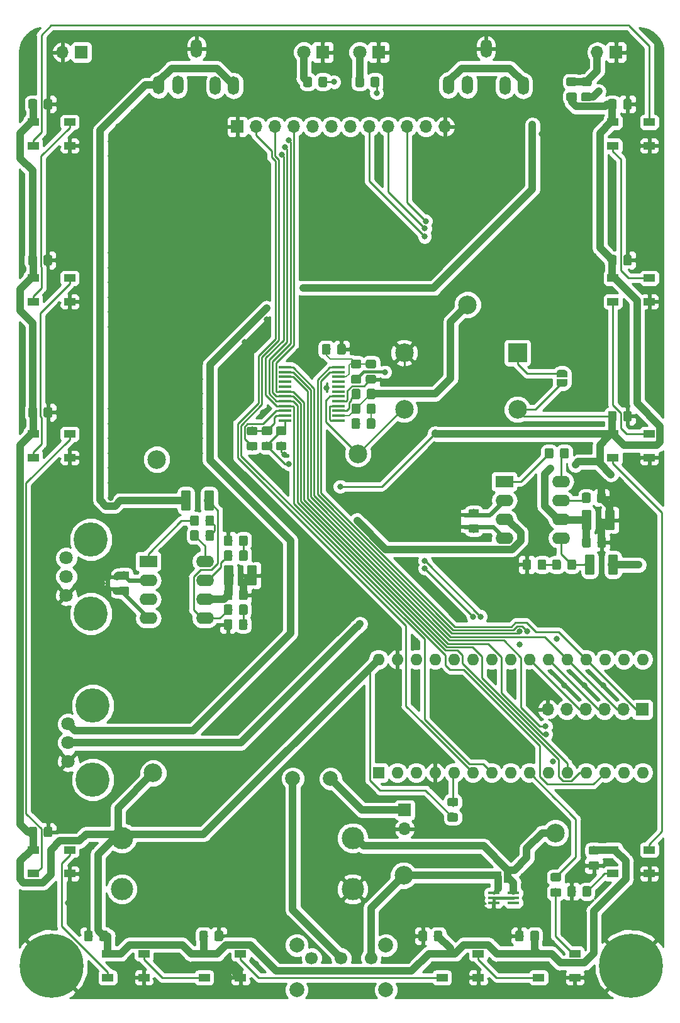
<source format=gtl>
%TF.GenerationSoftware,KiCad,Pcbnew,5.0.2+dfsg1-1*%
%TF.CreationDate,2022-01-02T18:45:16-08:00*%
%TF.ProjectId,brains,62726169-6e73-42e6-9b69-6361645f7063,rev?*%
%TF.SameCoordinates,Original*%
%TF.FileFunction,Copper,L1,Top*%
%TF.FilePolarity,Positive*%
%FSLAX46Y46*%
G04 Gerber Fmt 4.6, Leading zero omitted, Abs format (unit mm)*
G04 Created by KiCad (PCBNEW 5.0.2+dfsg1-1) date Sun 02 Jan 2022 06:45:16 PM PST*
%MOMM*%
%LPD*%
G01*
G04 APERTURE LIST*
%ADD10C,0.100000*%
%ADD11C,3.000000*%
%ADD12C,0.500000*%
%ADD13O,1.700000X1.700000*%
%ADD14R,1.700000X1.700000*%
%ADD15C,1.150000*%
%ADD16R,1.600000X1.600000*%
%ADD17O,1.600000X1.600000*%
%ADD18R,1.750000X0.450000*%
%ADD19O,2.400000X1.600000*%
%ADD20R,2.400000X1.600000*%
%ADD21C,2.000000*%
%ADD22C,1.700000*%
%ADD23C,1.800000*%
%ADD24R,1.800000X1.800000*%
%ADD25R,1.500000X1.000000*%
%ADD26R,1.500000X0.400000*%
%ADD27C,8.600000*%
%ADD28C,0.900000*%
%ADD29O,1.524000X2.500000*%
%ADD30C,2.500000*%
%ADD31C,1.325000*%
%ADD32C,4.600000*%
%ADD33R,2.500000X2.500000*%
%ADD34C,0.800000*%
%ADD35C,1.000000*%
%ADD36C,0.250000*%
%ADD37C,0.400000*%
%ADD38C,0.600000*%
%ADD39C,0.200000*%
%ADD40C,0.254000*%
G04 APERTURE END LIST*
D10*
G36*
X117520000Y-106530000D02*
X116520000Y-106530000D01*
X116520000Y-106030000D01*
X117520000Y-106030000D01*
X117520000Y-106530000D01*
G37*
G36*
X164620000Y-98150000D02*
X163620000Y-98150000D01*
X163620000Y-97650000D01*
X164620000Y-97650000D01*
X164620000Y-98150000D01*
G37*
G36*
X117520000Y-104950000D02*
X116520000Y-104950000D01*
X116520000Y-104450000D01*
X117520000Y-104450000D01*
X117520000Y-104950000D01*
G37*
G36*
X164610000Y-96580000D02*
X163610000Y-96580000D01*
X163610000Y-96080000D01*
X164610000Y-96080000D01*
X164610000Y-96580000D01*
G37*
D11*
X149530000Y-146690000D03*
X149530000Y-139810000D03*
X118470000Y-139810000D03*
X118470000Y-146690000D03*
D12*
X116520000Y-106280000D03*
X117520000Y-106280000D03*
D13*
X110460000Y-34000000D03*
D14*
X113000000Y-34000000D03*
D12*
X163620000Y-97900000D03*
X164620000Y-97900000D03*
D10*
G36*
X182474505Y-142951204D02*
X182498773Y-142954804D01*
X182522572Y-142960765D01*
X182545671Y-142969030D01*
X182567850Y-142979520D01*
X182588893Y-142992132D01*
X182608599Y-143006747D01*
X182626777Y-143023223D01*
X182643253Y-143041401D01*
X182657868Y-143061107D01*
X182670480Y-143082150D01*
X182680970Y-143104329D01*
X182689235Y-143127428D01*
X182695196Y-143151227D01*
X182698796Y-143175495D01*
X182700000Y-143199999D01*
X182700000Y-143850001D01*
X182698796Y-143874505D01*
X182695196Y-143898773D01*
X182689235Y-143922572D01*
X182680970Y-143945671D01*
X182670480Y-143967850D01*
X182657868Y-143988893D01*
X182643253Y-144008599D01*
X182626777Y-144026777D01*
X182608599Y-144043253D01*
X182588893Y-144057868D01*
X182567850Y-144070480D01*
X182545671Y-144080970D01*
X182522572Y-144089235D01*
X182498773Y-144095196D01*
X182474505Y-144098796D01*
X182450001Y-144100000D01*
X181549999Y-144100000D01*
X181525495Y-144098796D01*
X181501227Y-144095196D01*
X181477428Y-144089235D01*
X181454329Y-144080970D01*
X181432150Y-144070480D01*
X181411107Y-144057868D01*
X181391401Y-144043253D01*
X181373223Y-144026777D01*
X181356747Y-144008599D01*
X181342132Y-143988893D01*
X181329520Y-143967850D01*
X181319030Y-143945671D01*
X181310765Y-143922572D01*
X181304804Y-143898773D01*
X181301204Y-143874505D01*
X181300000Y-143850001D01*
X181300000Y-143199999D01*
X181301204Y-143175495D01*
X181304804Y-143151227D01*
X181310765Y-143127428D01*
X181319030Y-143104329D01*
X181329520Y-143082150D01*
X181342132Y-143061107D01*
X181356747Y-143041401D01*
X181373223Y-143023223D01*
X181391401Y-143006747D01*
X181411107Y-142992132D01*
X181432150Y-142979520D01*
X181454329Y-142969030D01*
X181477428Y-142960765D01*
X181501227Y-142954804D01*
X181525495Y-142951204D01*
X181549999Y-142950000D01*
X182450001Y-142950000D01*
X182474505Y-142951204D01*
X182474505Y-142951204D01*
G37*
D15*
X182000000Y-143525000D03*
D10*
G36*
X182474505Y-140901204D02*
X182498773Y-140904804D01*
X182522572Y-140910765D01*
X182545671Y-140919030D01*
X182567850Y-140929520D01*
X182588893Y-140942132D01*
X182608599Y-140956747D01*
X182626777Y-140973223D01*
X182643253Y-140991401D01*
X182657868Y-141011107D01*
X182670480Y-141032150D01*
X182680970Y-141054329D01*
X182689235Y-141077428D01*
X182695196Y-141101227D01*
X182698796Y-141125495D01*
X182700000Y-141149999D01*
X182700000Y-141800001D01*
X182698796Y-141824505D01*
X182695196Y-141848773D01*
X182689235Y-141872572D01*
X182680970Y-141895671D01*
X182670480Y-141917850D01*
X182657868Y-141938893D01*
X182643253Y-141958599D01*
X182626777Y-141976777D01*
X182608599Y-141993253D01*
X182588893Y-142007868D01*
X182567850Y-142020480D01*
X182545671Y-142030970D01*
X182522572Y-142039235D01*
X182498773Y-142045196D01*
X182474505Y-142048796D01*
X182450001Y-142050000D01*
X181549999Y-142050000D01*
X181525495Y-142048796D01*
X181501227Y-142045196D01*
X181477428Y-142039235D01*
X181454329Y-142030970D01*
X181432150Y-142020480D01*
X181411107Y-142007868D01*
X181391401Y-141993253D01*
X181373223Y-141976777D01*
X181356747Y-141958599D01*
X181342132Y-141938893D01*
X181329520Y-141917850D01*
X181319030Y-141895671D01*
X181310765Y-141872572D01*
X181304804Y-141848773D01*
X181301204Y-141824505D01*
X181300000Y-141800001D01*
X181300000Y-141149999D01*
X181301204Y-141125495D01*
X181304804Y-141101227D01*
X181310765Y-141077428D01*
X181319030Y-141054329D01*
X181329520Y-141032150D01*
X181342132Y-141011107D01*
X181356747Y-140991401D01*
X181373223Y-140973223D01*
X181391401Y-140956747D01*
X181411107Y-140942132D01*
X181432150Y-140929520D01*
X181454329Y-140919030D01*
X181477428Y-140910765D01*
X181501227Y-140904804D01*
X181525495Y-140901204D01*
X181549999Y-140900000D01*
X182450001Y-140900000D01*
X182474505Y-140901204D01*
X182474505Y-140901204D01*
G37*
D15*
X182000000Y-141475000D03*
D14*
X134000000Y-44000000D03*
D13*
X136540000Y-44000000D03*
X139080000Y-44000000D03*
X141620000Y-44000000D03*
X144160000Y-44000000D03*
X146700000Y-44000000D03*
X149240000Y-44000000D03*
X151780000Y-44000000D03*
X154320000Y-44000000D03*
X156860000Y-44000000D03*
X159400000Y-44000000D03*
X161940000Y-44000000D03*
D16*
X153000000Y-131000000D03*
D17*
X186020000Y-115760000D03*
X155540000Y-131000000D03*
X183480000Y-115760000D03*
X158080000Y-131000000D03*
X180940000Y-115760000D03*
X160620000Y-131000000D03*
X178400000Y-115760000D03*
X163160000Y-131000000D03*
X175860000Y-115760000D03*
X165700000Y-131000000D03*
X173320000Y-115760000D03*
X168240000Y-131000000D03*
X170780000Y-115760000D03*
X170780000Y-131000000D03*
X168240000Y-115760000D03*
X173320000Y-131000000D03*
X165700000Y-115760000D03*
X175860000Y-131000000D03*
X163160000Y-115760000D03*
X178400000Y-131000000D03*
X160620000Y-115760000D03*
X180940000Y-131000000D03*
X158080000Y-115760000D03*
X183480000Y-131000000D03*
X155540000Y-115760000D03*
X186020000Y-131000000D03*
X153000000Y-115760000D03*
X188560000Y-131000000D03*
X188560000Y-115760000D03*
D14*
X185000000Y-34000000D03*
D13*
X182460000Y-34000000D03*
D18*
X147600000Y-83575000D03*
X147600000Y-82925000D03*
X147600000Y-82275000D03*
X147600000Y-81625000D03*
X147600000Y-80975000D03*
X147600000Y-80325000D03*
X147600000Y-79675000D03*
X147600000Y-79025000D03*
X147600000Y-78375000D03*
X147600000Y-77725000D03*
X147600000Y-77075000D03*
X147600000Y-76425000D03*
X140400000Y-76425000D03*
X140400000Y-77075000D03*
X140400000Y-77725000D03*
X140400000Y-78375000D03*
X140400000Y-79025000D03*
X140400000Y-79675000D03*
X140400000Y-80325000D03*
X140400000Y-80975000D03*
X140400000Y-81625000D03*
X140400000Y-82275000D03*
X140400000Y-82925000D03*
X140400000Y-83575000D03*
D19*
X129640000Y-102570000D03*
X122020000Y-110190000D03*
X129640000Y-105110000D03*
X122020000Y-107650000D03*
X129640000Y-107650000D03*
X122020000Y-105110000D03*
X129640000Y-110190000D03*
D20*
X122020000Y-102570000D03*
X169940000Y-91810000D03*
D19*
X177560000Y-99430000D03*
X169940000Y-94350000D03*
X177560000Y-96890000D03*
X169940000Y-96890000D03*
X177560000Y-94350000D03*
X169940000Y-99430000D03*
X177560000Y-91810000D03*
D14*
X156540000Y-136040000D03*
D13*
X156540000Y-138580000D03*
D21*
X142000000Y-154250000D03*
X154000000Y-154250000D03*
X154000000Y-160250000D03*
X142000000Y-160250000D03*
D22*
X144000000Y-156000000D03*
X148000000Y-156000000D03*
X152000000Y-156000000D03*
D23*
X150460000Y-34000000D03*
D24*
X153000000Y-34000000D03*
X145500000Y-34000000D03*
D23*
X142960000Y-34000000D03*
D14*
X188500000Y-122500000D03*
D13*
X185960000Y-122500000D03*
X183420000Y-122500000D03*
X180880000Y-122500000D03*
X178340000Y-122500000D03*
X175800000Y-122500000D03*
D12*
X117520000Y-104700000D03*
X116520000Y-104700000D03*
X164610000Y-96330000D03*
X163610000Y-96330000D03*
D10*
G36*
X150299505Y-83301204D02*
X150323773Y-83304804D01*
X150347572Y-83310765D01*
X150370671Y-83319030D01*
X150392850Y-83329520D01*
X150413893Y-83342132D01*
X150433599Y-83356747D01*
X150451777Y-83373223D01*
X150468253Y-83391401D01*
X150482868Y-83411107D01*
X150495480Y-83432150D01*
X150505970Y-83454329D01*
X150514235Y-83477428D01*
X150520196Y-83501227D01*
X150523796Y-83525495D01*
X150525000Y-83549999D01*
X150525000Y-84450001D01*
X150523796Y-84474505D01*
X150520196Y-84498773D01*
X150514235Y-84522572D01*
X150505970Y-84545671D01*
X150495480Y-84567850D01*
X150482868Y-84588893D01*
X150468253Y-84608599D01*
X150451777Y-84626777D01*
X150433599Y-84643253D01*
X150413893Y-84657868D01*
X150392850Y-84670480D01*
X150370671Y-84680970D01*
X150347572Y-84689235D01*
X150323773Y-84695196D01*
X150299505Y-84698796D01*
X150275001Y-84700000D01*
X149624999Y-84700000D01*
X149600495Y-84698796D01*
X149576227Y-84695196D01*
X149552428Y-84689235D01*
X149529329Y-84680970D01*
X149507150Y-84670480D01*
X149486107Y-84657868D01*
X149466401Y-84643253D01*
X149448223Y-84626777D01*
X149431747Y-84608599D01*
X149417132Y-84588893D01*
X149404520Y-84567850D01*
X149394030Y-84545671D01*
X149385765Y-84522572D01*
X149379804Y-84498773D01*
X149376204Y-84474505D01*
X149375000Y-84450001D01*
X149375000Y-83549999D01*
X149376204Y-83525495D01*
X149379804Y-83501227D01*
X149385765Y-83477428D01*
X149394030Y-83454329D01*
X149404520Y-83432150D01*
X149417132Y-83411107D01*
X149431747Y-83391401D01*
X149448223Y-83373223D01*
X149466401Y-83356747D01*
X149486107Y-83342132D01*
X149507150Y-83329520D01*
X149529329Y-83319030D01*
X149552428Y-83310765D01*
X149576227Y-83304804D01*
X149600495Y-83301204D01*
X149624999Y-83300000D01*
X150275001Y-83300000D01*
X150299505Y-83301204D01*
X150299505Y-83301204D01*
G37*
D15*
X149950000Y-84000000D03*
D10*
G36*
X152349505Y-83301204D02*
X152373773Y-83304804D01*
X152397572Y-83310765D01*
X152420671Y-83319030D01*
X152442850Y-83329520D01*
X152463893Y-83342132D01*
X152483599Y-83356747D01*
X152501777Y-83373223D01*
X152518253Y-83391401D01*
X152532868Y-83411107D01*
X152545480Y-83432150D01*
X152555970Y-83454329D01*
X152564235Y-83477428D01*
X152570196Y-83501227D01*
X152573796Y-83525495D01*
X152575000Y-83549999D01*
X152575000Y-84450001D01*
X152573796Y-84474505D01*
X152570196Y-84498773D01*
X152564235Y-84522572D01*
X152555970Y-84545671D01*
X152545480Y-84567850D01*
X152532868Y-84588893D01*
X152518253Y-84608599D01*
X152501777Y-84626777D01*
X152483599Y-84643253D01*
X152463893Y-84657868D01*
X152442850Y-84670480D01*
X152420671Y-84680970D01*
X152397572Y-84689235D01*
X152373773Y-84695196D01*
X152349505Y-84698796D01*
X152325001Y-84700000D01*
X151674999Y-84700000D01*
X151650495Y-84698796D01*
X151626227Y-84695196D01*
X151602428Y-84689235D01*
X151579329Y-84680970D01*
X151557150Y-84670480D01*
X151536107Y-84657868D01*
X151516401Y-84643253D01*
X151498223Y-84626777D01*
X151481747Y-84608599D01*
X151467132Y-84588893D01*
X151454520Y-84567850D01*
X151444030Y-84545671D01*
X151435765Y-84522572D01*
X151429804Y-84498773D01*
X151426204Y-84474505D01*
X151425000Y-84450001D01*
X151425000Y-83549999D01*
X151426204Y-83525495D01*
X151429804Y-83501227D01*
X151435765Y-83477428D01*
X151444030Y-83454329D01*
X151454520Y-83432150D01*
X151467132Y-83411107D01*
X151481747Y-83391401D01*
X151498223Y-83373223D01*
X151516401Y-83356747D01*
X151536107Y-83342132D01*
X151557150Y-83329520D01*
X151579329Y-83319030D01*
X151602428Y-83310765D01*
X151626227Y-83304804D01*
X151650495Y-83301204D01*
X151674999Y-83300000D01*
X152325001Y-83300000D01*
X152349505Y-83301204D01*
X152349505Y-83301204D01*
G37*
D15*
X152000000Y-84000000D03*
D10*
G36*
X152474505Y-77451204D02*
X152498773Y-77454804D01*
X152522572Y-77460765D01*
X152545671Y-77469030D01*
X152567850Y-77479520D01*
X152588893Y-77492132D01*
X152608599Y-77506747D01*
X152626777Y-77523223D01*
X152643253Y-77541401D01*
X152657868Y-77561107D01*
X152670480Y-77582150D01*
X152680970Y-77604329D01*
X152689235Y-77627428D01*
X152695196Y-77651227D01*
X152698796Y-77675495D01*
X152700000Y-77699999D01*
X152700000Y-78350001D01*
X152698796Y-78374505D01*
X152695196Y-78398773D01*
X152689235Y-78422572D01*
X152680970Y-78445671D01*
X152670480Y-78467850D01*
X152657868Y-78488893D01*
X152643253Y-78508599D01*
X152626777Y-78526777D01*
X152608599Y-78543253D01*
X152588893Y-78557868D01*
X152567850Y-78570480D01*
X152545671Y-78580970D01*
X152522572Y-78589235D01*
X152498773Y-78595196D01*
X152474505Y-78598796D01*
X152450001Y-78600000D01*
X151549999Y-78600000D01*
X151525495Y-78598796D01*
X151501227Y-78595196D01*
X151477428Y-78589235D01*
X151454329Y-78580970D01*
X151432150Y-78570480D01*
X151411107Y-78557868D01*
X151391401Y-78543253D01*
X151373223Y-78526777D01*
X151356747Y-78508599D01*
X151342132Y-78488893D01*
X151329520Y-78467850D01*
X151319030Y-78445671D01*
X151310765Y-78422572D01*
X151304804Y-78398773D01*
X151301204Y-78374505D01*
X151300000Y-78350001D01*
X151300000Y-77699999D01*
X151301204Y-77675495D01*
X151304804Y-77651227D01*
X151310765Y-77627428D01*
X151319030Y-77604329D01*
X151329520Y-77582150D01*
X151342132Y-77561107D01*
X151356747Y-77541401D01*
X151373223Y-77523223D01*
X151391401Y-77506747D01*
X151411107Y-77492132D01*
X151432150Y-77479520D01*
X151454329Y-77469030D01*
X151477428Y-77460765D01*
X151501227Y-77454804D01*
X151525495Y-77451204D01*
X151549999Y-77450000D01*
X152450001Y-77450000D01*
X152474505Y-77451204D01*
X152474505Y-77451204D01*
G37*
D15*
X152000000Y-78025000D03*
D10*
G36*
X152474505Y-75401204D02*
X152498773Y-75404804D01*
X152522572Y-75410765D01*
X152545671Y-75419030D01*
X152567850Y-75429520D01*
X152588893Y-75442132D01*
X152608599Y-75456747D01*
X152626777Y-75473223D01*
X152643253Y-75491401D01*
X152657868Y-75511107D01*
X152670480Y-75532150D01*
X152680970Y-75554329D01*
X152689235Y-75577428D01*
X152695196Y-75601227D01*
X152698796Y-75625495D01*
X152700000Y-75649999D01*
X152700000Y-76300001D01*
X152698796Y-76324505D01*
X152695196Y-76348773D01*
X152689235Y-76372572D01*
X152680970Y-76395671D01*
X152670480Y-76417850D01*
X152657868Y-76438893D01*
X152643253Y-76458599D01*
X152626777Y-76476777D01*
X152608599Y-76493253D01*
X152588893Y-76507868D01*
X152567850Y-76520480D01*
X152545671Y-76530970D01*
X152522572Y-76539235D01*
X152498773Y-76545196D01*
X152474505Y-76548796D01*
X152450001Y-76550000D01*
X151549999Y-76550000D01*
X151525495Y-76548796D01*
X151501227Y-76545196D01*
X151477428Y-76539235D01*
X151454329Y-76530970D01*
X151432150Y-76520480D01*
X151411107Y-76507868D01*
X151391401Y-76493253D01*
X151373223Y-76476777D01*
X151356747Y-76458599D01*
X151342132Y-76438893D01*
X151329520Y-76417850D01*
X151319030Y-76395671D01*
X151310765Y-76372572D01*
X151304804Y-76348773D01*
X151301204Y-76324505D01*
X151300000Y-76300001D01*
X151300000Y-75649999D01*
X151301204Y-75625495D01*
X151304804Y-75601227D01*
X151310765Y-75577428D01*
X151319030Y-75554329D01*
X151329520Y-75532150D01*
X151342132Y-75511107D01*
X151356747Y-75491401D01*
X151373223Y-75473223D01*
X151391401Y-75456747D01*
X151411107Y-75442132D01*
X151432150Y-75429520D01*
X151454329Y-75419030D01*
X151477428Y-75410765D01*
X151501227Y-75404804D01*
X151525495Y-75401204D01*
X151549999Y-75400000D01*
X152450001Y-75400000D01*
X152474505Y-75401204D01*
X152474505Y-75401204D01*
G37*
D15*
X152000000Y-75975000D03*
D10*
G36*
X140394505Y-86451204D02*
X140418773Y-86454804D01*
X140442572Y-86460765D01*
X140465671Y-86469030D01*
X140487850Y-86479520D01*
X140508893Y-86492132D01*
X140528599Y-86506747D01*
X140546777Y-86523223D01*
X140563253Y-86541401D01*
X140577868Y-86561107D01*
X140590480Y-86582150D01*
X140600970Y-86604329D01*
X140609235Y-86627428D01*
X140615196Y-86651227D01*
X140618796Y-86675495D01*
X140620000Y-86699999D01*
X140620000Y-87350001D01*
X140618796Y-87374505D01*
X140615196Y-87398773D01*
X140609235Y-87422572D01*
X140600970Y-87445671D01*
X140590480Y-87467850D01*
X140577868Y-87488893D01*
X140563253Y-87508599D01*
X140546777Y-87526777D01*
X140528599Y-87543253D01*
X140508893Y-87557868D01*
X140487850Y-87570480D01*
X140465671Y-87580970D01*
X140442572Y-87589235D01*
X140418773Y-87595196D01*
X140394505Y-87598796D01*
X140370001Y-87600000D01*
X139469999Y-87600000D01*
X139445495Y-87598796D01*
X139421227Y-87595196D01*
X139397428Y-87589235D01*
X139374329Y-87580970D01*
X139352150Y-87570480D01*
X139331107Y-87557868D01*
X139311401Y-87543253D01*
X139293223Y-87526777D01*
X139276747Y-87508599D01*
X139262132Y-87488893D01*
X139249520Y-87467850D01*
X139239030Y-87445671D01*
X139230765Y-87422572D01*
X139224804Y-87398773D01*
X139221204Y-87374505D01*
X139220000Y-87350001D01*
X139220000Y-86699999D01*
X139221204Y-86675495D01*
X139224804Y-86651227D01*
X139230765Y-86627428D01*
X139239030Y-86604329D01*
X139249520Y-86582150D01*
X139262132Y-86561107D01*
X139276747Y-86541401D01*
X139293223Y-86523223D01*
X139311401Y-86506747D01*
X139331107Y-86492132D01*
X139352150Y-86479520D01*
X139374329Y-86469030D01*
X139397428Y-86460765D01*
X139421227Y-86454804D01*
X139445495Y-86451204D01*
X139469999Y-86450000D01*
X140370001Y-86450000D01*
X140394505Y-86451204D01*
X140394505Y-86451204D01*
G37*
D15*
X139920000Y-87025000D03*
D10*
G36*
X140394505Y-84401204D02*
X140418773Y-84404804D01*
X140442572Y-84410765D01*
X140465671Y-84419030D01*
X140487850Y-84429520D01*
X140508893Y-84442132D01*
X140528599Y-84456747D01*
X140546777Y-84473223D01*
X140563253Y-84491401D01*
X140577868Y-84511107D01*
X140590480Y-84532150D01*
X140600970Y-84554329D01*
X140609235Y-84577428D01*
X140615196Y-84601227D01*
X140618796Y-84625495D01*
X140620000Y-84649999D01*
X140620000Y-85300001D01*
X140618796Y-85324505D01*
X140615196Y-85348773D01*
X140609235Y-85372572D01*
X140600970Y-85395671D01*
X140590480Y-85417850D01*
X140577868Y-85438893D01*
X140563253Y-85458599D01*
X140546777Y-85476777D01*
X140528599Y-85493253D01*
X140508893Y-85507868D01*
X140487850Y-85520480D01*
X140465671Y-85530970D01*
X140442572Y-85539235D01*
X140418773Y-85545196D01*
X140394505Y-85548796D01*
X140370001Y-85550000D01*
X139469999Y-85550000D01*
X139445495Y-85548796D01*
X139421227Y-85545196D01*
X139397428Y-85539235D01*
X139374329Y-85530970D01*
X139352150Y-85520480D01*
X139331107Y-85507868D01*
X139311401Y-85493253D01*
X139293223Y-85476777D01*
X139276747Y-85458599D01*
X139262132Y-85438893D01*
X139249520Y-85417850D01*
X139239030Y-85395671D01*
X139230765Y-85372572D01*
X139224804Y-85348773D01*
X139221204Y-85324505D01*
X139220000Y-85300001D01*
X139220000Y-84649999D01*
X139221204Y-84625495D01*
X139224804Y-84601227D01*
X139230765Y-84577428D01*
X139239030Y-84554329D01*
X139249520Y-84532150D01*
X139262132Y-84511107D01*
X139276747Y-84491401D01*
X139293223Y-84473223D01*
X139311401Y-84456747D01*
X139331107Y-84442132D01*
X139352150Y-84429520D01*
X139374329Y-84419030D01*
X139397428Y-84410765D01*
X139421227Y-84404804D01*
X139445495Y-84401204D01*
X139469999Y-84400000D01*
X140370001Y-84400000D01*
X140394505Y-84401204D01*
X140394505Y-84401204D01*
G37*
D15*
X139920000Y-84975000D03*
D10*
G36*
X138474505Y-86451204D02*
X138498773Y-86454804D01*
X138522572Y-86460765D01*
X138545671Y-86469030D01*
X138567850Y-86479520D01*
X138588893Y-86492132D01*
X138608599Y-86506747D01*
X138626777Y-86523223D01*
X138643253Y-86541401D01*
X138657868Y-86561107D01*
X138670480Y-86582150D01*
X138680970Y-86604329D01*
X138689235Y-86627428D01*
X138695196Y-86651227D01*
X138698796Y-86675495D01*
X138700000Y-86699999D01*
X138700000Y-87350001D01*
X138698796Y-87374505D01*
X138695196Y-87398773D01*
X138689235Y-87422572D01*
X138680970Y-87445671D01*
X138670480Y-87467850D01*
X138657868Y-87488893D01*
X138643253Y-87508599D01*
X138626777Y-87526777D01*
X138608599Y-87543253D01*
X138588893Y-87557868D01*
X138567850Y-87570480D01*
X138545671Y-87580970D01*
X138522572Y-87589235D01*
X138498773Y-87595196D01*
X138474505Y-87598796D01*
X138450001Y-87600000D01*
X137549999Y-87600000D01*
X137525495Y-87598796D01*
X137501227Y-87595196D01*
X137477428Y-87589235D01*
X137454329Y-87580970D01*
X137432150Y-87570480D01*
X137411107Y-87557868D01*
X137391401Y-87543253D01*
X137373223Y-87526777D01*
X137356747Y-87508599D01*
X137342132Y-87488893D01*
X137329520Y-87467850D01*
X137319030Y-87445671D01*
X137310765Y-87422572D01*
X137304804Y-87398773D01*
X137301204Y-87374505D01*
X137300000Y-87350001D01*
X137300000Y-86699999D01*
X137301204Y-86675495D01*
X137304804Y-86651227D01*
X137310765Y-86627428D01*
X137319030Y-86604329D01*
X137329520Y-86582150D01*
X137342132Y-86561107D01*
X137356747Y-86541401D01*
X137373223Y-86523223D01*
X137391401Y-86506747D01*
X137411107Y-86492132D01*
X137432150Y-86479520D01*
X137454329Y-86469030D01*
X137477428Y-86460765D01*
X137501227Y-86454804D01*
X137525495Y-86451204D01*
X137549999Y-86450000D01*
X138450001Y-86450000D01*
X138474505Y-86451204D01*
X138474505Y-86451204D01*
G37*
D15*
X138000000Y-87025000D03*
D10*
G36*
X138474505Y-84401204D02*
X138498773Y-84404804D01*
X138522572Y-84410765D01*
X138545671Y-84419030D01*
X138567850Y-84429520D01*
X138588893Y-84442132D01*
X138608599Y-84456747D01*
X138626777Y-84473223D01*
X138643253Y-84491401D01*
X138657868Y-84511107D01*
X138670480Y-84532150D01*
X138680970Y-84554329D01*
X138689235Y-84577428D01*
X138695196Y-84601227D01*
X138698796Y-84625495D01*
X138700000Y-84649999D01*
X138700000Y-85300001D01*
X138698796Y-85324505D01*
X138695196Y-85348773D01*
X138689235Y-85372572D01*
X138680970Y-85395671D01*
X138670480Y-85417850D01*
X138657868Y-85438893D01*
X138643253Y-85458599D01*
X138626777Y-85476777D01*
X138608599Y-85493253D01*
X138588893Y-85507868D01*
X138567850Y-85520480D01*
X138545671Y-85530970D01*
X138522572Y-85539235D01*
X138498773Y-85545196D01*
X138474505Y-85548796D01*
X138450001Y-85550000D01*
X137549999Y-85550000D01*
X137525495Y-85548796D01*
X137501227Y-85545196D01*
X137477428Y-85539235D01*
X137454329Y-85530970D01*
X137432150Y-85520480D01*
X137411107Y-85507868D01*
X137391401Y-85493253D01*
X137373223Y-85476777D01*
X137356747Y-85458599D01*
X137342132Y-85438893D01*
X137329520Y-85417850D01*
X137319030Y-85395671D01*
X137310765Y-85372572D01*
X137304804Y-85348773D01*
X137301204Y-85324505D01*
X137300000Y-85300001D01*
X137300000Y-84649999D01*
X137301204Y-84625495D01*
X137304804Y-84601227D01*
X137310765Y-84577428D01*
X137319030Y-84554329D01*
X137329520Y-84532150D01*
X137342132Y-84511107D01*
X137356747Y-84491401D01*
X137373223Y-84473223D01*
X137391401Y-84456747D01*
X137411107Y-84442132D01*
X137432150Y-84429520D01*
X137454329Y-84419030D01*
X137477428Y-84410765D01*
X137501227Y-84404804D01*
X137525495Y-84401204D01*
X137549999Y-84400000D01*
X138450001Y-84400000D01*
X138474505Y-84401204D01*
X138474505Y-84401204D01*
G37*
D15*
X138000000Y-84975000D03*
D10*
G36*
X181474505Y-37401204D02*
X181498773Y-37404804D01*
X181522572Y-37410765D01*
X181545671Y-37419030D01*
X181567850Y-37429520D01*
X181588893Y-37442132D01*
X181608599Y-37456747D01*
X181626777Y-37473223D01*
X181643253Y-37491401D01*
X181657868Y-37511107D01*
X181670480Y-37532150D01*
X181680970Y-37554329D01*
X181689235Y-37577428D01*
X181695196Y-37601227D01*
X181698796Y-37625495D01*
X181700000Y-37649999D01*
X181700000Y-38300001D01*
X181698796Y-38324505D01*
X181695196Y-38348773D01*
X181689235Y-38372572D01*
X181680970Y-38395671D01*
X181670480Y-38417850D01*
X181657868Y-38438893D01*
X181643253Y-38458599D01*
X181626777Y-38476777D01*
X181608599Y-38493253D01*
X181588893Y-38507868D01*
X181567850Y-38520480D01*
X181545671Y-38530970D01*
X181522572Y-38539235D01*
X181498773Y-38545196D01*
X181474505Y-38548796D01*
X181450001Y-38550000D01*
X180549999Y-38550000D01*
X180525495Y-38548796D01*
X180501227Y-38545196D01*
X180477428Y-38539235D01*
X180454329Y-38530970D01*
X180432150Y-38520480D01*
X180411107Y-38507868D01*
X180391401Y-38493253D01*
X180373223Y-38476777D01*
X180356747Y-38458599D01*
X180342132Y-38438893D01*
X180329520Y-38417850D01*
X180319030Y-38395671D01*
X180310765Y-38372572D01*
X180304804Y-38348773D01*
X180301204Y-38324505D01*
X180300000Y-38300001D01*
X180300000Y-37649999D01*
X180301204Y-37625495D01*
X180304804Y-37601227D01*
X180310765Y-37577428D01*
X180319030Y-37554329D01*
X180329520Y-37532150D01*
X180342132Y-37511107D01*
X180356747Y-37491401D01*
X180373223Y-37473223D01*
X180391401Y-37456747D01*
X180411107Y-37442132D01*
X180432150Y-37429520D01*
X180454329Y-37419030D01*
X180477428Y-37410765D01*
X180501227Y-37404804D01*
X180525495Y-37401204D01*
X180549999Y-37400000D01*
X181450001Y-37400000D01*
X181474505Y-37401204D01*
X181474505Y-37401204D01*
G37*
D15*
X181000000Y-37975000D03*
D10*
G36*
X181474505Y-39451204D02*
X181498773Y-39454804D01*
X181522572Y-39460765D01*
X181545671Y-39469030D01*
X181567850Y-39479520D01*
X181588893Y-39492132D01*
X181608599Y-39506747D01*
X181626777Y-39523223D01*
X181643253Y-39541401D01*
X181657868Y-39561107D01*
X181670480Y-39582150D01*
X181680970Y-39604329D01*
X181689235Y-39627428D01*
X181695196Y-39651227D01*
X181698796Y-39675495D01*
X181700000Y-39699999D01*
X181700000Y-40350001D01*
X181698796Y-40374505D01*
X181695196Y-40398773D01*
X181689235Y-40422572D01*
X181680970Y-40445671D01*
X181670480Y-40467850D01*
X181657868Y-40488893D01*
X181643253Y-40508599D01*
X181626777Y-40526777D01*
X181608599Y-40543253D01*
X181588893Y-40557868D01*
X181567850Y-40570480D01*
X181545671Y-40580970D01*
X181522572Y-40589235D01*
X181498773Y-40595196D01*
X181474505Y-40598796D01*
X181450001Y-40600000D01*
X180549999Y-40600000D01*
X180525495Y-40598796D01*
X180501227Y-40595196D01*
X180477428Y-40589235D01*
X180454329Y-40580970D01*
X180432150Y-40570480D01*
X180411107Y-40557868D01*
X180391401Y-40543253D01*
X180373223Y-40526777D01*
X180356747Y-40508599D01*
X180342132Y-40488893D01*
X180329520Y-40467850D01*
X180319030Y-40445671D01*
X180310765Y-40422572D01*
X180304804Y-40398773D01*
X180301204Y-40374505D01*
X180300000Y-40350001D01*
X180300000Y-39699999D01*
X180301204Y-39675495D01*
X180304804Y-39651227D01*
X180310765Y-39627428D01*
X180319030Y-39604329D01*
X180329520Y-39582150D01*
X180342132Y-39561107D01*
X180356747Y-39541401D01*
X180373223Y-39523223D01*
X180391401Y-39506747D01*
X180411107Y-39492132D01*
X180432150Y-39479520D01*
X180454329Y-39469030D01*
X180477428Y-39460765D01*
X180501227Y-39454804D01*
X180525495Y-39451204D01*
X180549999Y-39450000D01*
X181450001Y-39450000D01*
X181474505Y-39451204D01*
X181474505Y-39451204D01*
G37*
D15*
X181000000Y-40025000D03*
D10*
G36*
X135169505Y-108371204D02*
X135193773Y-108374804D01*
X135217572Y-108380765D01*
X135240671Y-108389030D01*
X135262850Y-108399520D01*
X135283893Y-108412132D01*
X135303599Y-108426747D01*
X135321777Y-108443223D01*
X135338253Y-108461401D01*
X135352868Y-108481107D01*
X135365480Y-108502150D01*
X135375970Y-108524329D01*
X135384235Y-108547428D01*
X135390196Y-108571227D01*
X135393796Y-108595495D01*
X135395000Y-108619999D01*
X135395000Y-109520001D01*
X135393796Y-109544505D01*
X135390196Y-109568773D01*
X135384235Y-109592572D01*
X135375970Y-109615671D01*
X135365480Y-109637850D01*
X135352868Y-109658893D01*
X135338253Y-109678599D01*
X135321777Y-109696777D01*
X135303599Y-109713253D01*
X135283893Y-109727868D01*
X135262850Y-109740480D01*
X135240671Y-109750970D01*
X135217572Y-109759235D01*
X135193773Y-109765196D01*
X135169505Y-109768796D01*
X135145001Y-109770000D01*
X134494999Y-109770000D01*
X134470495Y-109768796D01*
X134446227Y-109765196D01*
X134422428Y-109759235D01*
X134399329Y-109750970D01*
X134377150Y-109740480D01*
X134356107Y-109727868D01*
X134336401Y-109713253D01*
X134318223Y-109696777D01*
X134301747Y-109678599D01*
X134287132Y-109658893D01*
X134274520Y-109637850D01*
X134264030Y-109615671D01*
X134255765Y-109592572D01*
X134249804Y-109568773D01*
X134246204Y-109544505D01*
X134245000Y-109520001D01*
X134245000Y-108619999D01*
X134246204Y-108595495D01*
X134249804Y-108571227D01*
X134255765Y-108547428D01*
X134264030Y-108524329D01*
X134274520Y-108502150D01*
X134287132Y-108481107D01*
X134301747Y-108461401D01*
X134318223Y-108443223D01*
X134336401Y-108426747D01*
X134356107Y-108412132D01*
X134377150Y-108399520D01*
X134399329Y-108389030D01*
X134422428Y-108380765D01*
X134446227Y-108374804D01*
X134470495Y-108371204D01*
X134494999Y-108370000D01*
X135145001Y-108370000D01*
X135169505Y-108371204D01*
X135169505Y-108371204D01*
G37*
D15*
X134820000Y-109070000D03*
D10*
G36*
X133119505Y-108371204D02*
X133143773Y-108374804D01*
X133167572Y-108380765D01*
X133190671Y-108389030D01*
X133212850Y-108399520D01*
X133233893Y-108412132D01*
X133253599Y-108426747D01*
X133271777Y-108443223D01*
X133288253Y-108461401D01*
X133302868Y-108481107D01*
X133315480Y-108502150D01*
X133325970Y-108524329D01*
X133334235Y-108547428D01*
X133340196Y-108571227D01*
X133343796Y-108595495D01*
X133345000Y-108619999D01*
X133345000Y-109520001D01*
X133343796Y-109544505D01*
X133340196Y-109568773D01*
X133334235Y-109592572D01*
X133325970Y-109615671D01*
X133315480Y-109637850D01*
X133302868Y-109658893D01*
X133288253Y-109678599D01*
X133271777Y-109696777D01*
X133253599Y-109713253D01*
X133233893Y-109727868D01*
X133212850Y-109740480D01*
X133190671Y-109750970D01*
X133167572Y-109759235D01*
X133143773Y-109765196D01*
X133119505Y-109768796D01*
X133095001Y-109770000D01*
X132444999Y-109770000D01*
X132420495Y-109768796D01*
X132396227Y-109765196D01*
X132372428Y-109759235D01*
X132349329Y-109750970D01*
X132327150Y-109740480D01*
X132306107Y-109727868D01*
X132286401Y-109713253D01*
X132268223Y-109696777D01*
X132251747Y-109678599D01*
X132237132Y-109658893D01*
X132224520Y-109637850D01*
X132214030Y-109615671D01*
X132205765Y-109592572D01*
X132199804Y-109568773D01*
X132196204Y-109544505D01*
X132195000Y-109520001D01*
X132195000Y-108619999D01*
X132196204Y-108595495D01*
X132199804Y-108571227D01*
X132205765Y-108547428D01*
X132214030Y-108524329D01*
X132224520Y-108502150D01*
X132237132Y-108481107D01*
X132251747Y-108461401D01*
X132268223Y-108443223D01*
X132286401Y-108426747D01*
X132306107Y-108412132D01*
X132327150Y-108399520D01*
X132349329Y-108389030D01*
X132372428Y-108380765D01*
X132396227Y-108374804D01*
X132420495Y-108371204D01*
X132444999Y-108370000D01*
X133095001Y-108370000D01*
X133119505Y-108371204D01*
X133119505Y-108371204D01*
G37*
D15*
X132770000Y-109070000D03*
D10*
G36*
X184824505Y-82301204D02*
X184848773Y-82304804D01*
X184872572Y-82310765D01*
X184895671Y-82319030D01*
X184917850Y-82329520D01*
X184938893Y-82342132D01*
X184958599Y-82356747D01*
X184976777Y-82373223D01*
X184993253Y-82391401D01*
X185007868Y-82411107D01*
X185020480Y-82432150D01*
X185030970Y-82454329D01*
X185039235Y-82477428D01*
X185045196Y-82501227D01*
X185048796Y-82525495D01*
X185050000Y-82549999D01*
X185050000Y-83450001D01*
X185048796Y-83474505D01*
X185045196Y-83498773D01*
X185039235Y-83522572D01*
X185030970Y-83545671D01*
X185020480Y-83567850D01*
X185007868Y-83588893D01*
X184993253Y-83608599D01*
X184976777Y-83626777D01*
X184958599Y-83643253D01*
X184938893Y-83657868D01*
X184917850Y-83670480D01*
X184895671Y-83680970D01*
X184872572Y-83689235D01*
X184848773Y-83695196D01*
X184824505Y-83698796D01*
X184800001Y-83700000D01*
X184149999Y-83700000D01*
X184125495Y-83698796D01*
X184101227Y-83695196D01*
X184077428Y-83689235D01*
X184054329Y-83680970D01*
X184032150Y-83670480D01*
X184011107Y-83657868D01*
X183991401Y-83643253D01*
X183973223Y-83626777D01*
X183956747Y-83608599D01*
X183942132Y-83588893D01*
X183929520Y-83567850D01*
X183919030Y-83545671D01*
X183910765Y-83522572D01*
X183904804Y-83498773D01*
X183901204Y-83474505D01*
X183900000Y-83450001D01*
X183900000Y-82549999D01*
X183901204Y-82525495D01*
X183904804Y-82501227D01*
X183910765Y-82477428D01*
X183919030Y-82454329D01*
X183929520Y-82432150D01*
X183942132Y-82411107D01*
X183956747Y-82391401D01*
X183973223Y-82373223D01*
X183991401Y-82356747D01*
X184011107Y-82342132D01*
X184032150Y-82329520D01*
X184054329Y-82319030D01*
X184077428Y-82310765D01*
X184101227Y-82304804D01*
X184125495Y-82301204D01*
X184149999Y-82300000D01*
X184800001Y-82300000D01*
X184824505Y-82301204D01*
X184824505Y-82301204D01*
G37*
D15*
X184475000Y-83000000D03*
D10*
G36*
X186874505Y-82301204D02*
X186898773Y-82304804D01*
X186922572Y-82310765D01*
X186945671Y-82319030D01*
X186967850Y-82329520D01*
X186988893Y-82342132D01*
X187008599Y-82356747D01*
X187026777Y-82373223D01*
X187043253Y-82391401D01*
X187057868Y-82411107D01*
X187070480Y-82432150D01*
X187080970Y-82454329D01*
X187089235Y-82477428D01*
X187095196Y-82501227D01*
X187098796Y-82525495D01*
X187100000Y-82549999D01*
X187100000Y-83450001D01*
X187098796Y-83474505D01*
X187095196Y-83498773D01*
X187089235Y-83522572D01*
X187080970Y-83545671D01*
X187070480Y-83567850D01*
X187057868Y-83588893D01*
X187043253Y-83608599D01*
X187026777Y-83626777D01*
X187008599Y-83643253D01*
X186988893Y-83657868D01*
X186967850Y-83670480D01*
X186945671Y-83680970D01*
X186922572Y-83689235D01*
X186898773Y-83695196D01*
X186874505Y-83698796D01*
X186850001Y-83700000D01*
X186199999Y-83700000D01*
X186175495Y-83698796D01*
X186151227Y-83695196D01*
X186127428Y-83689235D01*
X186104329Y-83680970D01*
X186082150Y-83670480D01*
X186061107Y-83657868D01*
X186041401Y-83643253D01*
X186023223Y-83626777D01*
X186006747Y-83608599D01*
X185992132Y-83588893D01*
X185979520Y-83567850D01*
X185969030Y-83545671D01*
X185960765Y-83522572D01*
X185954804Y-83498773D01*
X185951204Y-83474505D01*
X185950000Y-83450001D01*
X185950000Y-82549999D01*
X185951204Y-82525495D01*
X185954804Y-82501227D01*
X185960765Y-82477428D01*
X185969030Y-82454329D01*
X185979520Y-82432150D01*
X185992132Y-82411107D01*
X186006747Y-82391401D01*
X186023223Y-82373223D01*
X186041401Y-82356747D01*
X186061107Y-82342132D01*
X186082150Y-82329520D01*
X186104329Y-82319030D01*
X186127428Y-82310765D01*
X186151227Y-82304804D01*
X186175495Y-82301204D01*
X186199999Y-82300000D01*
X186850001Y-82300000D01*
X186874505Y-82301204D01*
X186874505Y-82301204D01*
G37*
D15*
X186525000Y-83000000D03*
D10*
G36*
X150474505Y-77451204D02*
X150498773Y-77454804D01*
X150522572Y-77460765D01*
X150545671Y-77469030D01*
X150567850Y-77479520D01*
X150588893Y-77492132D01*
X150608599Y-77506747D01*
X150626777Y-77523223D01*
X150643253Y-77541401D01*
X150657868Y-77561107D01*
X150670480Y-77582150D01*
X150680970Y-77604329D01*
X150689235Y-77627428D01*
X150695196Y-77651227D01*
X150698796Y-77675495D01*
X150700000Y-77699999D01*
X150700000Y-78350001D01*
X150698796Y-78374505D01*
X150695196Y-78398773D01*
X150689235Y-78422572D01*
X150680970Y-78445671D01*
X150670480Y-78467850D01*
X150657868Y-78488893D01*
X150643253Y-78508599D01*
X150626777Y-78526777D01*
X150608599Y-78543253D01*
X150588893Y-78557868D01*
X150567850Y-78570480D01*
X150545671Y-78580970D01*
X150522572Y-78589235D01*
X150498773Y-78595196D01*
X150474505Y-78598796D01*
X150450001Y-78600000D01*
X149549999Y-78600000D01*
X149525495Y-78598796D01*
X149501227Y-78595196D01*
X149477428Y-78589235D01*
X149454329Y-78580970D01*
X149432150Y-78570480D01*
X149411107Y-78557868D01*
X149391401Y-78543253D01*
X149373223Y-78526777D01*
X149356747Y-78508599D01*
X149342132Y-78488893D01*
X149329520Y-78467850D01*
X149319030Y-78445671D01*
X149310765Y-78422572D01*
X149304804Y-78398773D01*
X149301204Y-78374505D01*
X149300000Y-78350001D01*
X149300000Y-77699999D01*
X149301204Y-77675495D01*
X149304804Y-77651227D01*
X149310765Y-77627428D01*
X149319030Y-77604329D01*
X149329520Y-77582150D01*
X149342132Y-77561107D01*
X149356747Y-77541401D01*
X149373223Y-77523223D01*
X149391401Y-77506747D01*
X149411107Y-77492132D01*
X149432150Y-77479520D01*
X149454329Y-77469030D01*
X149477428Y-77460765D01*
X149501227Y-77454804D01*
X149525495Y-77451204D01*
X149549999Y-77450000D01*
X150450001Y-77450000D01*
X150474505Y-77451204D01*
X150474505Y-77451204D01*
G37*
D15*
X150000000Y-78025000D03*
D10*
G36*
X150474505Y-75401204D02*
X150498773Y-75404804D01*
X150522572Y-75410765D01*
X150545671Y-75419030D01*
X150567850Y-75429520D01*
X150588893Y-75442132D01*
X150608599Y-75456747D01*
X150626777Y-75473223D01*
X150643253Y-75491401D01*
X150657868Y-75511107D01*
X150670480Y-75532150D01*
X150680970Y-75554329D01*
X150689235Y-75577428D01*
X150695196Y-75601227D01*
X150698796Y-75625495D01*
X150700000Y-75649999D01*
X150700000Y-76300001D01*
X150698796Y-76324505D01*
X150695196Y-76348773D01*
X150689235Y-76372572D01*
X150680970Y-76395671D01*
X150670480Y-76417850D01*
X150657868Y-76438893D01*
X150643253Y-76458599D01*
X150626777Y-76476777D01*
X150608599Y-76493253D01*
X150588893Y-76507868D01*
X150567850Y-76520480D01*
X150545671Y-76530970D01*
X150522572Y-76539235D01*
X150498773Y-76545196D01*
X150474505Y-76548796D01*
X150450001Y-76550000D01*
X149549999Y-76550000D01*
X149525495Y-76548796D01*
X149501227Y-76545196D01*
X149477428Y-76539235D01*
X149454329Y-76530970D01*
X149432150Y-76520480D01*
X149411107Y-76507868D01*
X149391401Y-76493253D01*
X149373223Y-76476777D01*
X149356747Y-76458599D01*
X149342132Y-76438893D01*
X149329520Y-76417850D01*
X149319030Y-76395671D01*
X149310765Y-76372572D01*
X149304804Y-76348773D01*
X149301204Y-76324505D01*
X149300000Y-76300001D01*
X149300000Y-75649999D01*
X149301204Y-75625495D01*
X149304804Y-75601227D01*
X149310765Y-75577428D01*
X149319030Y-75554329D01*
X149329520Y-75532150D01*
X149342132Y-75511107D01*
X149356747Y-75491401D01*
X149373223Y-75473223D01*
X149391401Y-75456747D01*
X149411107Y-75442132D01*
X149432150Y-75429520D01*
X149454329Y-75419030D01*
X149477428Y-75410765D01*
X149501227Y-75404804D01*
X149525495Y-75401204D01*
X149549999Y-75400000D01*
X150450001Y-75400000D01*
X150474505Y-75401204D01*
X150474505Y-75401204D01*
G37*
D15*
X150000000Y-75975000D03*
D10*
G36*
X179374505Y-102301204D02*
X179398773Y-102304804D01*
X179422572Y-102310765D01*
X179445671Y-102319030D01*
X179467850Y-102329520D01*
X179488893Y-102342132D01*
X179508599Y-102356747D01*
X179526777Y-102373223D01*
X179543253Y-102391401D01*
X179557868Y-102411107D01*
X179570480Y-102432150D01*
X179580970Y-102454329D01*
X179589235Y-102477428D01*
X179595196Y-102501227D01*
X179598796Y-102525495D01*
X179600000Y-102549999D01*
X179600000Y-103450001D01*
X179598796Y-103474505D01*
X179595196Y-103498773D01*
X179589235Y-103522572D01*
X179580970Y-103545671D01*
X179570480Y-103567850D01*
X179557868Y-103588893D01*
X179543253Y-103608599D01*
X179526777Y-103626777D01*
X179508599Y-103643253D01*
X179488893Y-103657868D01*
X179467850Y-103670480D01*
X179445671Y-103680970D01*
X179422572Y-103689235D01*
X179398773Y-103695196D01*
X179374505Y-103698796D01*
X179350001Y-103700000D01*
X178699999Y-103700000D01*
X178675495Y-103698796D01*
X178651227Y-103695196D01*
X178627428Y-103689235D01*
X178604329Y-103680970D01*
X178582150Y-103670480D01*
X178561107Y-103657868D01*
X178541401Y-103643253D01*
X178523223Y-103626777D01*
X178506747Y-103608599D01*
X178492132Y-103588893D01*
X178479520Y-103567850D01*
X178469030Y-103545671D01*
X178460765Y-103522572D01*
X178454804Y-103498773D01*
X178451204Y-103474505D01*
X178450000Y-103450001D01*
X178450000Y-102549999D01*
X178451204Y-102525495D01*
X178454804Y-102501227D01*
X178460765Y-102477428D01*
X178469030Y-102454329D01*
X178479520Y-102432150D01*
X178492132Y-102411107D01*
X178506747Y-102391401D01*
X178523223Y-102373223D01*
X178541401Y-102356747D01*
X178561107Y-102342132D01*
X178582150Y-102329520D01*
X178604329Y-102319030D01*
X178627428Y-102310765D01*
X178651227Y-102304804D01*
X178675495Y-102301204D01*
X178699999Y-102300000D01*
X179350001Y-102300000D01*
X179374505Y-102301204D01*
X179374505Y-102301204D01*
G37*
D15*
X179025000Y-103000000D03*
D10*
G36*
X177324505Y-102301204D02*
X177348773Y-102304804D01*
X177372572Y-102310765D01*
X177395671Y-102319030D01*
X177417850Y-102329520D01*
X177438893Y-102342132D01*
X177458599Y-102356747D01*
X177476777Y-102373223D01*
X177493253Y-102391401D01*
X177507868Y-102411107D01*
X177520480Y-102432150D01*
X177530970Y-102454329D01*
X177539235Y-102477428D01*
X177545196Y-102501227D01*
X177548796Y-102525495D01*
X177550000Y-102549999D01*
X177550000Y-103450001D01*
X177548796Y-103474505D01*
X177545196Y-103498773D01*
X177539235Y-103522572D01*
X177530970Y-103545671D01*
X177520480Y-103567850D01*
X177507868Y-103588893D01*
X177493253Y-103608599D01*
X177476777Y-103626777D01*
X177458599Y-103643253D01*
X177438893Y-103657868D01*
X177417850Y-103670480D01*
X177395671Y-103680970D01*
X177372572Y-103689235D01*
X177348773Y-103695196D01*
X177324505Y-103698796D01*
X177300001Y-103700000D01*
X176649999Y-103700000D01*
X176625495Y-103698796D01*
X176601227Y-103695196D01*
X176577428Y-103689235D01*
X176554329Y-103680970D01*
X176532150Y-103670480D01*
X176511107Y-103657868D01*
X176491401Y-103643253D01*
X176473223Y-103626777D01*
X176456747Y-103608599D01*
X176442132Y-103588893D01*
X176429520Y-103567850D01*
X176419030Y-103545671D01*
X176410765Y-103522572D01*
X176404804Y-103498773D01*
X176401204Y-103474505D01*
X176400000Y-103450001D01*
X176400000Y-102549999D01*
X176401204Y-102525495D01*
X176404804Y-102501227D01*
X176410765Y-102477428D01*
X176419030Y-102454329D01*
X176429520Y-102432150D01*
X176442132Y-102411107D01*
X176456747Y-102391401D01*
X176473223Y-102373223D01*
X176491401Y-102356747D01*
X176511107Y-102342132D01*
X176532150Y-102329520D01*
X176554329Y-102319030D01*
X176577428Y-102310765D01*
X176601227Y-102304804D01*
X176625495Y-102301204D01*
X176649999Y-102300000D01*
X177300001Y-102300000D01*
X177324505Y-102301204D01*
X177324505Y-102301204D01*
G37*
D15*
X176975000Y-103000000D03*
D10*
G36*
X135169505Y-106371204D02*
X135193773Y-106374804D01*
X135217572Y-106380765D01*
X135240671Y-106389030D01*
X135262850Y-106399520D01*
X135283893Y-106412132D01*
X135303599Y-106426747D01*
X135321777Y-106443223D01*
X135338253Y-106461401D01*
X135352868Y-106481107D01*
X135365480Y-106502150D01*
X135375970Y-106524329D01*
X135384235Y-106547428D01*
X135390196Y-106571227D01*
X135393796Y-106595495D01*
X135395000Y-106619999D01*
X135395000Y-107520001D01*
X135393796Y-107544505D01*
X135390196Y-107568773D01*
X135384235Y-107592572D01*
X135375970Y-107615671D01*
X135365480Y-107637850D01*
X135352868Y-107658893D01*
X135338253Y-107678599D01*
X135321777Y-107696777D01*
X135303599Y-107713253D01*
X135283893Y-107727868D01*
X135262850Y-107740480D01*
X135240671Y-107750970D01*
X135217572Y-107759235D01*
X135193773Y-107765196D01*
X135169505Y-107768796D01*
X135145001Y-107770000D01*
X134494999Y-107770000D01*
X134470495Y-107768796D01*
X134446227Y-107765196D01*
X134422428Y-107759235D01*
X134399329Y-107750970D01*
X134377150Y-107740480D01*
X134356107Y-107727868D01*
X134336401Y-107713253D01*
X134318223Y-107696777D01*
X134301747Y-107678599D01*
X134287132Y-107658893D01*
X134274520Y-107637850D01*
X134264030Y-107615671D01*
X134255765Y-107592572D01*
X134249804Y-107568773D01*
X134246204Y-107544505D01*
X134245000Y-107520001D01*
X134245000Y-106619999D01*
X134246204Y-106595495D01*
X134249804Y-106571227D01*
X134255765Y-106547428D01*
X134264030Y-106524329D01*
X134274520Y-106502150D01*
X134287132Y-106481107D01*
X134301747Y-106461401D01*
X134318223Y-106443223D01*
X134336401Y-106426747D01*
X134356107Y-106412132D01*
X134377150Y-106399520D01*
X134399329Y-106389030D01*
X134422428Y-106380765D01*
X134446227Y-106374804D01*
X134470495Y-106371204D01*
X134494999Y-106370000D01*
X135145001Y-106370000D01*
X135169505Y-106371204D01*
X135169505Y-106371204D01*
G37*
D15*
X134820000Y-107070000D03*
D10*
G36*
X133119505Y-106371204D02*
X133143773Y-106374804D01*
X133167572Y-106380765D01*
X133190671Y-106389030D01*
X133212850Y-106399520D01*
X133233893Y-106412132D01*
X133253599Y-106426747D01*
X133271777Y-106443223D01*
X133288253Y-106461401D01*
X133302868Y-106481107D01*
X133315480Y-106502150D01*
X133325970Y-106524329D01*
X133334235Y-106547428D01*
X133340196Y-106571227D01*
X133343796Y-106595495D01*
X133345000Y-106619999D01*
X133345000Y-107520001D01*
X133343796Y-107544505D01*
X133340196Y-107568773D01*
X133334235Y-107592572D01*
X133325970Y-107615671D01*
X133315480Y-107637850D01*
X133302868Y-107658893D01*
X133288253Y-107678599D01*
X133271777Y-107696777D01*
X133253599Y-107713253D01*
X133233893Y-107727868D01*
X133212850Y-107740480D01*
X133190671Y-107750970D01*
X133167572Y-107759235D01*
X133143773Y-107765196D01*
X133119505Y-107768796D01*
X133095001Y-107770000D01*
X132444999Y-107770000D01*
X132420495Y-107768796D01*
X132396227Y-107765196D01*
X132372428Y-107759235D01*
X132349329Y-107750970D01*
X132327150Y-107740480D01*
X132306107Y-107727868D01*
X132286401Y-107713253D01*
X132268223Y-107696777D01*
X132251747Y-107678599D01*
X132237132Y-107658893D01*
X132224520Y-107637850D01*
X132214030Y-107615671D01*
X132205765Y-107592572D01*
X132199804Y-107568773D01*
X132196204Y-107544505D01*
X132195000Y-107520001D01*
X132195000Y-106619999D01*
X132196204Y-106595495D01*
X132199804Y-106571227D01*
X132205765Y-106547428D01*
X132214030Y-106524329D01*
X132224520Y-106502150D01*
X132237132Y-106481107D01*
X132251747Y-106461401D01*
X132268223Y-106443223D01*
X132286401Y-106426747D01*
X132306107Y-106412132D01*
X132327150Y-106399520D01*
X132349329Y-106389030D01*
X132372428Y-106380765D01*
X132396227Y-106374804D01*
X132420495Y-106371204D01*
X132444999Y-106370000D01*
X133095001Y-106370000D01*
X133119505Y-106371204D01*
X133119505Y-106371204D01*
G37*
D15*
X132770000Y-107070000D03*
D10*
G36*
X119234505Y-105941204D02*
X119258773Y-105944804D01*
X119282572Y-105950765D01*
X119305671Y-105959030D01*
X119327850Y-105969520D01*
X119348893Y-105982132D01*
X119368599Y-105996747D01*
X119386777Y-106013223D01*
X119403253Y-106031401D01*
X119417868Y-106051107D01*
X119430480Y-106072150D01*
X119440970Y-106094329D01*
X119449235Y-106117428D01*
X119455196Y-106141227D01*
X119458796Y-106165495D01*
X119460000Y-106189999D01*
X119460000Y-106840001D01*
X119458796Y-106864505D01*
X119455196Y-106888773D01*
X119449235Y-106912572D01*
X119440970Y-106935671D01*
X119430480Y-106957850D01*
X119417868Y-106978893D01*
X119403253Y-106998599D01*
X119386777Y-107016777D01*
X119368599Y-107033253D01*
X119348893Y-107047868D01*
X119327850Y-107060480D01*
X119305671Y-107070970D01*
X119282572Y-107079235D01*
X119258773Y-107085196D01*
X119234505Y-107088796D01*
X119210001Y-107090000D01*
X118309999Y-107090000D01*
X118285495Y-107088796D01*
X118261227Y-107085196D01*
X118237428Y-107079235D01*
X118214329Y-107070970D01*
X118192150Y-107060480D01*
X118171107Y-107047868D01*
X118151401Y-107033253D01*
X118133223Y-107016777D01*
X118116747Y-106998599D01*
X118102132Y-106978893D01*
X118089520Y-106957850D01*
X118079030Y-106935671D01*
X118070765Y-106912572D01*
X118064804Y-106888773D01*
X118061204Y-106864505D01*
X118060000Y-106840001D01*
X118060000Y-106189999D01*
X118061204Y-106165495D01*
X118064804Y-106141227D01*
X118070765Y-106117428D01*
X118079030Y-106094329D01*
X118089520Y-106072150D01*
X118102132Y-106051107D01*
X118116747Y-106031401D01*
X118133223Y-106013223D01*
X118151401Y-105996747D01*
X118171107Y-105982132D01*
X118192150Y-105969520D01*
X118214329Y-105959030D01*
X118237428Y-105950765D01*
X118261227Y-105944804D01*
X118285495Y-105941204D01*
X118309999Y-105940000D01*
X119210001Y-105940000D01*
X119234505Y-105941204D01*
X119234505Y-105941204D01*
G37*
D15*
X118760000Y-106515000D03*
D10*
G36*
X119234505Y-103891204D02*
X119258773Y-103894804D01*
X119282572Y-103900765D01*
X119305671Y-103909030D01*
X119327850Y-103919520D01*
X119348893Y-103932132D01*
X119368599Y-103946747D01*
X119386777Y-103963223D01*
X119403253Y-103981401D01*
X119417868Y-104001107D01*
X119430480Y-104022150D01*
X119440970Y-104044329D01*
X119449235Y-104067428D01*
X119455196Y-104091227D01*
X119458796Y-104115495D01*
X119460000Y-104139999D01*
X119460000Y-104790001D01*
X119458796Y-104814505D01*
X119455196Y-104838773D01*
X119449235Y-104862572D01*
X119440970Y-104885671D01*
X119430480Y-104907850D01*
X119417868Y-104928893D01*
X119403253Y-104948599D01*
X119386777Y-104966777D01*
X119368599Y-104983253D01*
X119348893Y-104997868D01*
X119327850Y-105010480D01*
X119305671Y-105020970D01*
X119282572Y-105029235D01*
X119258773Y-105035196D01*
X119234505Y-105038796D01*
X119210001Y-105040000D01*
X118309999Y-105040000D01*
X118285495Y-105038796D01*
X118261227Y-105035196D01*
X118237428Y-105029235D01*
X118214329Y-105020970D01*
X118192150Y-105010480D01*
X118171107Y-104997868D01*
X118151401Y-104983253D01*
X118133223Y-104966777D01*
X118116747Y-104948599D01*
X118102132Y-104928893D01*
X118089520Y-104907850D01*
X118079030Y-104885671D01*
X118070765Y-104862572D01*
X118064804Y-104838773D01*
X118061204Y-104814505D01*
X118060000Y-104790001D01*
X118060000Y-104139999D01*
X118061204Y-104115495D01*
X118064804Y-104091227D01*
X118070765Y-104067428D01*
X118079030Y-104044329D01*
X118089520Y-104022150D01*
X118102132Y-104001107D01*
X118116747Y-103981401D01*
X118133223Y-103963223D01*
X118151401Y-103946747D01*
X118171107Y-103932132D01*
X118192150Y-103919520D01*
X118214329Y-103909030D01*
X118237428Y-103900765D01*
X118261227Y-103894804D01*
X118285495Y-103891204D01*
X118309999Y-103890000D01*
X119210001Y-103890000D01*
X119234505Y-103891204D01*
X119234505Y-103891204D01*
G37*
D15*
X118760000Y-104465000D03*
D10*
G36*
X166314505Y-95511204D02*
X166338773Y-95514804D01*
X166362572Y-95520765D01*
X166385671Y-95529030D01*
X166407850Y-95539520D01*
X166428893Y-95552132D01*
X166448599Y-95566747D01*
X166466777Y-95583223D01*
X166483253Y-95601401D01*
X166497868Y-95621107D01*
X166510480Y-95642150D01*
X166520970Y-95664329D01*
X166529235Y-95687428D01*
X166535196Y-95711227D01*
X166538796Y-95735495D01*
X166540000Y-95759999D01*
X166540000Y-96410001D01*
X166538796Y-96434505D01*
X166535196Y-96458773D01*
X166529235Y-96482572D01*
X166520970Y-96505671D01*
X166510480Y-96527850D01*
X166497868Y-96548893D01*
X166483253Y-96568599D01*
X166466777Y-96586777D01*
X166448599Y-96603253D01*
X166428893Y-96617868D01*
X166407850Y-96630480D01*
X166385671Y-96640970D01*
X166362572Y-96649235D01*
X166338773Y-96655196D01*
X166314505Y-96658796D01*
X166290001Y-96660000D01*
X165389999Y-96660000D01*
X165365495Y-96658796D01*
X165341227Y-96655196D01*
X165317428Y-96649235D01*
X165294329Y-96640970D01*
X165272150Y-96630480D01*
X165251107Y-96617868D01*
X165231401Y-96603253D01*
X165213223Y-96586777D01*
X165196747Y-96568599D01*
X165182132Y-96548893D01*
X165169520Y-96527850D01*
X165159030Y-96505671D01*
X165150765Y-96482572D01*
X165144804Y-96458773D01*
X165141204Y-96434505D01*
X165140000Y-96410001D01*
X165140000Y-95759999D01*
X165141204Y-95735495D01*
X165144804Y-95711227D01*
X165150765Y-95687428D01*
X165159030Y-95664329D01*
X165169520Y-95642150D01*
X165182132Y-95621107D01*
X165196747Y-95601401D01*
X165213223Y-95583223D01*
X165231401Y-95566747D01*
X165251107Y-95552132D01*
X165272150Y-95539520D01*
X165294329Y-95529030D01*
X165317428Y-95520765D01*
X165341227Y-95514804D01*
X165365495Y-95511204D01*
X165389999Y-95510000D01*
X166290001Y-95510000D01*
X166314505Y-95511204D01*
X166314505Y-95511204D01*
G37*
D15*
X165840000Y-96085000D03*
D10*
G36*
X166314505Y-97561204D02*
X166338773Y-97564804D01*
X166362572Y-97570765D01*
X166385671Y-97579030D01*
X166407850Y-97589520D01*
X166428893Y-97602132D01*
X166448599Y-97616747D01*
X166466777Y-97633223D01*
X166483253Y-97651401D01*
X166497868Y-97671107D01*
X166510480Y-97692150D01*
X166520970Y-97714329D01*
X166529235Y-97737428D01*
X166535196Y-97761227D01*
X166538796Y-97785495D01*
X166540000Y-97809999D01*
X166540000Y-98460001D01*
X166538796Y-98484505D01*
X166535196Y-98508773D01*
X166529235Y-98532572D01*
X166520970Y-98555671D01*
X166510480Y-98577850D01*
X166497868Y-98598893D01*
X166483253Y-98618599D01*
X166466777Y-98636777D01*
X166448599Y-98653253D01*
X166428893Y-98667868D01*
X166407850Y-98680480D01*
X166385671Y-98690970D01*
X166362572Y-98699235D01*
X166338773Y-98705196D01*
X166314505Y-98708796D01*
X166290001Y-98710000D01*
X165389999Y-98710000D01*
X165365495Y-98708796D01*
X165341227Y-98705196D01*
X165317428Y-98699235D01*
X165294329Y-98690970D01*
X165272150Y-98680480D01*
X165251107Y-98667868D01*
X165231401Y-98653253D01*
X165213223Y-98636777D01*
X165196747Y-98618599D01*
X165182132Y-98598893D01*
X165169520Y-98577850D01*
X165159030Y-98555671D01*
X165150765Y-98532572D01*
X165144804Y-98508773D01*
X165141204Y-98484505D01*
X165140000Y-98460001D01*
X165140000Y-97809999D01*
X165141204Y-97785495D01*
X165144804Y-97761227D01*
X165150765Y-97737428D01*
X165159030Y-97714329D01*
X165169520Y-97692150D01*
X165182132Y-97671107D01*
X165196747Y-97651401D01*
X165213223Y-97633223D01*
X165231401Y-97616747D01*
X165251107Y-97602132D01*
X165272150Y-97589520D01*
X165294329Y-97579030D01*
X165317428Y-97570765D01*
X165341227Y-97564804D01*
X165365495Y-97561204D01*
X165389999Y-97560000D01*
X166290001Y-97560000D01*
X166314505Y-97561204D01*
X166314505Y-97561204D01*
G37*
D15*
X165840000Y-98135000D03*
D10*
G36*
X128594505Y-98371204D02*
X128618773Y-98374804D01*
X128642572Y-98380765D01*
X128665671Y-98389030D01*
X128687850Y-98399520D01*
X128708893Y-98412132D01*
X128728599Y-98426747D01*
X128746777Y-98443223D01*
X128763253Y-98461401D01*
X128777868Y-98481107D01*
X128790480Y-98502150D01*
X128800970Y-98524329D01*
X128809235Y-98547428D01*
X128815196Y-98571227D01*
X128818796Y-98595495D01*
X128820000Y-98619999D01*
X128820000Y-99520001D01*
X128818796Y-99544505D01*
X128815196Y-99568773D01*
X128809235Y-99592572D01*
X128800970Y-99615671D01*
X128790480Y-99637850D01*
X128777868Y-99658893D01*
X128763253Y-99678599D01*
X128746777Y-99696777D01*
X128728599Y-99713253D01*
X128708893Y-99727868D01*
X128687850Y-99740480D01*
X128665671Y-99750970D01*
X128642572Y-99759235D01*
X128618773Y-99765196D01*
X128594505Y-99768796D01*
X128570001Y-99770000D01*
X127919999Y-99770000D01*
X127895495Y-99768796D01*
X127871227Y-99765196D01*
X127847428Y-99759235D01*
X127824329Y-99750970D01*
X127802150Y-99740480D01*
X127781107Y-99727868D01*
X127761401Y-99713253D01*
X127743223Y-99696777D01*
X127726747Y-99678599D01*
X127712132Y-99658893D01*
X127699520Y-99637850D01*
X127689030Y-99615671D01*
X127680765Y-99592572D01*
X127674804Y-99568773D01*
X127671204Y-99544505D01*
X127670000Y-99520001D01*
X127670000Y-98619999D01*
X127671204Y-98595495D01*
X127674804Y-98571227D01*
X127680765Y-98547428D01*
X127689030Y-98524329D01*
X127699520Y-98502150D01*
X127712132Y-98481107D01*
X127726747Y-98461401D01*
X127743223Y-98443223D01*
X127761401Y-98426747D01*
X127781107Y-98412132D01*
X127802150Y-98399520D01*
X127824329Y-98389030D01*
X127847428Y-98380765D01*
X127871227Y-98374804D01*
X127895495Y-98371204D01*
X127919999Y-98370000D01*
X128570001Y-98370000D01*
X128594505Y-98371204D01*
X128594505Y-98371204D01*
G37*
D15*
X128245000Y-99070000D03*
D10*
G36*
X130644505Y-98371204D02*
X130668773Y-98374804D01*
X130692572Y-98380765D01*
X130715671Y-98389030D01*
X130737850Y-98399520D01*
X130758893Y-98412132D01*
X130778599Y-98426747D01*
X130796777Y-98443223D01*
X130813253Y-98461401D01*
X130827868Y-98481107D01*
X130840480Y-98502150D01*
X130850970Y-98524329D01*
X130859235Y-98547428D01*
X130865196Y-98571227D01*
X130868796Y-98595495D01*
X130870000Y-98619999D01*
X130870000Y-99520001D01*
X130868796Y-99544505D01*
X130865196Y-99568773D01*
X130859235Y-99592572D01*
X130850970Y-99615671D01*
X130840480Y-99637850D01*
X130827868Y-99658893D01*
X130813253Y-99678599D01*
X130796777Y-99696777D01*
X130778599Y-99713253D01*
X130758893Y-99727868D01*
X130737850Y-99740480D01*
X130715671Y-99750970D01*
X130692572Y-99759235D01*
X130668773Y-99765196D01*
X130644505Y-99768796D01*
X130620001Y-99770000D01*
X129969999Y-99770000D01*
X129945495Y-99768796D01*
X129921227Y-99765196D01*
X129897428Y-99759235D01*
X129874329Y-99750970D01*
X129852150Y-99740480D01*
X129831107Y-99727868D01*
X129811401Y-99713253D01*
X129793223Y-99696777D01*
X129776747Y-99678599D01*
X129762132Y-99658893D01*
X129749520Y-99637850D01*
X129739030Y-99615671D01*
X129730765Y-99592572D01*
X129724804Y-99568773D01*
X129721204Y-99544505D01*
X129720000Y-99520001D01*
X129720000Y-98619999D01*
X129721204Y-98595495D01*
X129724804Y-98571227D01*
X129730765Y-98547428D01*
X129739030Y-98524329D01*
X129749520Y-98502150D01*
X129762132Y-98481107D01*
X129776747Y-98461401D01*
X129793223Y-98443223D01*
X129811401Y-98426747D01*
X129831107Y-98412132D01*
X129852150Y-98399520D01*
X129874329Y-98389030D01*
X129897428Y-98380765D01*
X129921227Y-98374804D01*
X129945495Y-98371204D01*
X129969999Y-98370000D01*
X130620001Y-98370000D01*
X130644505Y-98371204D01*
X130644505Y-98371204D01*
G37*
D15*
X130295000Y-99070000D03*
D10*
G36*
X176324505Y-87301204D02*
X176348773Y-87304804D01*
X176372572Y-87310765D01*
X176395671Y-87319030D01*
X176417850Y-87329520D01*
X176438893Y-87342132D01*
X176458599Y-87356747D01*
X176476777Y-87373223D01*
X176493253Y-87391401D01*
X176507868Y-87411107D01*
X176520480Y-87432150D01*
X176530970Y-87454329D01*
X176539235Y-87477428D01*
X176545196Y-87501227D01*
X176548796Y-87525495D01*
X176550000Y-87549999D01*
X176550000Y-88450001D01*
X176548796Y-88474505D01*
X176545196Y-88498773D01*
X176539235Y-88522572D01*
X176530970Y-88545671D01*
X176520480Y-88567850D01*
X176507868Y-88588893D01*
X176493253Y-88608599D01*
X176476777Y-88626777D01*
X176458599Y-88643253D01*
X176438893Y-88657868D01*
X176417850Y-88670480D01*
X176395671Y-88680970D01*
X176372572Y-88689235D01*
X176348773Y-88695196D01*
X176324505Y-88698796D01*
X176300001Y-88700000D01*
X175649999Y-88700000D01*
X175625495Y-88698796D01*
X175601227Y-88695196D01*
X175577428Y-88689235D01*
X175554329Y-88680970D01*
X175532150Y-88670480D01*
X175511107Y-88657868D01*
X175491401Y-88643253D01*
X175473223Y-88626777D01*
X175456747Y-88608599D01*
X175442132Y-88588893D01*
X175429520Y-88567850D01*
X175419030Y-88545671D01*
X175410765Y-88522572D01*
X175404804Y-88498773D01*
X175401204Y-88474505D01*
X175400000Y-88450001D01*
X175400000Y-87549999D01*
X175401204Y-87525495D01*
X175404804Y-87501227D01*
X175410765Y-87477428D01*
X175419030Y-87454329D01*
X175429520Y-87432150D01*
X175442132Y-87411107D01*
X175456747Y-87391401D01*
X175473223Y-87373223D01*
X175491401Y-87356747D01*
X175511107Y-87342132D01*
X175532150Y-87329520D01*
X175554329Y-87319030D01*
X175577428Y-87310765D01*
X175601227Y-87304804D01*
X175625495Y-87301204D01*
X175649999Y-87300000D01*
X176300001Y-87300000D01*
X176324505Y-87301204D01*
X176324505Y-87301204D01*
G37*
D15*
X175975000Y-88000000D03*
D10*
G36*
X178374505Y-87301204D02*
X178398773Y-87304804D01*
X178422572Y-87310765D01*
X178445671Y-87319030D01*
X178467850Y-87329520D01*
X178488893Y-87342132D01*
X178508599Y-87356747D01*
X178526777Y-87373223D01*
X178543253Y-87391401D01*
X178557868Y-87411107D01*
X178570480Y-87432150D01*
X178580970Y-87454329D01*
X178589235Y-87477428D01*
X178595196Y-87501227D01*
X178598796Y-87525495D01*
X178600000Y-87549999D01*
X178600000Y-88450001D01*
X178598796Y-88474505D01*
X178595196Y-88498773D01*
X178589235Y-88522572D01*
X178580970Y-88545671D01*
X178570480Y-88567850D01*
X178557868Y-88588893D01*
X178543253Y-88608599D01*
X178526777Y-88626777D01*
X178508599Y-88643253D01*
X178488893Y-88657868D01*
X178467850Y-88670480D01*
X178445671Y-88680970D01*
X178422572Y-88689235D01*
X178398773Y-88695196D01*
X178374505Y-88698796D01*
X178350001Y-88700000D01*
X177699999Y-88700000D01*
X177675495Y-88698796D01*
X177651227Y-88695196D01*
X177627428Y-88689235D01*
X177604329Y-88680970D01*
X177582150Y-88670480D01*
X177561107Y-88657868D01*
X177541401Y-88643253D01*
X177523223Y-88626777D01*
X177506747Y-88608599D01*
X177492132Y-88588893D01*
X177479520Y-88567850D01*
X177469030Y-88545671D01*
X177460765Y-88522572D01*
X177454804Y-88498773D01*
X177451204Y-88474505D01*
X177450000Y-88450001D01*
X177450000Y-87549999D01*
X177451204Y-87525495D01*
X177454804Y-87501227D01*
X177460765Y-87477428D01*
X177469030Y-87454329D01*
X177479520Y-87432150D01*
X177492132Y-87411107D01*
X177506747Y-87391401D01*
X177523223Y-87373223D01*
X177541401Y-87356747D01*
X177561107Y-87342132D01*
X177582150Y-87329520D01*
X177604329Y-87319030D01*
X177627428Y-87310765D01*
X177651227Y-87304804D01*
X177675495Y-87301204D01*
X177699999Y-87300000D01*
X178350001Y-87300000D01*
X178374505Y-87301204D01*
X178374505Y-87301204D01*
G37*
D15*
X178025000Y-88000000D03*
D10*
G36*
X183399505Y-99301204D02*
X183423773Y-99304804D01*
X183447572Y-99310765D01*
X183470671Y-99319030D01*
X183492850Y-99329520D01*
X183513893Y-99342132D01*
X183533599Y-99356747D01*
X183551777Y-99373223D01*
X183568253Y-99391401D01*
X183582868Y-99411107D01*
X183595480Y-99432150D01*
X183605970Y-99454329D01*
X183614235Y-99477428D01*
X183620196Y-99501227D01*
X183623796Y-99525495D01*
X183625000Y-99549999D01*
X183625000Y-100450001D01*
X183623796Y-100474505D01*
X183620196Y-100498773D01*
X183614235Y-100522572D01*
X183605970Y-100545671D01*
X183595480Y-100567850D01*
X183582868Y-100588893D01*
X183568253Y-100608599D01*
X183551777Y-100626777D01*
X183533599Y-100643253D01*
X183513893Y-100657868D01*
X183492850Y-100670480D01*
X183470671Y-100680970D01*
X183447572Y-100689235D01*
X183423773Y-100695196D01*
X183399505Y-100698796D01*
X183375001Y-100700000D01*
X182724999Y-100700000D01*
X182700495Y-100698796D01*
X182676227Y-100695196D01*
X182652428Y-100689235D01*
X182629329Y-100680970D01*
X182607150Y-100670480D01*
X182586107Y-100657868D01*
X182566401Y-100643253D01*
X182548223Y-100626777D01*
X182531747Y-100608599D01*
X182517132Y-100588893D01*
X182504520Y-100567850D01*
X182494030Y-100545671D01*
X182485765Y-100522572D01*
X182479804Y-100498773D01*
X182476204Y-100474505D01*
X182475000Y-100450001D01*
X182475000Y-99549999D01*
X182476204Y-99525495D01*
X182479804Y-99501227D01*
X182485765Y-99477428D01*
X182494030Y-99454329D01*
X182504520Y-99432150D01*
X182517132Y-99411107D01*
X182531747Y-99391401D01*
X182548223Y-99373223D01*
X182566401Y-99356747D01*
X182586107Y-99342132D01*
X182607150Y-99329520D01*
X182629329Y-99319030D01*
X182652428Y-99310765D01*
X182676227Y-99304804D01*
X182700495Y-99301204D01*
X182724999Y-99300000D01*
X183375001Y-99300000D01*
X183399505Y-99301204D01*
X183399505Y-99301204D01*
G37*
D15*
X183050000Y-100000000D03*
D10*
G36*
X181349505Y-99301204D02*
X181373773Y-99304804D01*
X181397572Y-99310765D01*
X181420671Y-99319030D01*
X181442850Y-99329520D01*
X181463893Y-99342132D01*
X181483599Y-99356747D01*
X181501777Y-99373223D01*
X181518253Y-99391401D01*
X181532868Y-99411107D01*
X181545480Y-99432150D01*
X181555970Y-99454329D01*
X181564235Y-99477428D01*
X181570196Y-99501227D01*
X181573796Y-99525495D01*
X181575000Y-99549999D01*
X181575000Y-100450001D01*
X181573796Y-100474505D01*
X181570196Y-100498773D01*
X181564235Y-100522572D01*
X181555970Y-100545671D01*
X181545480Y-100567850D01*
X181532868Y-100588893D01*
X181518253Y-100608599D01*
X181501777Y-100626777D01*
X181483599Y-100643253D01*
X181463893Y-100657868D01*
X181442850Y-100670480D01*
X181420671Y-100680970D01*
X181397572Y-100689235D01*
X181373773Y-100695196D01*
X181349505Y-100698796D01*
X181325001Y-100700000D01*
X180674999Y-100700000D01*
X180650495Y-100698796D01*
X180626227Y-100695196D01*
X180602428Y-100689235D01*
X180579329Y-100680970D01*
X180557150Y-100670480D01*
X180536107Y-100657868D01*
X180516401Y-100643253D01*
X180498223Y-100626777D01*
X180481747Y-100608599D01*
X180467132Y-100588893D01*
X180454520Y-100567850D01*
X180444030Y-100545671D01*
X180435765Y-100522572D01*
X180429804Y-100498773D01*
X180426204Y-100474505D01*
X180425000Y-100450001D01*
X180425000Y-99549999D01*
X180426204Y-99525495D01*
X180429804Y-99501227D01*
X180435765Y-99477428D01*
X180444030Y-99454329D01*
X180454520Y-99432150D01*
X180467132Y-99411107D01*
X180481747Y-99391401D01*
X180498223Y-99373223D01*
X180516401Y-99356747D01*
X180536107Y-99342132D01*
X180557150Y-99329520D01*
X180579329Y-99319030D01*
X180602428Y-99310765D01*
X180626227Y-99304804D01*
X180650495Y-99301204D01*
X180674999Y-99300000D01*
X181325001Y-99300000D01*
X181349505Y-99301204D01*
X181349505Y-99301204D01*
G37*
D15*
X181000000Y-100000000D03*
D10*
G36*
X183374505Y-93301204D02*
X183398773Y-93304804D01*
X183422572Y-93310765D01*
X183445671Y-93319030D01*
X183467850Y-93329520D01*
X183488893Y-93342132D01*
X183508599Y-93356747D01*
X183526777Y-93373223D01*
X183543253Y-93391401D01*
X183557868Y-93411107D01*
X183570480Y-93432150D01*
X183580970Y-93454329D01*
X183589235Y-93477428D01*
X183595196Y-93501227D01*
X183598796Y-93525495D01*
X183600000Y-93549999D01*
X183600000Y-94450001D01*
X183598796Y-94474505D01*
X183595196Y-94498773D01*
X183589235Y-94522572D01*
X183580970Y-94545671D01*
X183570480Y-94567850D01*
X183557868Y-94588893D01*
X183543253Y-94608599D01*
X183526777Y-94626777D01*
X183508599Y-94643253D01*
X183488893Y-94657868D01*
X183467850Y-94670480D01*
X183445671Y-94680970D01*
X183422572Y-94689235D01*
X183398773Y-94695196D01*
X183374505Y-94698796D01*
X183350001Y-94700000D01*
X182699999Y-94700000D01*
X182675495Y-94698796D01*
X182651227Y-94695196D01*
X182627428Y-94689235D01*
X182604329Y-94680970D01*
X182582150Y-94670480D01*
X182561107Y-94657868D01*
X182541401Y-94643253D01*
X182523223Y-94626777D01*
X182506747Y-94608599D01*
X182492132Y-94588893D01*
X182479520Y-94567850D01*
X182469030Y-94545671D01*
X182460765Y-94522572D01*
X182454804Y-94498773D01*
X182451204Y-94474505D01*
X182450000Y-94450001D01*
X182450000Y-93549999D01*
X182451204Y-93525495D01*
X182454804Y-93501227D01*
X182460765Y-93477428D01*
X182469030Y-93454329D01*
X182479520Y-93432150D01*
X182492132Y-93411107D01*
X182506747Y-93391401D01*
X182523223Y-93373223D01*
X182541401Y-93356747D01*
X182561107Y-93342132D01*
X182582150Y-93329520D01*
X182604329Y-93319030D01*
X182627428Y-93310765D01*
X182651227Y-93304804D01*
X182675495Y-93301204D01*
X182699999Y-93300000D01*
X183350001Y-93300000D01*
X183374505Y-93301204D01*
X183374505Y-93301204D01*
G37*
D15*
X183025000Y-94000000D03*
D10*
G36*
X181324505Y-93301204D02*
X181348773Y-93304804D01*
X181372572Y-93310765D01*
X181395671Y-93319030D01*
X181417850Y-93329520D01*
X181438893Y-93342132D01*
X181458599Y-93356747D01*
X181476777Y-93373223D01*
X181493253Y-93391401D01*
X181507868Y-93411107D01*
X181520480Y-93432150D01*
X181530970Y-93454329D01*
X181539235Y-93477428D01*
X181545196Y-93501227D01*
X181548796Y-93525495D01*
X181550000Y-93549999D01*
X181550000Y-94450001D01*
X181548796Y-94474505D01*
X181545196Y-94498773D01*
X181539235Y-94522572D01*
X181530970Y-94545671D01*
X181520480Y-94567850D01*
X181507868Y-94588893D01*
X181493253Y-94608599D01*
X181476777Y-94626777D01*
X181458599Y-94643253D01*
X181438893Y-94657868D01*
X181417850Y-94670480D01*
X181395671Y-94680970D01*
X181372572Y-94689235D01*
X181348773Y-94695196D01*
X181324505Y-94698796D01*
X181300001Y-94700000D01*
X180649999Y-94700000D01*
X180625495Y-94698796D01*
X180601227Y-94695196D01*
X180577428Y-94689235D01*
X180554329Y-94680970D01*
X180532150Y-94670480D01*
X180511107Y-94657868D01*
X180491401Y-94643253D01*
X180473223Y-94626777D01*
X180456747Y-94608599D01*
X180442132Y-94588893D01*
X180429520Y-94567850D01*
X180419030Y-94545671D01*
X180410765Y-94522572D01*
X180404804Y-94498773D01*
X180401204Y-94474505D01*
X180400000Y-94450001D01*
X180400000Y-93549999D01*
X180401204Y-93525495D01*
X180404804Y-93501227D01*
X180410765Y-93477428D01*
X180419030Y-93454329D01*
X180429520Y-93432150D01*
X180442132Y-93411107D01*
X180456747Y-93391401D01*
X180473223Y-93373223D01*
X180491401Y-93356747D01*
X180511107Y-93342132D01*
X180532150Y-93329520D01*
X180554329Y-93319030D01*
X180577428Y-93310765D01*
X180601227Y-93304804D01*
X180625495Y-93301204D01*
X180649999Y-93300000D01*
X181300001Y-93300000D01*
X181324505Y-93301204D01*
X181324505Y-93301204D01*
G37*
D15*
X180975000Y-94000000D03*
D10*
G36*
X135174505Y-99081204D02*
X135198773Y-99084804D01*
X135222572Y-99090765D01*
X135245671Y-99099030D01*
X135267850Y-99109520D01*
X135288893Y-99122132D01*
X135308599Y-99136747D01*
X135326777Y-99153223D01*
X135343253Y-99171401D01*
X135357868Y-99191107D01*
X135370480Y-99212150D01*
X135380970Y-99234329D01*
X135389235Y-99257428D01*
X135395196Y-99281227D01*
X135398796Y-99305495D01*
X135400000Y-99329999D01*
X135400000Y-100230001D01*
X135398796Y-100254505D01*
X135395196Y-100278773D01*
X135389235Y-100302572D01*
X135380970Y-100325671D01*
X135370480Y-100347850D01*
X135357868Y-100368893D01*
X135343253Y-100388599D01*
X135326777Y-100406777D01*
X135308599Y-100423253D01*
X135288893Y-100437868D01*
X135267850Y-100450480D01*
X135245671Y-100460970D01*
X135222572Y-100469235D01*
X135198773Y-100475196D01*
X135174505Y-100478796D01*
X135150001Y-100480000D01*
X134499999Y-100480000D01*
X134475495Y-100478796D01*
X134451227Y-100475196D01*
X134427428Y-100469235D01*
X134404329Y-100460970D01*
X134382150Y-100450480D01*
X134361107Y-100437868D01*
X134341401Y-100423253D01*
X134323223Y-100406777D01*
X134306747Y-100388599D01*
X134292132Y-100368893D01*
X134279520Y-100347850D01*
X134269030Y-100325671D01*
X134260765Y-100302572D01*
X134254804Y-100278773D01*
X134251204Y-100254505D01*
X134250000Y-100230001D01*
X134250000Y-99329999D01*
X134251204Y-99305495D01*
X134254804Y-99281227D01*
X134260765Y-99257428D01*
X134269030Y-99234329D01*
X134279520Y-99212150D01*
X134292132Y-99191107D01*
X134306747Y-99171401D01*
X134323223Y-99153223D01*
X134341401Y-99136747D01*
X134361107Y-99122132D01*
X134382150Y-99109520D01*
X134404329Y-99099030D01*
X134427428Y-99090765D01*
X134451227Y-99084804D01*
X134475495Y-99081204D01*
X134499999Y-99080000D01*
X135150001Y-99080000D01*
X135174505Y-99081204D01*
X135174505Y-99081204D01*
G37*
D15*
X134825000Y-99780000D03*
D10*
G36*
X133124505Y-99081204D02*
X133148773Y-99084804D01*
X133172572Y-99090765D01*
X133195671Y-99099030D01*
X133217850Y-99109520D01*
X133238893Y-99122132D01*
X133258599Y-99136747D01*
X133276777Y-99153223D01*
X133293253Y-99171401D01*
X133307868Y-99191107D01*
X133320480Y-99212150D01*
X133330970Y-99234329D01*
X133339235Y-99257428D01*
X133345196Y-99281227D01*
X133348796Y-99305495D01*
X133350000Y-99329999D01*
X133350000Y-100230001D01*
X133348796Y-100254505D01*
X133345196Y-100278773D01*
X133339235Y-100302572D01*
X133330970Y-100325671D01*
X133320480Y-100347850D01*
X133307868Y-100368893D01*
X133293253Y-100388599D01*
X133276777Y-100406777D01*
X133258599Y-100423253D01*
X133238893Y-100437868D01*
X133217850Y-100450480D01*
X133195671Y-100460970D01*
X133172572Y-100469235D01*
X133148773Y-100475196D01*
X133124505Y-100478796D01*
X133100001Y-100480000D01*
X132449999Y-100480000D01*
X132425495Y-100478796D01*
X132401227Y-100475196D01*
X132377428Y-100469235D01*
X132354329Y-100460970D01*
X132332150Y-100450480D01*
X132311107Y-100437868D01*
X132291401Y-100423253D01*
X132273223Y-100406777D01*
X132256747Y-100388599D01*
X132242132Y-100368893D01*
X132229520Y-100347850D01*
X132219030Y-100325671D01*
X132210765Y-100302572D01*
X132204804Y-100278773D01*
X132201204Y-100254505D01*
X132200000Y-100230001D01*
X132200000Y-99329999D01*
X132201204Y-99305495D01*
X132204804Y-99281227D01*
X132210765Y-99257428D01*
X132219030Y-99234329D01*
X132229520Y-99212150D01*
X132242132Y-99191107D01*
X132256747Y-99171401D01*
X132273223Y-99153223D01*
X132291401Y-99136747D01*
X132311107Y-99122132D01*
X132332150Y-99109520D01*
X132354329Y-99099030D01*
X132377428Y-99090765D01*
X132401227Y-99084804D01*
X132425495Y-99081204D01*
X132449999Y-99080000D01*
X133100001Y-99080000D01*
X133124505Y-99081204D01*
X133124505Y-99081204D01*
G37*
D15*
X132775000Y-99780000D03*
D10*
G36*
X184824505Y-61301204D02*
X184848773Y-61304804D01*
X184872572Y-61310765D01*
X184895671Y-61319030D01*
X184917850Y-61329520D01*
X184938893Y-61342132D01*
X184958599Y-61356747D01*
X184976777Y-61373223D01*
X184993253Y-61391401D01*
X185007868Y-61411107D01*
X185020480Y-61432150D01*
X185030970Y-61454329D01*
X185039235Y-61477428D01*
X185045196Y-61501227D01*
X185048796Y-61525495D01*
X185050000Y-61549999D01*
X185050000Y-62450001D01*
X185048796Y-62474505D01*
X185045196Y-62498773D01*
X185039235Y-62522572D01*
X185030970Y-62545671D01*
X185020480Y-62567850D01*
X185007868Y-62588893D01*
X184993253Y-62608599D01*
X184976777Y-62626777D01*
X184958599Y-62643253D01*
X184938893Y-62657868D01*
X184917850Y-62670480D01*
X184895671Y-62680970D01*
X184872572Y-62689235D01*
X184848773Y-62695196D01*
X184824505Y-62698796D01*
X184800001Y-62700000D01*
X184149999Y-62700000D01*
X184125495Y-62698796D01*
X184101227Y-62695196D01*
X184077428Y-62689235D01*
X184054329Y-62680970D01*
X184032150Y-62670480D01*
X184011107Y-62657868D01*
X183991401Y-62643253D01*
X183973223Y-62626777D01*
X183956747Y-62608599D01*
X183942132Y-62588893D01*
X183929520Y-62567850D01*
X183919030Y-62545671D01*
X183910765Y-62522572D01*
X183904804Y-62498773D01*
X183901204Y-62474505D01*
X183900000Y-62450001D01*
X183900000Y-61549999D01*
X183901204Y-61525495D01*
X183904804Y-61501227D01*
X183910765Y-61477428D01*
X183919030Y-61454329D01*
X183929520Y-61432150D01*
X183942132Y-61411107D01*
X183956747Y-61391401D01*
X183973223Y-61373223D01*
X183991401Y-61356747D01*
X184011107Y-61342132D01*
X184032150Y-61329520D01*
X184054329Y-61319030D01*
X184077428Y-61310765D01*
X184101227Y-61304804D01*
X184125495Y-61301204D01*
X184149999Y-61300000D01*
X184800001Y-61300000D01*
X184824505Y-61301204D01*
X184824505Y-61301204D01*
G37*
D15*
X184475000Y-62000000D03*
D10*
G36*
X186874505Y-61301204D02*
X186898773Y-61304804D01*
X186922572Y-61310765D01*
X186945671Y-61319030D01*
X186967850Y-61329520D01*
X186988893Y-61342132D01*
X187008599Y-61356747D01*
X187026777Y-61373223D01*
X187043253Y-61391401D01*
X187057868Y-61411107D01*
X187070480Y-61432150D01*
X187080970Y-61454329D01*
X187089235Y-61477428D01*
X187095196Y-61501227D01*
X187098796Y-61525495D01*
X187100000Y-61549999D01*
X187100000Y-62450001D01*
X187098796Y-62474505D01*
X187095196Y-62498773D01*
X187089235Y-62522572D01*
X187080970Y-62545671D01*
X187070480Y-62567850D01*
X187057868Y-62588893D01*
X187043253Y-62608599D01*
X187026777Y-62626777D01*
X187008599Y-62643253D01*
X186988893Y-62657868D01*
X186967850Y-62670480D01*
X186945671Y-62680970D01*
X186922572Y-62689235D01*
X186898773Y-62695196D01*
X186874505Y-62698796D01*
X186850001Y-62700000D01*
X186199999Y-62700000D01*
X186175495Y-62698796D01*
X186151227Y-62695196D01*
X186127428Y-62689235D01*
X186104329Y-62680970D01*
X186082150Y-62670480D01*
X186061107Y-62657868D01*
X186041401Y-62643253D01*
X186023223Y-62626777D01*
X186006747Y-62608599D01*
X185992132Y-62588893D01*
X185979520Y-62567850D01*
X185969030Y-62545671D01*
X185960765Y-62522572D01*
X185954804Y-62498773D01*
X185951204Y-62474505D01*
X185950000Y-62450001D01*
X185950000Y-61549999D01*
X185951204Y-61525495D01*
X185954804Y-61501227D01*
X185960765Y-61477428D01*
X185969030Y-61454329D01*
X185979520Y-61432150D01*
X185992132Y-61411107D01*
X186006747Y-61391401D01*
X186023223Y-61373223D01*
X186041401Y-61356747D01*
X186061107Y-61342132D01*
X186082150Y-61329520D01*
X186104329Y-61319030D01*
X186127428Y-61310765D01*
X186151227Y-61304804D01*
X186175495Y-61301204D01*
X186199999Y-61300000D01*
X186850001Y-61300000D01*
X186874505Y-61301204D01*
X186874505Y-61301204D01*
G37*
D15*
X186525000Y-62000000D03*
D10*
G36*
X184824505Y-40301204D02*
X184848773Y-40304804D01*
X184872572Y-40310765D01*
X184895671Y-40319030D01*
X184917850Y-40329520D01*
X184938893Y-40342132D01*
X184958599Y-40356747D01*
X184976777Y-40373223D01*
X184993253Y-40391401D01*
X185007868Y-40411107D01*
X185020480Y-40432150D01*
X185030970Y-40454329D01*
X185039235Y-40477428D01*
X185045196Y-40501227D01*
X185048796Y-40525495D01*
X185050000Y-40549999D01*
X185050000Y-41450001D01*
X185048796Y-41474505D01*
X185045196Y-41498773D01*
X185039235Y-41522572D01*
X185030970Y-41545671D01*
X185020480Y-41567850D01*
X185007868Y-41588893D01*
X184993253Y-41608599D01*
X184976777Y-41626777D01*
X184958599Y-41643253D01*
X184938893Y-41657868D01*
X184917850Y-41670480D01*
X184895671Y-41680970D01*
X184872572Y-41689235D01*
X184848773Y-41695196D01*
X184824505Y-41698796D01*
X184800001Y-41700000D01*
X184149999Y-41700000D01*
X184125495Y-41698796D01*
X184101227Y-41695196D01*
X184077428Y-41689235D01*
X184054329Y-41680970D01*
X184032150Y-41670480D01*
X184011107Y-41657868D01*
X183991401Y-41643253D01*
X183973223Y-41626777D01*
X183956747Y-41608599D01*
X183942132Y-41588893D01*
X183929520Y-41567850D01*
X183919030Y-41545671D01*
X183910765Y-41522572D01*
X183904804Y-41498773D01*
X183901204Y-41474505D01*
X183900000Y-41450001D01*
X183900000Y-40549999D01*
X183901204Y-40525495D01*
X183904804Y-40501227D01*
X183910765Y-40477428D01*
X183919030Y-40454329D01*
X183929520Y-40432150D01*
X183942132Y-40411107D01*
X183956747Y-40391401D01*
X183973223Y-40373223D01*
X183991401Y-40356747D01*
X184011107Y-40342132D01*
X184032150Y-40329520D01*
X184054329Y-40319030D01*
X184077428Y-40310765D01*
X184101227Y-40304804D01*
X184125495Y-40301204D01*
X184149999Y-40300000D01*
X184800001Y-40300000D01*
X184824505Y-40301204D01*
X184824505Y-40301204D01*
G37*
D15*
X184475000Y-41000000D03*
D10*
G36*
X186874505Y-40301204D02*
X186898773Y-40304804D01*
X186922572Y-40310765D01*
X186945671Y-40319030D01*
X186967850Y-40329520D01*
X186988893Y-40342132D01*
X187008599Y-40356747D01*
X187026777Y-40373223D01*
X187043253Y-40391401D01*
X187057868Y-40411107D01*
X187070480Y-40432150D01*
X187080970Y-40454329D01*
X187089235Y-40477428D01*
X187095196Y-40501227D01*
X187098796Y-40525495D01*
X187100000Y-40549999D01*
X187100000Y-41450001D01*
X187098796Y-41474505D01*
X187095196Y-41498773D01*
X187089235Y-41522572D01*
X187080970Y-41545671D01*
X187070480Y-41567850D01*
X187057868Y-41588893D01*
X187043253Y-41608599D01*
X187026777Y-41626777D01*
X187008599Y-41643253D01*
X186988893Y-41657868D01*
X186967850Y-41670480D01*
X186945671Y-41680970D01*
X186922572Y-41689235D01*
X186898773Y-41695196D01*
X186874505Y-41698796D01*
X186850001Y-41700000D01*
X186199999Y-41700000D01*
X186175495Y-41698796D01*
X186151227Y-41695196D01*
X186127428Y-41689235D01*
X186104329Y-41680970D01*
X186082150Y-41670480D01*
X186061107Y-41657868D01*
X186041401Y-41643253D01*
X186023223Y-41626777D01*
X186006747Y-41608599D01*
X185992132Y-41588893D01*
X185979520Y-41567850D01*
X185969030Y-41545671D01*
X185960765Y-41522572D01*
X185954804Y-41498773D01*
X185951204Y-41474505D01*
X185950000Y-41450001D01*
X185950000Y-40549999D01*
X185951204Y-40525495D01*
X185954804Y-40501227D01*
X185960765Y-40477428D01*
X185969030Y-40454329D01*
X185979520Y-40432150D01*
X185992132Y-40411107D01*
X186006747Y-40391401D01*
X186023223Y-40373223D01*
X186041401Y-40356747D01*
X186061107Y-40342132D01*
X186082150Y-40329520D01*
X186104329Y-40319030D01*
X186127428Y-40310765D01*
X186151227Y-40304804D01*
X186175495Y-40301204D01*
X186199999Y-40300000D01*
X186850001Y-40300000D01*
X186874505Y-40301204D01*
X186874505Y-40301204D01*
G37*
D15*
X186525000Y-41000000D03*
D10*
G36*
X108874505Y-40301204D02*
X108898773Y-40304804D01*
X108922572Y-40310765D01*
X108945671Y-40319030D01*
X108967850Y-40329520D01*
X108988893Y-40342132D01*
X109008599Y-40356747D01*
X109026777Y-40373223D01*
X109043253Y-40391401D01*
X109057868Y-40411107D01*
X109070480Y-40432150D01*
X109080970Y-40454329D01*
X109089235Y-40477428D01*
X109095196Y-40501227D01*
X109098796Y-40525495D01*
X109100000Y-40549999D01*
X109100000Y-41450001D01*
X109098796Y-41474505D01*
X109095196Y-41498773D01*
X109089235Y-41522572D01*
X109080970Y-41545671D01*
X109070480Y-41567850D01*
X109057868Y-41588893D01*
X109043253Y-41608599D01*
X109026777Y-41626777D01*
X109008599Y-41643253D01*
X108988893Y-41657868D01*
X108967850Y-41670480D01*
X108945671Y-41680970D01*
X108922572Y-41689235D01*
X108898773Y-41695196D01*
X108874505Y-41698796D01*
X108850001Y-41700000D01*
X108199999Y-41700000D01*
X108175495Y-41698796D01*
X108151227Y-41695196D01*
X108127428Y-41689235D01*
X108104329Y-41680970D01*
X108082150Y-41670480D01*
X108061107Y-41657868D01*
X108041401Y-41643253D01*
X108023223Y-41626777D01*
X108006747Y-41608599D01*
X107992132Y-41588893D01*
X107979520Y-41567850D01*
X107969030Y-41545671D01*
X107960765Y-41522572D01*
X107954804Y-41498773D01*
X107951204Y-41474505D01*
X107950000Y-41450001D01*
X107950000Y-40549999D01*
X107951204Y-40525495D01*
X107954804Y-40501227D01*
X107960765Y-40477428D01*
X107969030Y-40454329D01*
X107979520Y-40432150D01*
X107992132Y-40411107D01*
X108006747Y-40391401D01*
X108023223Y-40373223D01*
X108041401Y-40356747D01*
X108061107Y-40342132D01*
X108082150Y-40329520D01*
X108104329Y-40319030D01*
X108127428Y-40310765D01*
X108151227Y-40304804D01*
X108175495Y-40301204D01*
X108199999Y-40300000D01*
X108850001Y-40300000D01*
X108874505Y-40301204D01*
X108874505Y-40301204D01*
G37*
D15*
X108525000Y-41000000D03*
D10*
G36*
X106824505Y-40301204D02*
X106848773Y-40304804D01*
X106872572Y-40310765D01*
X106895671Y-40319030D01*
X106917850Y-40329520D01*
X106938893Y-40342132D01*
X106958599Y-40356747D01*
X106976777Y-40373223D01*
X106993253Y-40391401D01*
X107007868Y-40411107D01*
X107020480Y-40432150D01*
X107030970Y-40454329D01*
X107039235Y-40477428D01*
X107045196Y-40501227D01*
X107048796Y-40525495D01*
X107050000Y-40549999D01*
X107050000Y-41450001D01*
X107048796Y-41474505D01*
X107045196Y-41498773D01*
X107039235Y-41522572D01*
X107030970Y-41545671D01*
X107020480Y-41567850D01*
X107007868Y-41588893D01*
X106993253Y-41608599D01*
X106976777Y-41626777D01*
X106958599Y-41643253D01*
X106938893Y-41657868D01*
X106917850Y-41670480D01*
X106895671Y-41680970D01*
X106872572Y-41689235D01*
X106848773Y-41695196D01*
X106824505Y-41698796D01*
X106800001Y-41700000D01*
X106149999Y-41700000D01*
X106125495Y-41698796D01*
X106101227Y-41695196D01*
X106077428Y-41689235D01*
X106054329Y-41680970D01*
X106032150Y-41670480D01*
X106011107Y-41657868D01*
X105991401Y-41643253D01*
X105973223Y-41626777D01*
X105956747Y-41608599D01*
X105942132Y-41588893D01*
X105929520Y-41567850D01*
X105919030Y-41545671D01*
X105910765Y-41522572D01*
X105904804Y-41498773D01*
X105901204Y-41474505D01*
X105900000Y-41450001D01*
X105900000Y-40549999D01*
X105901204Y-40525495D01*
X105904804Y-40501227D01*
X105910765Y-40477428D01*
X105919030Y-40454329D01*
X105929520Y-40432150D01*
X105942132Y-40411107D01*
X105956747Y-40391401D01*
X105973223Y-40373223D01*
X105991401Y-40356747D01*
X106011107Y-40342132D01*
X106032150Y-40329520D01*
X106054329Y-40319030D01*
X106077428Y-40310765D01*
X106101227Y-40304804D01*
X106125495Y-40301204D01*
X106149999Y-40300000D01*
X106800001Y-40300000D01*
X106824505Y-40301204D01*
X106824505Y-40301204D01*
G37*
D15*
X106475000Y-41000000D03*
D10*
G36*
X106799505Y-61301204D02*
X106823773Y-61304804D01*
X106847572Y-61310765D01*
X106870671Y-61319030D01*
X106892850Y-61329520D01*
X106913893Y-61342132D01*
X106933599Y-61356747D01*
X106951777Y-61373223D01*
X106968253Y-61391401D01*
X106982868Y-61411107D01*
X106995480Y-61432150D01*
X107005970Y-61454329D01*
X107014235Y-61477428D01*
X107020196Y-61501227D01*
X107023796Y-61525495D01*
X107025000Y-61549999D01*
X107025000Y-62450001D01*
X107023796Y-62474505D01*
X107020196Y-62498773D01*
X107014235Y-62522572D01*
X107005970Y-62545671D01*
X106995480Y-62567850D01*
X106982868Y-62588893D01*
X106968253Y-62608599D01*
X106951777Y-62626777D01*
X106933599Y-62643253D01*
X106913893Y-62657868D01*
X106892850Y-62670480D01*
X106870671Y-62680970D01*
X106847572Y-62689235D01*
X106823773Y-62695196D01*
X106799505Y-62698796D01*
X106775001Y-62700000D01*
X106124999Y-62700000D01*
X106100495Y-62698796D01*
X106076227Y-62695196D01*
X106052428Y-62689235D01*
X106029329Y-62680970D01*
X106007150Y-62670480D01*
X105986107Y-62657868D01*
X105966401Y-62643253D01*
X105948223Y-62626777D01*
X105931747Y-62608599D01*
X105917132Y-62588893D01*
X105904520Y-62567850D01*
X105894030Y-62545671D01*
X105885765Y-62522572D01*
X105879804Y-62498773D01*
X105876204Y-62474505D01*
X105875000Y-62450001D01*
X105875000Y-61549999D01*
X105876204Y-61525495D01*
X105879804Y-61501227D01*
X105885765Y-61477428D01*
X105894030Y-61454329D01*
X105904520Y-61432150D01*
X105917132Y-61411107D01*
X105931747Y-61391401D01*
X105948223Y-61373223D01*
X105966401Y-61356747D01*
X105986107Y-61342132D01*
X106007150Y-61329520D01*
X106029329Y-61319030D01*
X106052428Y-61310765D01*
X106076227Y-61304804D01*
X106100495Y-61301204D01*
X106124999Y-61300000D01*
X106775001Y-61300000D01*
X106799505Y-61301204D01*
X106799505Y-61301204D01*
G37*
D15*
X106450000Y-62000000D03*
D10*
G36*
X108849505Y-61301204D02*
X108873773Y-61304804D01*
X108897572Y-61310765D01*
X108920671Y-61319030D01*
X108942850Y-61329520D01*
X108963893Y-61342132D01*
X108983599Y-61356747D01*
X109001777Y-61373223D01*
X109018253Y-61391401D01*
X109032868Y-61411107D01*
X109045480Y-61432150D01*
X109055970Y-61454329D01*
X109064235Y-61477428D01*
X109070196Y-61501227D01*
X109073796Y-61525495D01*
X109075000Y-61549999D01*
X109075000Y-62450001D01*
X109073796Y-62474505D01*
X109070196Y-62498773D01*
X109064235Y-62522572D01*
X109055970Y-62545671D01*
X109045480Y-62567850D01*
X109032868Y-62588893D01*
X109018253Y-62608599D01*
X109001777Y-62626777D01*
X108983599Y-62643253D01*
X108963893Y-62657868D01*
X108942850Y-62670480D01*
X108920671Y-62680970D01*
X108897572Y-62689235D01*
X108873773Y-62695196D01*
X108849505Y-62698796D01*
X108825001Y-62700000D01*
X108174999Y-62700000D01*
X108150495Y-62698796D01*
X108126227Y-62695196D01*
X108102428Y-62689235D01*
X108079329Y-62680970D01*
X108057150Y-62670480D01*
X108036107Y-62657868D01*
X108016401Y-62643253D01*
X107998223Y-62626777D01*
X107981747Y-62608599D01*
X107967132Y-62588893D01*
X107954520Y-62567850D01*
X107944030Y-62545671D01*
X107935765Y-62522572D01*
X107929804Y-62498773D01*
X107926204Y-62474505D01*
X107925000Y-62450001D01*
X107925000Y-61549999D01*
X107926204Y-61525495D01*
X107929804Y-61501227D01*
X107935765Y-61477428D01*
X107944030Y-61454329D01*
X107954520Y-61432150D01*
X107967132Y-61411107D01*
X107981747Y-61391401D01*
X107998223Y-61373223D01*
X108016401Y-61356747D01*
X108036107Y-61342132D01*
X108057150Y-61329520D01*
X108079329Y-61319030D01*
X108102428Y-61310765D01*
X108126227Y-61304804D01*
X108150495Y-61301204D01*
X108174999Y-61300000D01*
X108825001Y-61300000D01*
X108849505Y-61301204D01*
X108849505Y-61301204D01*
G37*
D15*
X108500000Y-62000000D03*
D10*
G36*
X108874505Y-81801204D02*
X108898773Y-81804804D01*
X108922572Y-81810765D01*
X108945671Y-81819030D01*
X108967850Y-81829520D01*
X108988893Y-81842132D01*
X109008599Y-81856747D01*
X109026777Y-81873223D01*
X109043253Y-81891401D01*
X109057868Y-81911107D01*
X109070480Y-81932150D01*
X109080970Y-81954329D01*
X109089235Y-81977428D01*
X109095196Y-82001227D01*
X109098796Y-82025495D01*
X109100000Y-82049999D01*
X109100000Y-82950001D01*
X109098796Y-82974505D01*
X109095196Y-82998773D01*
X109089235Y-83022572D01*
X109080970Y-83045671D01*
X109070480Y-83067850D01*
X109057868Y-83088893D01*
X109043253Y-83108599D01*
X109026777Y-83126777D01*
X109008599Y-83143253D01*
X108988893Y-83157868D01*
X108967850Y-83170480D01*
X108945671Y-83180970D01*
X108922572Y-83189235D01*
X108898773Y-83195196D01*
X108874505Y-83198796D01*
X108850001Y-83200000D01*
X108199999Y-83200000D01*
X108175495Y-83198796D01*
X108151227Y-83195196D01*
X108127428Y-83189235D01*
X108104329Y-83180970D01*
X108082150Y-83170480D01*
X108061107Y-83157868D01*
X108041401Y-83143253D01*
X108023223Y-83126777D01*
X108006747Y-83108599D01*
X107992132Y-83088893D01*
X107979520Y-83067850D01*
X107969030Y-83045671D01*
X107960765Y-83022572D01*
X107954804Y-82998773D01*
X107951204Y-82974505D01*
X107950000Y-82950001D01*
X107950000Y-82049999D01*
X107951204Y-82025495D01*
X107954804Y-82001227D01*
X107960765Y-81977428D01*
X107969030Y-81954329D01*
X107979520Y-81932150D01*
X107992132Y-81911107D01*
X108006747Y-81891401D01*
X108023223Y-81873223D01*
X108041401Y-81856747D01*
X108061107Y-81842132D01*
X108082150Y-81829520D01*
X108104329Y-81819030D01*
X108127428Y-81810765D01*
X108151227Y-81804804D01*
X108175495Y-81801204D01*
X108199999Y-81800000D01*
X108850001Y-81800000D01*
X108874505Y-81801204D01*
X108874505Y-81801204D01*
G37*
D15*
X108525000Y-82500000D03*
D10*
G36*
X106824505Y-81801204D02*
X106848773Y-81804804D01*
X106872572Y-81810765D01*
X106895671Y-81819030D01*
X106917850Y-81829520D01*
X106938893Y-81842132D01*
X106958599Y-81856747D01*
X106976777Y-81873223D01*
X106993253Y-81891401D01*
X107007868Y-81911107D01*
X107020480Y-81932150D01*
X107030970Y-81954329D01*
X107039235Y-81977428D01*
X107045196Y-82001227D01*
X107048796Y-82025495D01*
X107050000Y-82049999D01*
X107050000Y-82950001D01*
X107048796Y-82974505D01*
X107045196Y-82998773D01*
X107039235Y-83022572D01*
X107030970Y-83045671D01*
X107020480Y-83067850D01*
X107007868Y-83088893D01*
X106993253Y-83108599D01*
X106976777Y-83126777D01*
X106958599Y-83143253D01*
X106938893Y-83157868D01*
X106917850Y-83170480D01*
X106895671Y-83180970D01*
X106872572Y-83189235D01*
X106848773Y-83195196D01*
X106824505Y-83198796D01*
X106800001Y-83200000D01*
X106149999Y-83200000D01*
X106125495Y-83198796D01*
X106101227Y-83195196D01*
X106077428Y-83189235D01*
X106054329Y-83180970D01*
X106032150Y-83170480D01*
X106011107Y-83157868D01*
X105991401Y-83143253D01*
X105973223Y-83126777D01*
X105956747Y-83108599D01*
X105942132Y-83088893D01*
X105929520Y-83067850D01*
X105919030Y-83045671D01*
X105910765Y-83022572D01*
X105904804Y-82998773D01*
X105901204Y-82974505D01*
X105900000Y-82950001D01*
X105900000Y-82049999D01*
X105901204Y-82025495D01*
X105904804Y-82001227D01*
X105910765Y-81977428D01*
X105919030Y-81954329D01*
X105929520Y-81932150D01*
X105942132Y-81911107D01*
X105956747Y-81891401D01*
X105973223Y-81873223D01*
X105991401Y-81856747D01*
X106011107Y-81842132D01*
X106032150Y-81829520D01*
X106054329Y-81819030D01*
X106077428Y-81810765D01*
X106101227Y-81804804D01*
X106125495Y-81801204D01*
X106149999Y-81800000D01*
X106800001Y-81800000D01*
X106824505Y-81801204D01*
X106824505Y-81801204D01*
G37*
D15*
X106475000Y-82500000D03*
D10*
G36*
X106824505Y-138301204D02*
X106848773Y-138304804D01*
X106872572Y-138310765D01*
X106895671Y-138319030D01*
X106917850Y-138329520D01*
X106938893Y-138342132D01*
X106958599Y-138356747D01*
X106976777Y-138373223D01*
X106993253Y-138391401D01*
X107007868Y-138411107D01*
X107020480Y-138432150D01*
X107030970Y-138454329D01*
X107039235Y-138477428D01*
X107045196Y-138501227D01*
X107048796Y-138525495D01*
X107050000Y-138549999D01*
X107050000Y-139450001D01*
X107048796Y-139474505D01*
X107045196Y-139498773D01*
X107039235Y-139522572D01*
X107030970Y-139545671D01*
X107020480Y-139567850D01*
X107007868Y-139588893D01*
X106993253Y-139608599D01*
X106976777Y-139626777D01*
X106958599Y-139643253D01*
X106938893Y-139657868D01*
X106917850Y-139670480D01*
X106895671Y-139680970D01*
X106872572Y-139689235D01*
X106848773Y-139695196D01*
X106824505Y-139698796D01*
X106800001Y-139700000D01*
X106149999Y-139700000D01*
X106125495Y-139698796D01*
X106101227Y-139695196D01*
X106077428Y-139689235D01*
X106054329Y-139680970D01*
X106032150Y-139670480D01*
X106011107Y-139657868D01*
X105991401Y-139643253D01*
X105973223Y-139626777D01*
X105956747Y-139608599D01*
X105942132Y-139588893D01*
X105929520Y-139567850D01*
X105919030Y-139545671D01*
X105910765Y-139522572D01*
X105904804Y-139498773D01*
X105901204Y-139474505D01*
X105900000Y-139450001D01*
X105900000Y-138549999D01*
X105901204Y-138525495D01*
X105904804Y-138501227D01*
X105910765Y-138477428D01*
X105919030Y-138454329D01*
X105929520Y-138432150D01*
X105942132Y-138411107D01*
X105956747Y-138391401D01*
X105973223Y-138373223D01*
X105991401Y-138356747D01*
X106011107Y-138342132D01*
X106032150Y-138329520D01*
X106054329Y-138319030D01*
X106077428Y-138310765D01*
X106101227Y-138304804D01*
X106125495Y-138301204D01*
X106149999Y-138300000D01*
X106800001Y-138300000D01*
X106824505Y-138301204D01*
X106824505Y-138301204D01*
G37*
D15*
X106475000Y-139000000D03*
D10*
G36*
X108874505Y-138301204D02*
X108898773Y-138304804D01*
X108922572Y-138310765D01*
X108945671Y-138319030D01*
X108967850Y-138329520D01*
X108988893Y-138342132D01*
X109008599Y-138356747D01*
X109026777Y-138373223D01*
X109043253Y-138391401D01*
X109057868Y-138411107D01*
X109070480Y-138432150D01*
X109080970Y-138454329D01*
X109089235Y-138477428D01*
X109095196Y-138501227D01*
X109098796Y-138525495D01*
X109100000Y-138549999D01*
X109100000Y-139450001D01*
X109098796Y-139474505D01*
X109095196Y-139498773D01*
X109089235Y-139522572D01*
X109080970Y-139545671D01*
X109070480Y-139567850D01*
X109057868Y-139588893D01*
X109043253Y-139608599D01*
X109026777Y-139626777D01*
X109008599Y-139643253D01*
X108988893Y-139657868D01*
X108967850Y-139670480D01*
X108945671Y-139680970D01*
X108922572Y-139689235D01*
X108898773Y-139695196D01*
X108874505Y-139698796D01*
X108850001Y-139700000D01*
X108199999Y-139700000D01*
X108175495Y-139698796D01*
X108151227Y-139695196D01*
X108127428Y-139689235D01*
X108104329Y-139680970D01*
X108082150Y-139670480D01*
X108061107Y-139657868D01*
X108041401Y-139643253D01*
X108023223Y-139626777D01*
X108006747Y-139608599D01*
X107992132Y-139588893D01*
X107979520Y-139567850D01*
X107969030Y-139545671D01*
X107960765Y-139522572D01*
X107954804Y-139498773D01*
X107951204Y-139474505D01*
X107950000Y-139450001D01*
X107950000Y-138549999D01*
X107951204Y-138525495D01*
X107954804Y-138501227D01*
X107960765Y-138477428D01*
X107969030Y-138454329D01*
X107979520Y-138432150D01*
X107992132Y-138411107D01*
X108006747Y-138391401D01*
X108023223Y-138373223D01*
X108041401Y-138356747D01*
X108061107Y-138342132D01*
X108082150Y-138329520D01*
X108104329Y-138319030D01*
X108127428Y-138310765D01*
X108151227Y-138304804D01*
X108175495Y-138301204D01*
X108199999Y-138300000D01*
X108850001Y-138300000D01*
X108874505Y-138301204D01*
X108874505Y-138301204D01*
G37*
D15*
X108525000Y-139000000D03*
D10*
G36*
X114324505Y-152301204D02*
X114348773Y-152304804D01*
X114372572Y-152310765D01*
X114395671Y-152319030D01*
X114417850Y-152329520D01*
X114438893Y-152342132D01*
X114458599Y-152356747D01*
X114476777Y-152373223D01*
X114493253Y-152391401D01*
X114507868Y-152411107D01*
X114520480Y-152432150D01*
X114530970Y-152454329D01*
X114539235Y-152477428D01*
X114545196Y-152501227D01*
X114548796Y-152525495D01*
X114550000Y-152549999D01*
X114550000Y-153450001D01*
X114548796Y-153474505D01*
X114545196Y-153498773D01*
X114539235Y-153522572D01*
X114530970Y-153545671D01*
X114520480Y-153567850D01*
X114507868Y-153588893D01*
X114493253Y-153608599D01*
X114476777Y-153626777D01*
X114458599Y-153643253D01*
X114438893Y-153657868D01*
X114417850Y-153670480D01*
X114395671Y-153680970D01*
X114372572Y-153689235D01*
X114348773Y-153695196D01*
X114324505Y-153698796D01*
X114300001Y-153700000D01*
X113649999Y-153700000D01*
X113625495Y-153698796D01*
X113601227Y-153695196D01*
X113577428Y-153689235D01*
X113554329Y-153680970D01*
X113532150Y-153670480D01*
X113511107Y-153657868D01*
X113491401Y-153643253D01*
X113473223Y-153626777D01*
X113456747Y-153608599D01*
X113442132Y-153588893D01*
X113429520Y-153567850D01*
X113419030Y-153545671D01*
X113410765Y-153522572D01*
X113404804Y-153498773D01*
X113401204Y-153474505D01*
X113400000Y-153450001D01*
X113400000Y-152549999D01*
X113401204Y-152525495D01*
X113404804Y-152501227D01*
X113410765Y-152477428D01*
X113419030Y-152454329D01*
X113429520Y-152432150D01*
X113442132Y-152411107D01*
X113456747Y-152391401D01*
X113473223Y-152373223D01*
X113491401Y-152356747D01*
X113511107Y-152342132D01*
X113532150Y-152329520D01*
X113554329Y-152319030D01*
X113577428Y-152310765D01*
X113601227Y-152304804D01*
X113625495Y-152301204D01*
X113649999Y-152300000D01*
X114300001Y-152300000D01*
X114324505Y-152301204D01*
X114324505Y-152301204D01*
G37*
D15*
X113975000Y-153000000D03*
D10*
G36*
X116374505Y-152301204D02*
X116398773Y-152304804D01*
X116422572Y-152310765D01*
X116445671Y-152319030D01*
X116467850Y-152329520D01*
X116488893Y-152342132D01*
X116508599Y-152356747D01*
X116526777Y-152373223D01*
X116543253Y-152391401D01*
X116557868Y-152411107D01*
X116570480Y-152432150D01*
X116580970Y-152454329D01*
X116589235Y-152477428D01*
X116595196Y-152501227D01*
X116598796Y-152525495D01*
X116600000Y-152549999D01*
X116600000Y-153450001D01*
X116598796Y-153474505D01*
X116595196Y-153498773D01*
X116589235Y-153522572D01*
X116580970Y-153545671D01*
X116570480Y-153567850D01*
X116557868Y-153588893D01*
X116543253Y-153608599D01*
X116526777Y-153626777D01*
X116508599Y-153643253D01*
X116488893Y-153657868D01*
X116467850Y-153670480D01*
X116445671Y-153680970D01*
X116422572Y-153689235D01*
X116398773Y-153695196D01*
X116374505Y-153698796D01*
X116350001Y-153700000D01*
X115699999Y-153700000D01*
X115675495Y-153698796D01*
X115651227Y-153695196D01*
X115627428Y-153689235D01*
X115604329Y-153680970D01*
X115582150Y-153670480D01*
X115561107Y-153657868D01*
X115541401Y-153643253D01*
X115523223Y-153626777D01*
X115506747Y-153608599D01*
X115492132Y-153588893D01*
X115479520Y-153567850D01*
X115469030Y-153545671D01*
X115460765Y-153522572D01*
X115454804Y-153498773D01*
X115451204Y-153474505D01*
X115450000Y-153450001D01*
X115450000Y-152549999D01*
X115451204Y-152525495D01*
X115454804Y-152501227D01*
X115460765Y-152477428D01*
X115469030Y-152454329D01*
X115479520Y-152432150D01*
X115492132Y-152411107D01*
X115506747Y-152391401D01*
X115523223Y-152373223D01*
X115541401Y-152356747D01*
X115561107Y-152342132D01*
X115582150Y-152329520D01*
X115604329Y-152319030D01*
X115627428Y-152310765D01*
X115651227Y-152304804D01*
X115675495Y-152301204D01*
X115699999Y-152300000D01*
X116350001Y-152300000D01*
X116374505Y-152301204D01*
X116374505Y-152301204D01*
G37*
D15*
X116025000Y-153000000D03*
D10*
G36*
X129824505Y-152301204D02*
X129848773Y-152304804D01*
X129872572Y-152310765D01*
X129895671Y-152319030D01*
X129917850Y-152329520D01*
X129938893Y-152342132D01*
X129958599Y-152356747D01*
X129976777Y-152373223D01*
X129993253Y-152391401D01*
X130007868Y-152411107D01*
X130020480Y-152432150D01*
X130030970Y-152454329D01*
X130039235Y-152477428D01*
X130045196Y-152501227D01*
X130048796Y-152525495D01*
X130050000Y-152549999D01*
X130050000Y-153450001D01*
X130048796Y-153474505D01*
X130045196Y-153498773D01*
X130039235Y-153522572D01*
X130030970Y-153545671D01*
X130020480Y-153567850D01*
X130007868Y-153588893D01*
X129993253Y-153608599D01*
X129976777Y-153626777D01*
X129958599Y-153643253D01*
X129938893Y-153657868D01*
X129917850Y-153670480D01*
X129895671Y-153680970D01*
X129872572Y-153689235D01*
X129848773Y-153695196D01*
X129824505Y-153698796D01*
X129800001Y-153700000D01*
X129149999Y-153700000D01*
X129125495Y-153698796D01*
X129101227Y-153695196D01*
X129077428Y-153689235D01*
X129054329Y-153680970D01*
X129032150Y-153670480D01*
X129011107Y-153657868D01*
X128991401Y-153643253D01*
X128973223Y-153626777D01*
X128956747Y-153608599D01*
X128942132Y-153588893D01*
X128929520Y-153567850D01*
X128919030Y-153545671D01*
X128910765Y-153522572D01*
X128904804Y-153498773D01*
X128901204Y-153474505D01*
X128900000Y-153450001D01*
X128900000Y-152549999D01*
X128901204Y-152525495D01*
X128904804Y-152501227D01*
X128910765Y-152477428D01*
X128919030Y-152454329D01*
X128929520Y-152432150D01*
X128942132Y-152411107D01*
X128956747Y-152391401D01*
X128973223Y-152373223D01*
X128991401Y-152356747D01*
X129011107Y-152342132D01*
X129032150Y-152329520D01*
X129054329Y-152319030D01*
X129077428Y-152310765D01*
X129101227Y-152304804D01*
X129125495Y-152301204D01*
X129149999Y-152300000D01*
X129800001Y-152300000D01*
X129824505Y-152301204D01*
X129824505Y-152301204D01*
G37*
D15*
X129475000Y-153000000D03*
D10*
G36*
X131874505Y-152301204D02*
X131898773Y-152304804D01*
X131922572Y-152310765D01*
X131945671Y-152319030D01*
X131967850Y-152329520D01*
X131988893Y-152342132D01*
X132008599Y-152356747D01*
X132026777Y-152373223D01*
X132043253Y-152391401D01*
X132057868Y-152411107D01*
X132070480Y-152432150D01*
X132080970Y-152454329D01*
X132089235Y-152477428D01*
X132095196Y-152501227D01*
X132098796Y-152525495D01*
X132100000Y-152549999D01*
X132100000Y-153450001D01*
X132098796Y-153474505D01*
X132095196Y-153498773D01*
X132089235Y-153522572D01*
X132080970Y-153545671D01*
X132070480Y-153567850D01*
X132057868Y-153588893D01*
X132043253Y-153608599D01*
X132026777Y-153626777D01*
X132008599Y-153643253D01*
X131988893Y-153657868D01*
X131967850Y-153670480D01*
X131945671Y-153680970D01*
X131922572Y-153689235D01*
X131898773Y-153695196D01*
X131874505Y-153698796D01*
X131850001Y-153700000D01*
X131199999Y-153700000D01*
X131175495Y-153698796D01*
X131151227Y-153695196D01*
X131127428Y-153689235D01*
X131104329Y-153680970D01*
X131082150Y-153670480D01*
X131061107Y-153657868D01*
X131041401Y-153643253D01*
X131023223Y-153626777D01*
X131006747Y-153608599D01*
X130992132Y-153588893D01*
X130979520Y-153567850D01*
X130969030Y-153545671D01*
X130960765Y-153522572D01*
X130954804Y-153498773D01*
X130951204Y-153474505D01*
X130950000Y-153450001D01*
X130950000Y-152549999D01*
X130951204Y-152525495D01*
X130954804Y-152501227D01*
X130960765Y-152477428D01*
X130969030Y-152454329D01*
X130979520Y-152432150D01*
X130992132Y-152411107D01*
X131006747Y-152391401D01*
X131023223Y-152373223D01*
X131041401Y-152356747D01*
X131061107Y-152342132D01*
X131082150Y-152329520D01*
X131104329Y-152319030D01*
X131127428Y-152310765D01*
X131151227Y-152304804D01*
X131175495Y-152301204D01*
X131199999Y-152300000D01*
X131850001Y-152300000D01*
X131874505Y-152301204D01*
X131874505Y-152301204D01*
G37*
D15*
X131525000Y-153000000D03*
D10*
G36*
X159324505Y-152301204D02*
X159348773Y-152304804D01*
X159372572Y-152310765D01*
X159395671Y-152319030D01*
X159417850Y-152329520D01*
X159438893Y-152342132D01*
X159458599Y-152356747D01*
X159476777Y-152373223D01*
X159493253Y-152391401D01*
X159507868Y-152411107D01*
X159520480Y-152432150D01*
X159530970Y-152454329D01*
X159539235Y-152477428D01*
X159545196Y-152501227D01*
X159548796Y-152525495D01*
X159550000Y-152549999D01*
X159550000Y-153450001D01*
X159548796Y-153474505D01*
X159545196Y-153498773D01*
X159539235Y-153522572D01*
X159530970Y-153545671D01*
X159520480Y-153567850D01*
X159507868Y-153588893D01*
X159493253Y-153608599D01*
X159476777Y-153626777D01*
X159458599Y-153643253D01*
X159438893Y-153657868D01*
X159417850Y-153670480D01*
X159395671Y-153680970D01*
X159372572Y-153689235D01*
X159348773Y-153695196D01*
X159324505Y-153698796D01*
X159300001Y-153700000D01*
X158649999Y-153700000D01*
X158625495Y-153698796D01*
X158601227Y-153695196D01*
X158577428Y-153689235D01*
X158554329Y-153680970D01*
X158532150Y-153670480D01*
X158511107Y-153657868D01*
X158491401Y-153643253D01*
X158473223Y-153626777D01*
X158456747Y-153608599D01*
X158442132Y-153588893D01*
X158429520Y-153567850D01*
X158419030Y-153545671D01*
X158410765Y-153522572D01*
X158404804Y-153498773D01*
X158401204Y-153474505D01*
X158400000Y-153450001D01*
X158400000Y-152549999D01*
X158401204Y-152525495D01*
X158404804Y-152501227D01*
X158410765Y-152477428D01*
X158419030Y-152454329D01*
X158429520Y-152432150D01*
X158442132Y-152411107D01*
X158456747Y-152391401D01*
X158473223Y-152373223D01*
X158491401Y-152356747D01*
X158511107Y-152342132D01*
X158532150Y-152329520D01*
X158554329Y-152319030D01*
X158577428Y-152310765D01*
X158601227Y-152304804D01*
X158625495Y-152301204D01*
X158649999Y-152300000D01*
X159300001Y-152300000D01*
X159324505Y-152301204D01*
X159324505Y-152301204D01*
G37*
D15*
X158975000Y-153000000D03*
D10*
G36*
X161374505Y-152301204D02*
X161398773Y-152304804D01*
X161422572Y-152310765D01*
X161445671Y-152319030D01*
X161467850Y-152329520D01*
X161488893Y-152342132D01*
X161508599Y-152356747D01*
X161526777Y-152373223D01*
X161543253Y-152391401D01*
X161557868Y-152411107D01*
X161570480Y-152432150D01*
X161580970Y-152454329D01*
X161589235Y-152477428D01*
X161595196Y-152501227D01*
X161598796Y-152525495D01*
X161600000Y-152549999D01*
X161600000Y-153450001D01*
X161598796Y-153474505D01*
X161595196Y-153498773D01*
X161589235Y-153522572D01*
X161580970Y-153545671D01*
X161570480Y-153567850D01*
X161557868Y-153588893D01*
X161543253Y-153608599D01*
X161526777Y-153626777D01*
X161508599Y-153643253D01*
X161488893Y-153657868D01*
X161467850Y-153670480D01*
X161445671Y-153680970D01*
X161422572Y-153689235D01*
X161398773Y-153695196D01*
X161374505Y-153698796D01*
X161350001Y-153700000D01*
X160699999Y-153700000D01*
X160675495Y-153698796D01*
X160651227Y-153695196D01*
X160627428Y-153689235D01*
X160604329Y-153680970D01*
X160582150Y-153670480D01*
X160561107Y-153657868D01*
X160541401Y-153643253D01*
X160523223Y-153626777D01*
X160506747Y-153608599D01*
X160492132Y-153588893D01*
X160479520Y-153567850D01*
X160469030Y-153545671D01*
X160460765Y-153522572D01*
X160454804Y-153498773D01*
X160451204Y-153474505D01*
X160450000Y-153450001D01*
X160450000Y-152549999D01*
X160451204Y-152525495D01*
X160454804Y-152501227D01*
X160460765Y-152477428D01*
X160469030Y-152454329D01*
X160479520Y-152432150D01*
X160492132Y-152411107D01*
X160506747Y-152391401D01*
X160523223Y-152373223D01*
X160541401Y-152356747D01*
X160561107Y-152342132D01*
X160582150Y-152329520D01*
X160604329Y-152319030D01*
X160627428Y-152310765D01*
X160651227Y-152304804D01*
X160675495Y-152301204D01*
X160699999Y-152300000D01*
X161350001Y-152300000D01*
X161374505Y-152301204D01*
X161374505Y-152301204D01*
G37*
D15*
X161025000Y-153000000D03*
D10*
G36*
X174374505Y-152301204D02*
X174398773Y-152304804D01*
X174422572Y-152310765D01*
X174445671Y-152319030D01*
X174467850Y-152329520D01*
X174488893Y-152342132D01*
X174508599Y-152356747D01*
X174526777Y-152373223D01*
X174543253Y-152391401D01*
X174557868Y-152411107D01*
X174570480Y-152432150D01*
X174580970Y-152454329D01*
X174589235Y-152477428D01*
X174595196Y-152501227D01*
X174598796Y-152525495D01*
X174600000Y-152549999D01*
X174600000Y-153450001D01*
X174598796Y-153474505D01*
X174595196Y-153498773D01*
X174589235Y-153522572D01*
X174580970Y-153545671D01*
X174570480Y-153567850D01*
X174557868Y-153588893D01*
X174543253Y-153608599D01*
X174526777Y-153626777D01*
X174508599Y-153643253D01*
X174488893Y-153657868D01*
X174467850Y-153670480D01*
X174445671Y-153680970D01*
X174422572Y-153689235D01*
X174398773Y-153695196D01*
X174374505Y-153698796D01*
X174350001Y-153700000D01*
X173699999Y-153700000D01*
X173675495Y-153698796D01*
X173651227Y-153695196D01*
X173627428Y-153689235D01*
X173604329Y-153680970D01*
X173582150Y-153670480D01*
X173561107Y-153657868D01*
X173541401Y-153643253D01*
X173523223Y-153626777D01*
X173506747Y-153608599D01*
X173492132Y-153588893D01*
X173479520Y-153567850D01*
X173469030Y-153545671D01*
X173460765Y-153522572D01*
X173454804Y-153498773D01*
X173451204Y-153474505D01*
X173450000Y-153450001D01*
X173450000Y-152549999D01*
X173451204Y-152525495D01*
X173454804Y-152501227D01*
X173460765Y-152477428D01*
X173469030Y-152454329D01*
X173479520Y-152432150D01*
X173492132Y-152411107D01*
X173506747Y-152391401D01*
X173523223Y-152373223D01*
X173541401Y-152356747D01*
X173561107Y-152342132D01*
X173582150Y-152329520D01*
X173604329Y-152319030D01*
X173627428Y-152310765D01*
X173651227Y-152304804D01*
X173675495Y-152301204D01*
X173699999Y-152300000D01*
X174350001Y-152300000D01*
X174374505Y-152301204D01*
X174374505Y-152301204D01*
G37*
D15*
X174025000Y-153000000D03*
D10*
G36*
X172324505Y-152301204D02*
X172348773Y-152304804D01*
X172372572Y-152310765D01*
X172395671Y-152319030D01*
X172417850Y-152329520D01*
X172438893Y-152342132D01*
X172458599Y-152356747D01*
X172476777Y-152373223D01*
X172493253Y-152391401D01*
X172507868Y-152411107D01*
X172520480Y-152432150D01*
X172530970Y-152454329D01*
X172539235Y-152477428D01*
X172545196Y-152501227D01*
X172548796Y-152525495D01*
X172550000Y-152549999D01*
X172550000Y-153450001D01*
X172548796Y-153474505D01*
X172545196Y-153498773D01*
X172539235Y-153522572D01*
X172530970Y-153545671D01*
X172520480Y-153567850D01*
X172507868Y-153588893D01*
X172493253Y-153608599D01*
X172476777Y-153626777D01*
X172458599Y-153643253D01*
X172438893Y-153657868D01*
X172417850Y-153670480D01*
X172395671Y-153680970D01*
X172372572Y-153689235D01*
X172348773Y-153695196D01*
X172324505Y-153698796D01*
X172300001Y-153700000D01*
X171649999Y-153700000D01*
X171625495Y-153698796D01*
X171601227Y-153695196D01*
X171577428Y-153689235D01*
X171554329Y-153680970D01*
X171532150Y-153670480D01*
X171511107Y-153657868D01*
X171491401Y-153643253D01*
X171473223Y-153626777D01*
X171456747Y-153608599D01*
X171442132Y-153588893D01*
X171429520Y-153567850D01*
X171419030Y-153545671D01*
X171410765Y-153522572D01*
X171404804Y-153498773D01*
X171401204Y-153474505D01*
X171400000Y-153450001D01*
X171400000Y-152549999D01*
X171401204Y-152525495D01*
X171404804Y-152501227D01*
X171410765Y-152477428D01*
X171419030Y-152454329D01*
X171429520Y-152432150D01*
X171442132Y-152411107D01*
X171456747Y-152391401D01*
X171473223Y-152373223D01*
X171491401Y-152356747D01*
X171511107Y-152342132D01*
X171532150Y-152329520D01*
X171554329Y-152319030D01*
X171577428Y-152310765D01*
X171601227Y-152304804D01*
X171625495Y-152301204D01*
X171649999Y-152300000D01*
X172300001Y-152300000D01*
X172324505Y-152301204D01*
X172324505Y-152301204D01*
G37*
D15*
X171975000Y-153000000D03*
D25*
X174550000Y-155400000D03*
X174550000Y-158600000D03*
X179450000Y-155400000D03*
X179450000Y-158600000D03*
X166450000Y-158600000D03*
X166450000Y-155400000D03*
X161550000Y-158600000D03*
X161550000Y-155400000D03*
X129550000Y-155400000D03*
X129550000Y-158600000D03*
X134450000Y-155400000D03*
X134450000Y-158600000D03*
X121450000Y-158600000D03*
X121450000Y-155400000D03*
X116550000Y-158600000D03*
X116550000Y-155400000D03*
X106550000Y-141400000D03*
X106550000Y-144600000D03*
X111450000Y-141400000D03*
X111450000Y-144600000D03*
X111450000Y-88600000D03*
X111450000Y-85400000D03*
X106550000Y-88600000D03*
X106550000Y-85400000D03*
X106550000Y-64400000D03*
X106550000Y-67600000D03*
X111450000Y-64400000D03*
X111450000Y-67600000D03*
X106550000Y-43400000D03*
X106550000Y-46600000D03*
X111450000Y-43400000D03*
X111450000Y-46600000D03*
X189450000Y-46600000D03*
X189450000Y-43400000D03*
X184550000Y-46600000D03*
X184550000Y-43400000D03*
X189450000Y-67600000D03*
X189450000Y-64400000D03*
X184550000Y-67600000D03*
X184550000Y-64400000D03*
X184550000Y-85400000D03*
X184550000Y-88600000D03*
X189450000Y-85400000D03*
X189450000Y-88600000D03*
X189450000Y-144600000D03*
X189450000Y-141400000D03*
X184550000Y-144600000D03*
X184550000Y-141400000D03*
D10*
G36*
X163474505Y-136451204D02*
X163498773Y-136454804D01*
X163522572Y-136460765D01*
X163545671Y-136469030D01*
X163567850Y-136479520D01*
X163588893Y-136492132D01*
X163608599Y-136506747D01*
X163626777Y-136523223D01*
X163643253Y-136541401D01*
X163657868Y-136561107D01*
X163670480Y-136582150D01*
X163680970Y-136604329D01*
X163689235Y-136627428D01*
X163695196Y-136651227D01*
X163698796Y-136675495D01*
X163700000Y-136699999D01*
X163700000Y-137350001D01*
X163698796Y-137374505D01*
X163695196Y-137398773D01*
X163689235Y-137422572D01*
X163680970Y-137445671D01*
X163670480Y-137467850D01*
X163657868Y-137488893D01*
X163643253Y-137508599D01*
X163626777Y-137526777D01*
X163608599Y-137543253D01*
X163588893Y-137557868D01*
X163567850Y-137570480D01*
X163545671Y-137580970D01*
X163522572Y-137589235D01*
X163498773Y-137595196D01*
X163474505Y-137598796D01*
X163450001Y-137600000D01*
X162549999Y-137600000D01*
X162525495Y-137598796D01*
X162501227Y-137595196D01*
X162477428Y-137589235D01*
X162454329Y-137580970D01*
X162432150Y-137570480D01*
X162411107Y-137557868D01*
X162391401Y-137543253D01*
X162373223Y-137526777D01*
X162356747Y-137508599D01*
X162342132Y-137488893D01*
X162329520Y-137467850D01*
X162319030Y-137445671D01*
X162310765Y-137422572D01*
X162304804Y-137398773D01*
X162301204Y-137374505D01*
X162300000Y-137350001D01*
X162300000Y-136699999D01*
X162301204Y-136675495D01*
X162304804Y-136651227D01*
X162310765Y-136627428D01*
X162319030Y-136604329D01*
X162329520Y-136582150D01*
X162342132Y-136561107D01*
X162356747Y-136541401D01*
X162373223Y-136523223D01*
X162391401Y-136506747D01*
X162411107Y-136492132D01*
X162432150Y-136479520D01*
X162454329Y-136469030D01*
X162477428Y-136460765D01*
X162501227Y-136454804D01*
X162525495Y-136451204D01*
X162549999Y-136450000D01*
X163450001Y-136450000D01*
X163474505Y-136451204D01*
X163474505Y-136451204D01*
G37*
D15*
X163000000Y-137025000D03*
D10*
G36*
X163474505Y-134401204D02*
X163498773Y-134404804D01*
X163522572Y-134410765D01*
X163545671Y-134419030D01*
X163567850Y-134429520D01*
X163588893Y-134442132D01*
X163608599Y-134456747D01*
X163626777Y-134473223D01*
X163643253Y-134491401D01*
X163657868Y-134511107D01*
X163670480Y-134532150D01*
X163680970Y-134554329D01*
X163689235Y-134577428D01*
X163695196Y-134601227D01*
X163698796Y-134625495D01*
X163700000Y-134649999D01*
X163700000Y-135300001D01*
X163698796Y-135324505D01*
X163695196Y-135348773D01*
X163689235Y-135372572D01*
X163680970Y-135395671D01*
X163670480Y-135417850D01*
X163657868Y-135438893D01*
X163643253Y-135458599D01*
X163626777Y-135476777D01*
X163608599Y-135493253D01*
X163588893Y-135507868D01*
X163567850Y-135520480D01*
X163545671Y-135530970D01*
X163522572Y-135539235D01*
X163498773Y-135545196D01*
X163474505Y-135548796D01*
X163450001Y-135550000D01*
X162549999Y-135550000D01*
X162525495Y-135548796D01*
X162501227Y-135545196D01*
X162477428Y-135539235D01*
X162454329Y-135530970D01*
X162432150Y-135520480D01*
X162411107Y-135507868D01*
X162391401Y-135493253D01*
X162373223Y-135476777D01*
X162356747Y-135458599D01*
X162342132Y-135438893D01*
X162329520Y-135417850D01*
X162319030Y-135395671D01*
X162310765Y-135372572D01*
X162304804Y-135348773D01*
X162301204Y-135324505D01*
X162300000Y-135300001D01*
X162300000Y-134649999D01*
X162301204Y-134625495D01*
X162304804Y-134601227D01*
X162310765Y-134577428D01*
X162319030Y-134554329D01*
X162329520Y-134532150D01*
X162342132Y-134511107D01*
X162356747Y-134491401D01*
X162373223Y-134473223D01*
X162391401Y-134456747D01*
X162411107Y-134442132D01*
X162432150Y-134429520D01*
X162454329Y-134419030D01*
X162477428Y-134410765D01*
X162501227Y-134404804D01*
X162525495Y-134401204D01*
X162549999Y-134400000D01*
X163450001Y-134400000D01*
X163474505Y-134401204D01*
X163474505Y-134401204D01*
G37*
D15*
X163000000Y-134975000D03*
D10*
G36*
X152374505Y-81301204D02*
X152398773Y-81304804D01*
X152422572Y-81310765D01*
X152445671Y-81319030D01*
X152467850Y-81329520D01*
X152488893Y-81342132D01*
X152508599Y-81356747D01*
X152526777Y-81373223D01*
X152543253Y-81391401D01*
X152557868Y-81411107D01*
X152570480Y-81432150D01*
X152580970Y-81454329D01*
X152589235Y-81477428D01*
X152595196Y-81501227D01*
X152598796Y-81525495D01*
X152600000Y-81549999D01*
X152600000Y-82450001D01*
X152598796Y-82474505D01*
X152595196Y-82498773D01*
X152589235Y-82522572D01*
X152580970Y-82545671D01*
X152570480Y-82567850D01*
X152557868Y-82588893D01*
X152543253Y-82608599D01*
X152526777Y-82626777D01*
X152508599Y-82643253D01*
X152488893Y-82657868D01*
X152467850Y-82670480D01*
X152445671Y-82680970D01*
X152422572Y-82689235D01*
X152398773Y-82695196D01*
X152374505Y-82698796D01*
X152350001Y-82700000D01*
X151699999Y-82700000D01*
X151675495Y-82698796D01*
X151651227Y-82695196D01*
X151627428Y-82689235D01*
X151604329Y-82680970D01*
X151582150Y-82670480D01*
X151561107Y-82657868D01*
X151541401Y-82643253D01*
X151523223Y-82626777D01*
X151506747Y-82608599D01*
X151492132Y-82588893D01*
X151479520Y-82567850D01*
X151469030Y-82545671D01*
X151460765Y-82522572D01*
X151454804Y-82498773D01*
X151451204Y-82474505D01*
X151450000Y-82450001D01*
X151450000Y-81549999D01*
X151451204Y-81525495D01*
X151454804Y-81501227D01*
X151460765Y-81477428D01*
X151469030Y-81454329D01*
X151479520Y-81432150D01*
X151492132Y-81411107D01*
X151506747Y-81391401D01*
X151523223Y-81373223D01*
X151541401Y-81356747D01*
X151561107Y-81342132D01*
X151582150Y-81329520D01*
X151604329Y-81319030D01*
X151627428Y-81310765D01*
X151651227Y-81304804D01*
X151675495Y-81301204D01*
X151699999Y-81300000D01*
X152350001Y-81300000D01*
X152374505Y-81301204D01*
X152374505Y-81301204D01*
G37*
D15*
X152025000Y-82000000D03*
D10*
G36*
X150324505Y-81301204D02*
X150348773Y-81304804D01*
X150372572Y-81310765D01*
X150395671Y-81319030D01*
X150417850Y-81329520D01*
X150438893Y-81342132D01*
X150458599Y-81356747D01*
X150476777Y-81373223D01*
X150493253Y-81391401D01*
X150507868Y-81411107D01*
X150520480Y-81432150D01*
X150530970Y-81454329D01*
X150539235Y-81477428D01*
X150545196Y-81501227D01*
X150548796Y-81525495D01*
X150550000Y-81549999D01*
X150550000Y-82450001D01*
X150548796Y-82474505D01*
X150545196Y-82498773D01*
X150539235Y-82522572D01*
X150530970Y-82545671D01*
X150520480Y-82567850D01*
X150507868Y-82588893D01*
X150493253Y-82608599D01*
X150476777Y-82626777D01*
X150458599Y-82643253D01*
X150438893Y-82657868D01*
X150417850Y-82670480D01*
X150395671Y-82680970D01*
X150372572Y-82689235D01*
X150348773Y-82695196D01*
X150324505Y-82698796D01*
X150300001Y-82700000D01*
X149649999Y-82700000D01*
X149625495Y-82698796D01*
X149601227Y-82695196D01*
X149577428Y-82689235D01*
X149554329Y-82680970D01*
X149532150Y-82670480D01*
X149511107Y-82657868D01*
X149491401Y-82643253D01*
X149473223Y-82626777D01*
X149456747Y-82608599D01*
X149442132Y-82588893D01*
X149429520Y-82567850D01*
X149419030Y-82545671D01*
X149410765Y-82522572D01*
X149404804Y-82498773D01*
X149401204Y-82474505D01*
X149400000Y-82450001D01*
X149400000Y-81549999D01*
X149401204Y-81525495D01*
X149404804Y-81501227D01*
X149410765Y-81477428D01*
X149419030Y-81454329D01*
X149429520Y-81432150D01*
X149442132Y-81411107D01*
X149456747Y-81391401D01*
X149473223Y-81373223D01*
X149491401Y-81356747D01*
X149511107Y-81342132D01*
X149532150Y-81329520D01*
X149554329Y-81319030D01*
X149577428Y-81310765D01*
X149601227Y-81304804D01*
X149625495Y-81301204D01*
X149649999Y-81300000D01*
X150300001Y-81300000D01*
X150324505Y-81301204D01*
X150324505Y-81301204D01*
G37*
D15*
X149975000Y-82000000D03*
D10*
G36*
X150324505Y-79301204D02*
X150348773Y-79304804D01*
X150372572Y-79310765D01*
X150395671Y-79319030D01*
X150417850Y-79329520D01*
X150438893Y-79342132D01*
X150458599Y-79356747D01*
X150476777Y-79373223D01*
X150493253Y-79391401D01*
X150507868Y-79411107D01*
X150520480Y-79432150D01*
X150530970Y-79454329D01*
X150539235Y-79477428D01*
X150545196Y-79501227D01*
X150548796Y-79525495D01*
X150550000Y-79549999D01*
X150550000Y-80450001D01*
X150548796Y-80474505D01*
X150545196Y-80498773D01*
X150539235Y-80522572D01*
X150530970Y-80545671D01*
X150520480Y-80567850D01*
X150507868Y-80588893D01*
X150493253Y-80608599D01*
X150476777Y-80626777D01*
X150458599Y-80643253D01*
X150438893Y-80657868D01*
X150417850Y-80670480D01*
X150395671Y-80680970D01*
X150372572Y-80689235D01*
X150348773Y-80695196D01*
X150324505Y-80698796D01*
X150300001Y-80700000D01*
X149649999Y-80700000D01*
X149625495Y-80698796D01*
X149601227Y-80695196D01*
X149577428Y-80689235D01*
X149554329Y-80680970D01*
X149532150Y-80670480D01*
X149511107Y-80657868D01*
X149491401Y-80643253D01*
X149473223Y-80626777D01*
X149456747Y-80608599D01*
X149442132Y-80588893D01*
X149429520Y-80567850D01*
X149419030Y-80545671D01*
X149410765Y-80522572D01*
X149404804Y-80498773D01*
X149401204Y-80474505D01*
X149400000Y-80450001D01*
X149400000Y-79549999D01*
X149401204Y-79525495D01*
X149404804Y-79501227D01*
X149410765Y-79477428D01*
X149419030Y-79454329D01*
X149429520Y-79432150D01*
X149442132Y-79411107D01*
X149456747Y-79391401D01*
X149473223Y-79373223D01*
X149491401Y-79356747D01*
X149511107Y-79342132D01*
X149532150Y-79329520D01*
X149554329Y-79319030D01*
X149577428Y-79310765D01*
X149601227Y-79304804D01*
X149625495Y-79301204D01*
X149649999Y-79300000D01*
X150300001Y-79300000D01*
X150324505Y-79301204D01*
X150324505Y-79301204D01*
G37*
D15*
X149975000Y-80000000D03*
D10*
G36*
X152374505Y-79301204D02*
X152398773Y-79304804D01*
X152422572Y-79310765D01*
X152445671Y-79319030D01*
X152467850Y-79329520D01*
X152488893Y-79342132D01*
X152508599Y-79356747D01*
X152526777Y-79373223D01*
X152543253Y-79391401D01*
X152557868Y-79411107D01*
X152570480Y-79432150D01*
X152580970Y-79454329D01*
X152589235Y-79477428D01*
X152595196Y-79501227D01*
X152598796Y-79525495D01*
X152600000Y-79549999D01*
X152600000Y-80450001D01*
X152598796Y-80474505D01*
X152595196Y-80498773D01*
X152589235Y-80522572D01*
X152580970Y-80545671D01*
X152570480Y-80567850D01*
X152557868Y-80588893D01*
X152543253Y-80608599D01*
X152526777Y-80626777D01*
X152508599Y-80643253D01*
X152488893Y-80657868D01*
X152467850Y-80670480D01*
X152445671Y-80680970D01*
X152422572Y-80689235D01*
X152398773Y-80695196D01*
X152374505Y-80698796D01*
X152350001Y-80700000D01*
X151699999Y-80700000D01*
X151675495Y-80698796D01*
X151651227Y-80695196D01*
X151627428Y-80689235D01*
X151604329Y-80680970D01*
X151582150Y-80670480D01*
X151561107Y-80657868D01*
X151541401Y-80643253D01*
X151523223Y-80626777D01*
X151506747Y-80608599D01*
X151492132Y-80588893D01*
X151479520Y-80567850D01*
X151469030Y-80545671D01*
X151460765Y-80522572D01*
X151454804Y-80498773D01*
X151451204Y-80474505D01*
X151450000Y-80450001D01*
X151450000Y-79549999D01*
X151451204Y-79525495D01*
X151454804Y-79501227D01*
X151460765Y-79477428D01*
X151469030Y-79454329D01*
X151479520Y-79432150D01*
X151492132Y-79411107D01*
X151506747Y-79391401D01*
X151523223Y-79373223D01*
X151541401Y-79356747D01*
X151561107Y-79342132D01*
X151582150Y-79329520D01*
X151604329Y-79319030D01*
X151627428Y-79310765D01*
X151651227Y-79304804D01*
X151675495Y-79301204D01*
X151699999Y-79300000D01*
X152350001Y-79300000D01*
X152374505Y-79301204D01*
X152374505Y-79301204D01*
G37*
D15*
X152025000Y-80000000D03*
D10*
G36*
X146324505Y-73301204D02*
X146348773Y-73304804D01*
X146372572Y-73310765D01*
X146395671Y-73319030D01*
X146417850Y-73329520D01*
X146438893Y-73342132D01*
X146458599Y-73356747D01*
X146476777Y-73373223D01*
X146493253Y-73391401D01*
X146507868Y-73411107D01*
X146520480Y-73432150D01*
X146530970Y-73454329D01*
X146539235Y-73477428D01*
X146545196Y-73501227D01*
X146548796Y-73525495D01*
X146550000Y-73549999D01*
X146550000Y-74450001D01*
X146548796Y-74474505D01*
X146545196Y-74498773D01*
X146539235Y-74522572D01*
X146530970Y-74545671D01*
X146520480Y-74567850D01*
X146507868Y-74588893D01*
X146493253Y-74608599D01*
X146476777Y-74626777D01*
X146458599Y-74643253D01*
X146438893Y-74657868D01*
X146417850Y-74670480D01*
X146395671Y-74680970D01*
X146372572Y-74689235D01*
X146348773Y-74695196D01*
X146324505Y-74698796D01*
X146300001Y-74700000D01*
X145649999Y-74700000D01*
X145625495Y-74698796D01*
X145601227Y-74695196D01*
X145577428Y-74689235D01*
X145554329Y-74680970D01*
X145532150Y-74670480D01*
X145511107Y-74657868D01*
X145491401Y-74643253D01*
X145473223Y-74626777D01*
X145456747Y-74608599D01*
X145442132Y-74588893D01*
X145429520Y-74567850D01*
X145419030Y-74545671D01*
X145410765Y-74522572D01*
X145404804Y-74498773D01*
X145401204Y-74474505D01*
X145400000Y-74450001D01*
X145400000Y-73549999D01*
X145401204Y-73525495D01*
X145404804Y-73501227D01*
X145410765Y-73477428D01*
X145419030Y-73454329D01*
X145429520Y-73432150D01*
X145442132Y-73411107D01*
X145456747Y-73391401D01*
X145473223Y-73373223D01*
X145491401Y-73356747D01*
X145511107Y-73342132D01*
X145532150Y-73329520D01*
X145554329Y-73319030D01*
X145577428Y-73310765D01*
X145601227Y-73304804D01*
X145625495Y-73301204D01*
X145649999Y-73300000D01*
X146300001Y-73300000D01*
X146324505Y-73301204D01*
X146324505Y-73301204D01*
G37*
D15*
X145975000Y-74000000D03*
D10*
G36*
X148374505Y-73301204D02*
X148398773Y-73304804D01*
X148422572Y-73310765D01*
X148445671Y-73319030D01*
X148467850Y-73329520D01*
X148488893Y-73342132D01*
X148508599Y-73356747D01*
X148526777Y-73373223D01*
X148543253Y-73391401D01*
X148557868Y-73411107D01*
X148570480Y-73432150D01*
X148580970Y-73454329D01*
X148589235Y-73477428D01*
X148595196Y-73501227D01*
X148598796Y-73525495D01*
X148600000Y-73549999D01*
X148600000Y-74450001D01*
X148598796Y-74474505D01*
X148595196Y-74498773D01*
X148589235Y-74522572D01*
X148580970Y-74545671D01*
X148570480Y-74567850D01*
X148557868Y-74588893D01*
X148543253Y-74608599D01*
X148526777Y-74626777D01*
X148508599Y-74643253D01*
X148488893Y-74657868D01*
X148467850Y-74670480D01*
X148445671Y-74680970D01*
X148422572Y-74689235D01*
X148398773Y-74695196D01*
X148374505Y-74698796D01*
X148350001Y-74700000D01*
X147699999Y-74700000D01*
X147675495Y-74698796D01*
X147651227Y-74695196D01*
X147627428Y-74689235D01*
X147604329Y-74680970D01*
X147582150Y-74670480D01*
X147561107Y-74657868D01*
X147541401Y-74643253D01*
X147523223Y-74626777D01*
X147506747Y-74608599D01*
X147492132Y-74588893D01*
X147479520Y-74567850D01*
X147469030Y-74545671D01*
X147460765Y-74522572D01*
X147454804Y-74498773D01*
X147451204Y-74474505D01*
X147450000Y-74450001D01*
X147450000Y-73549999D01*
X147451204Y-73525495D01*
X147454804Y-73501227D01*
X147460765Y-73477428D01*
X147469030Y-73454329D01*
X147479520Y-73432150D01*
X147492132Y-73411107D01*
X147506747Y-73391401D01*
X147523223Y-73373223D01*
X147541401Y-73356747D01*
X147561107Y-73342132D01*
X147582150Y-73329520D01*
X147604329Y-73319030D01*
X147627428Y-73310765D01*
X147651227Y-73304804D01*
X147675495Y-73301204D01*
X147699999Y-73300000D01*
X148350001Y-73300000D01*
X148374505Y-73301204D01*
X148374505Y-73301204D01*
G37*
D15*
X148025000Y-74000000D03*
D10*
G36*
X136474505Y-86476204D02*
X136498773Y-86479804D01*
X136522572Y-86485765D01*
X136545671Y-86494030D01*
X136567850Y-86504520D01*
X136588893Y-86517132D01*
X136608599Y-86531747D01*
X136626777Y-86548223D01*
X136643253Y-86566401D01*
X136657868Y-86586107D01*
X136670480Y-86607150D01*
X136680970Y-86629329D01*
X136689235Y-86652428D01*
X136695196Y-86676227D01*
X136698796Y-86700495D01*
X136700000Y-86724999D01*
X136700000Y-87375001D01*
X136698796Y-87399505D01*
X136695196Y-87423773D01*
X136689235Y-87447572D01*
X136680970Y-87470671D01*
X136670480Y-87492850D01*
X136657868Y-87513893D01*
X136643253Y-87533599D01*
X136626777Y-87551777D01*
X136608599Y-87568253D01*
X136588893Y-87582868D01*
X136567850Y-87595480D01*
X136545671Y-87605970D01*
X136522572Y-87614235D01*
X136498773Y-87620196D01*
X136474505Y-87623796D01*
X136450001Y-87625000D01*
X135549999Y-87625000D01*
X135525495Y-87623796D01*
X135501227Y-87620196D01*
X135477428Y-87614235D01*
X135454329Y-87605970D01*
X135432150Y-87595480D01*
X135411107Y-87582868D01*
X135391401Y-87568253D01*
X135373223Y-87551777D01*
X135356747Y-87533599D01*
X135342132Y-87513893D01*
X135329520Y-87492850D01*
X135319030Y-87470671D01*
X135310765Y-87447572D01*
X135304804Y-87423773D01*
X135301204Y-87399505D01*
X135300000Y-87375001D01*
X135300000Y-86724999D01*
X135301204Y-86700495D01*
X135304804Y-86676227D01*
X135310765Y-86652428D01*
X135319030Y-86629329D01*
X135329520Y-86607150D01*
X135342132Y-86586107D01*
X135356747Y-86566401D01*
X135373223Y-86548223D01*
X135391401Y-86531747D01*
X135411107Y-86517132D01*
X135432150Y-86504520D01*
X135454329Y-86494030D01*
X135477428Y-86485765D01*
X135501227Y-86479804D01*
X135525495Y-86476204D01*
X135549999Y-86475000D01*
X136450001Y-86475000D01*
X136474505Y-86476204D01*
X136474505Y-86476204D01*
G37*
D15*
X136000000Y-87050000D03*
D10*
G36*
X136474505Y-84426204D02*
X136498773Y-84429804D01*
X136522572Y-84435765D01*
X136545671Y-84444030D01*
X136567850Y-84454520D01*
X136588893Y-84467132D01*
X136608599Y-84481747D01*
X136626777Y-84498223D01*
X136643253Y-84516401D01*
X136657868Y-84536107D01*
X136670480Y-84557150D01*
X136680970Y-84579329D01*
X136689235Y-84602428D01*
X136695196Y-84626227D01*
X136698796Y-84650495D01*
X136700000Y-84674999D01*
X136700000Y-85325001D01*
X136698796Y-85349505D01*
X136695196Y-85373773D01*
X136689235Y-85397572D01*
X136680970Y-85420671D01*
X136670480Y-85442850D01*
X136657868Y-85463893D01*
X136643253Y-85483599D01*
X136626777Y-85501777D01*
X136608599Y-85518253D01*
X136588893Y-85532868D01*
X136567850Y-85545480D01*
X136545671Y-85555970D01*
X136522572Y-85564235D01*
X136498773Y-85570196D01*
X136474505Y-85573796D01*
X136450001Y-85575000D01*
X135549999Y-85575000D01*
X135525495Y-85573796D01*
X135501227Y-85570196D01*
X135477428Y-85564235D01*
X135454329Y-85555970D01*
X135432150Y-85545480D01*
X135411107Y-85532868D01*
X135391401Y-85518253D01*
X135373223Y-85501777D01*
X135356747Y-85483599D01*
X135342132Y-85463893D01*
X135329520Y-85442850D01*
X135319030Y-85420671D01*
X135310765Y-85397572D01*
X135304804Y-85373773D01*
X135301204Y-85349505D01*
X135300000Y-85325001D01*
X135300000Y-84674999D01*
X135301204Y-84650495D01*
X135304804Y-84626227D01*
X135310765Y-84602428D01*
X135319030Y-84579329D01*
X135329520Y-84557150D01*
X135342132Y-84536107D01*
X135356747Y-84516401D01*
X135373223Y-84498223D01*
X135391401Y-84481747D01*
X135411107Y-84467132D01*
X135432150Y-84454520D01*
X135454329Y-84444030D01*
X135477428Y-84435765D01*
X135501227Y-84429804D01*
X135525495Y-84426204D01*
X135549999Y-84425000D01*
X136450001Y-84425000D01*
X136474505Y-84426204D01*
X136474505Y-84426204D01*
G37*
D15*
X136000000Y-85000000D03*
D10*
G36*
X179474505Y-39451204D02*
X179498773Y-39454804D01*
X179522572Y-39460765D01*
X179545671Y-39469030D01*
X179567850Y-39479520D01*
X179588893Y-39492132D01*
X179608599Y-39506747D01*
X179626777Y-39523223D01*
X179643253Y-39541401D01*
X179657868Y-39561107D01*
X179670480Y-39582150D01*
X179680970Y-39604329D01*
X179689235Y-39627428D01*
X179695196Y-39651227D01*
X179698796Y-39675495D01*
X179700000Y-39699999D01*
X179700000Y-40350001D01*
X179698796Y-40374505D01*
X179695196Y-40398773D01*
X179689235Y-40422572D01*
X179680970Y-40445671D01*
X179670480Y-40467850D01*
X179657868Y-40488893D01*
X179643253Y-40508599D01*
X179626777Y-40526777D01*
X179608599Y-40543253D01*
X179588893Y-40557868D01*
X179567850Y-40570480D01*
X179545671Y-40580970D01*
X179522572Y-40589235D01*
X179498773Y-40595196D01*
X179474505Y-40598796D01*
X179450001Y-40600000D01*
X178549999Y-40600000D01*
X178525495Y-40598796D01*
X178501227Y-40595196D01*
X178477428Y-40589235D01*
X178454329Y-40580970D01*
X178432150Y-40570480D01*
X178411107Y-40557868D01*
X178391401Y-40543253D01*
X178373223Y-40526777D01*
X178356747Y-40508599D01*
X178342132Y-40488893D01*
X178329520Y-40467850D01*
X178319030Y-40445671D01*
X178310765Y-40422572D01*
X178304804Y-40398773D01*
X178301204Y-40374505D01*
X178300000Y-40350001D01*
X178300000Y-39699999D01*
X178301204Y-39675495D01*
X178304804Y-39651227D01*
X178310765Y-39627428D01*
X178319030Y-39604329D01*
X178329520Y-39582150D01*
X178342132Y-39561107D01*
X178356747Y-39541401D01*
X178373223Y-39523223D01*
X178391401Y-39506747D01*
X178411107Y-39492132D01*
X178432150Y-39479520D01*
X178454329Y-39469030D01*
X178477428Y-39460765D01*
X178501227Y-39454804D01*
X178525495Y-39451204D01*
X178549999Y-39450000D01*
X179450001Y-39450000D01*
X179474505Y-39451204D01*
X179474505Y-39451204D01*
G37*
D15*
X179000000Y-40025000D03*
D10*
G36*
X179474505Y-37401204D02*
X179498773Y-37404804D01*
X179522572Y-37410765D01*
X179545671Y-37419030D01*
X179567850Y-37429520D01*
X179588893Y-37442132D01*
X179608599Y-37456747D01*
X179626777Y-37473223D01*
X179643253Y-37491401D01*
X179657868Y-37511107D01*
X179670480Y-37532150D01*
X179680970Y-37554329D01*
X179689235Y-37577428D01*
X179695196Y-37601227D01*
X179698796Y-37625495D01*
X179700000Y-37649999D01*
X179700000Y-38300001D01*
X179698796Y-38324505D01*
X179695196Y-38348773D01*
X179689235Y-38372572D01*
X179680970Y-38395671D01*
X179670480Y-38417850D01*
X179657868Y-38438893D01*
X179643253Y-38458599D01*
X179626777Y-38476777D01*
X179608599Y-38493253D01*
X179588893Y-38507868D01*
X179567850Y-38520480D01*
X179545671Y-38530970D01*
X179522572Y-38539235D01*
X179498773Y-38545196D01*
X179474505Y-38548796D01*
X179450001Y-38550000D01*
X178549999Y-38550000D01*
X178525495Y-38548796D01*
X178501227Y-38545196D01*
X178477428Y-38539235D01*
X178454329Y-38530970D01*
X178432150Y-38520480D01*
X178411107Y-38507868D01*
X178391401Y-38493253D01*
X178373223Y-38476777D01*
X178356747Y-38458599D01*
X178342132Y-38438893D01*
X178329520Y-38417850D01*
X178319030Y-38395671D01*
X178310765Y-38372572D01*
X178304804Y-38348773D01*
X178301204Y-38324505D01*
X178300000Y-38300001D01*
X178300000Y-37649999D01*
X178301204Y-37625495D01*
X178304804Y-37601227D01*
X178310765Y-37577428D01*
X178319030Y-37554329D01*
X178329520Y-37532150D01*
X178342132Y-37511107D01*
X178356747Y-37491401D01*
X178373223Y-37473223D01*
X178391401Y-37456747D01*
X178411107Y-37442132D01*
X178432150Y-37429520D01*
X178454329Y-37419030D01*
X178477428Y-37410765D01*
X178501227Y-37404804D01*
X178525495Y-37401204D01*
X178549999Y-37400000D01*
X179450001Y-37400000D01*
X179474505Y-37401204D01*
X179474505Y-37401204D01*
G37*
D15*
X179000000Y-37975000D03*
D10*
G36*
X135144505Y-110371204D02*
X135168773Y-110374804D01*
X135192572Y-110380765D01*
X135215671Y-110389030D01*
X135237850Y-110399520D01*
X135258893Y-110412132D01*
X135278599Y-110426747D01*
X135296777Y-110443223D01*
X135313253Y-110461401D01*
X135327868Y-110481107D01*
X135340480Y-110502150D01*
X135350970Y-110524329D01*
X135359235Y-110547428D01*
X135365196Y-110571227D01*
X135368796Y-110595495D01*
X135370000Y-110619999D01*
X135370000Y-111520001D01*
X135368796Y-111544505D01*
X135365196Y-111568773D01*
X135359235Y-111592572D01*
X135350970Y-111615671D01*
X135340480Y-111637850D01*
X135327868Y-111658893D01*
X135313253Y-111678599D01*
X135296777Y-111696777D01*
X135278599Y-111713253D01*
X135258893Y-111727868D01*
X135237850Y-111740480D01*
X135215671Y-111750970D01*
X135192572Y-111759235D01*
X135168773Y-111765196D01*
X135144505Y-111768796D01*
X135120001Y-111770000D01*
X134469999Y-111770000D01*
X134445495Y-111768796D01*
X134421227Y-111765196D01*
X134397428Y-111759235D01*
X134374329Y-111750970D01*
X134352150Y-111740480D01*
X134331107Y-111727868D01*
X134311401Y-111713253D01*
X134293223Y-111696777D01*
X134276747Y-111678599D01*
X134262132Y-111658893D01*
X134249520Y-111637850D01*
X134239030Y-111615671D01*
X134230765Y-111592572D01*
X134224804Y-111568773D01*
X134221204Y-111544505D01*
X134220000Y-111520001D01*
X134220000Y-110619999D01*
X134221204Y-110595495D01*
X134224804Y-110571227D01*
X134230765Y-110547428D01*
X134239030Y-110524329D01*
X134249520Y-110502150D01*
X134262132Y-110481107D01*
X134276747Y-110461401D01*
X134293223Y-110443223D01*
X134311401Y-110426747D01*
X134331107Y-110412132D01*
X134352150Y-110399520D01*
X134374329Y-110389030D01*
X134397428Y-110380765D01*
X134421227Y-110374804D01*
X134445495Y-110371204D01*
X134469999Y-110370000D01*
X135120001Y-110370000D01*
X135144505Y-110371204D01*
X135144505Y-110371204D01*
G37*
D15*
X134795000Y-111070000D03*
D10*
G36*
X133094505Y-110371204D02*
X133118773Y-110374804D01*
X133142572Y-110380765D01*
X133165671Y-110389030D01*
X133187850Y-110399520D01*
X133208893Y-110412132D01*
X133228599Y-110426747D01*
X133246777Y-110443223D01*
X133263253Y-110461401D01*
X133277868Y-110481107D01*
X133290480Y-110502150D01*
X133300970Y-110524329D01*
X133309235Y-110547428D01*
X133315196Y-110571227D01*
X133318796Y-110595495D01*
X133320000Y-110619999D01*
X133320000Y-111520001D01*
X133318796Y-111544505D01*
X133315196Y-111568773D01*
X133309235Y-111592572D01*
X133300970Y-111615671D01*
X133290480Y-111637850D01*
X133277868Y-111658893D01*
X133263253Y-111678599D01*
X133246777Y-111696777D01*
X133228599Y-111713253D01*
X133208893Y-111727868D01*
X133187850Y-111740480D01*
X133165671Y-111750970D01*
X133142572Y-111759235D01*
X133118773Y-111765196D01*
X133094505Y-111768796D01*
X133070001Y-111770000D01*
X132419999Y-111770000D01*
X132395495Y-111768796D01*
X132371227Y-111765196D01*
X132347428Y-111759235D01*
X132324329Y-111750970D01*
X132302150Y-111740480D01*
X132281107Y-111727868D01*
X132261401Y-111713253D01*
X132243223Y-111696777D01*
X132226747Y-111678599D01*
X132212132Y-111658893D01*
X132199520Y-111637850D01*
X132189030Y-111615671D01*
X132180765Y-111592572D01*
X132174804Y-111568773D01*
X132171204Y-111544505D01*
X132170000Y-111520001D01*
X132170000Y-110619999D01*
X132171204Y-110595495D01*
X132174804Y-110571227D01*
X132180765Y-110547428D01*
X132189030Y-110524329D01*
X132199520Y-110502150D01*
X132212132Y-110481107D01*
X132226747Y-110461401D01*
X132243223Y-110443223D01*
X132261401Y-110426747D01*
X132281107Y-110412132D01*
X132302150Y-110399520D01*
X132324329Y-110389030D01*
X132347428Y-110380765D01*
X132371227Y-110374804D01*
X132395495Y-110371204D01*
X132419999Y-110370000D01*
X133070001Y-110370000D01*
X133094505Y-110371204D01*
X133094505Y-110371204D01*
G37*
D15*
X132745000Y-111070000D03*
D10*
G36*
X173324505Y-102301204D02*
X173348773Y-102304804D01*
X173372572Y-102310765D01*
X173395671Y-102319030D01*
X173417850Y-102329520D01*
X173438893Y-102342132D01*
X173458599Y-102356747D01*
X173476777Y-102373223D01*
X173493253Y-102391401D01*
X173507868Y-102411107D01*
X173520480Y-102432150D01*
X173530970Y-102454329D01*
X173539235Y-102477428D01*
X173545196Y-102501227D01*
X173548796Y-102525495D01*
X173550000Y-102549999D01*
X173550000Y-103450001D01*
X173548796Y-103474505D01*
X173545196Y-103498773D01*
X173539235Y-103522572D01*
X173530970Y-103545671D01*
X173520480Y-103567850D01*
X173507868Y-103588893D01*
X173493253Y-103608599D01*
X173476777Y-103626777D01*
X173458599Y-103643253D01*
X173438893Y-103657868D01*
X173417850Y-103670480D01*
X173395671Y-103680970D01*
X173372572Y-103689235D01*
X173348773Y-103695196D01*
X173324505Y-103698796D01*
X173300001Y-103700000D01*
X172649999Y-103700000D01*
X172625495Y-103698796D01*
X172601227Y-103695196D01*
X172577428Y-103689235D01*
X172554329Y-103680970D01*
X172532150Y-103670480D01*
X172511107Y-103657868D01*
X172491401Y-103643253D01*
X172473223Y-103626777D01*
X172456747Y-103608599D01*
X172442132Y-103588893D01*
X172429520Y-103567850D01*
X172419030Y-103545671D01*
X172410765Y-103522572D01*
X172404804Y-103498773D01*
X172401204Y-103474505D01*
X172400000Y-103450001D01*
X172400000Y-102549999D01*
X172401204Y-102525495D01*
X172404804Y-102501227D01*
X172410765Y-102477428D01*
X172419030Y-102454329D01*
X172429520Y-102432150D01*
X172442132Y-102411107D01*
X172456747Y-102391401D01*
X172473223Y-102373223D01*
X172491401Y-102356747D01*
X172511107Y-102342132D01*
X172532150Y-102329520D01*
X172554329Y-102319030D01*
X172577428Y-102310765D01*
X172601227Y-102304804D01*
X172625495Y-102301204D01*
X172649999Y-102300000D01*
X173300001Y-102300000D01*
X173324505Y-102301204D01*
X173324505Y-102301204D01*
G37*
D15*
X172975000Y-103000000D03*
D10*
G36*
X175374505Y-102301204D02*
X175398773Y-102304804D01*
X175422572Y-102310765D01*
X175445671Y-102319030D01*
X175467850Y-102329520D01*
X175488893Y-102342132D01*
X175508599Y-102356747D01*
X175526777Y-102373223D01*
X175543253Y-102391401D01*
X175557868Y-102411107D01*
X175570480Y-102432150D01*
X175580970Y-102454329D01*
X175589235Y-102477428D01*
X175595196Y-102501227D01*
X175598796Y-102525495D01*
X175600000Y-102549999D01*
X175600000Y-103450001D01*
X175598796Y-103474505D01*
X175595196Y-103498773D01*
X175589235Y-103522572D01*
X175580970Y-103545671D01*
X175570480Y-103567850D01*
X175557868Y-103588893D01*
X175543253Y-103608599D01*
X175526777Y-103626777D01*
X175508599Y-103643253D01*
X175488893Y-103657868D01*
X175467850Y-103670480D01*
X175445671Y-103680970D01*
X175422572Y-103689235D01*
X175398773Y-103695196D01*
X175374505Y-103698796D01*
X175350001Y-103700000D01*
X174699999Y-103700000D01*
X174675495Y-103698796D01*
X174651227Y-103695196D01*
X174627428Y-103689235D01*
X174604329Y-103680970D01*
X174582150Y-103670480D01*
X174561107Y-103657868D01*
X174541401Y-103643253D01*
X174523223Y-103626777D01*
X174506747Y-103608599D01*
X174492132Y-103588893D01*
X174479520Y-103567850D01*
X174469030Y-103545671D01*
X174460765Y-103522572D01*
X174454804Y-103498773D01*
X174451204Y-103474505D01*
X174450000Y-103450001D01*
X174450000Y-102549999D01*
X174451204Y-102525495D01*
X174454804Y-102501227D01*
X174460765Y-102477428D01*
X174469030Y-102454329D01*
X174479520Y-102432150D01*
X174492132Y-102411107D01*
X174506747Y-102391401D01*
X174523223Y-102373223D01*
X174541401Y-102356747D01*
X174561107Y-102342132D01*
X174582150Y-102329520D01*
X174604329Y-102319030D01*
X174627428Y-102310765D01*
X174651227Y-102304804D01*
X174675495Y-102301204D01*
X174699999Y-102300000D01*
X175350001Y-102300000D01*
X175374505Y-102301204D01*
X175374505Y-102301204D01*
G37*
D15*
X175025000Y-103000000D03*
D10*
G36*
X150824505Y-37301204D02*
X150848773Y-37304804D01*
X150872572Y-37310765D01*
X150895671Y-37319030D01*
X150917850Y-37329520D01*
X150938893Y-37342132D01*
X150958599Y-37356747D01*
X150976777Y-37373223D01*
X150993253Y-37391401D01*
X151007868Y-37411107D01*
X151020480Y-37432150D01*
X151030970Y-37454329D01*
X151039235Y-37477428D01*
X151045196Y-37501227D01*
X151048796Y-37525495D01*
X151050000Y-37549999D01*
X151050000Y-38450001D01*
X151048796Y-38474505D01*
X151045196Y-38498773D01*
X151039235Y-38522572D01*
X151030970Y-38545671D01*
X151020480Y-38567850D01*
X151007868Y-38588893D01*
X150993253Y-38608599D01*
X150976777Y-38626777D01*
X150958599Y-38643253D01*
X150938893Y-38657868D01*
X150917850Y-38670480D01*
X150895671Y-38680970D01*
X150872572Y-38689235D01*
X150848773Y-38695196D01*
X150824505Y-38698796D01*
X150800001Y-38700000D01*
X150149999Y-38700000D01*
X150125495Y-38698796D01*
X150101227Y-38695196D01*
X150077428Y-38689235D01*
X150054329Y-38680970D01*
X150032150Y-38670480D01*
X150011107Y-38657868D01*
X149991401Y-38643253D01*
X149973223Y-38626777D01*
X149956747Y-38608599D01*
X149942132Y-38588893D01*
X149929520Y-38567850D01*
X149919030Y-38545671D01*
X149910765Y-38522572D01*
X149904804Y-38498773D01*
X149901204Y-38474505D01*
X149900000Y-38450001D01*
X149900000Y-37549999D01*
X149901204Y-37525495D01*
X149904804Y-37501227D01*
X149910765Y-37477428D01*
X149919030Y-37454329D01*
X149929520Y-37432150D01*
X149942132Y-37411107D01*
X149956747Y-37391401D01*
X149973223Y-37373223D01*
X149991401Y-37356747D01*
X150011107Y-37342132D01*
X150032150Y-37329520D01*
X150054329Y-37319030D01*
X150077428Y-37310765D01*
X150101227Y-37304804D01*
X150125495Y-37301204D01*
X150149999Y-37300000D01*
X150800001Y-37300000D01*
X150824505Y-37301204D01*
X150824505Y-37301204D01*
G37*
D15*
X150475000Y-38000000D03*
D10*
G36*
X152874505Y-37301204D02*
X152898773Y-37304804D01*
X152922572Y-37310765D01*
X152945671Y-37319030D01*
X152967850Y-37329520D01*
X152988893Y-37342132D01*
X153008599Y-37356747D01*
X153026777Y-37373223D01*
X153043253Y-37391401D01*
X153057868Y-37411107D01*
X153070480Y-37432150D01*
X153080970Y-37454329D01*
X153089235Y-37477428D01*
X153095196Y-37501227D01*
X153098796Y-37525495D01*
X153100000Y-37549999D01*
X153100000Y-38450001D01*
X153098796Y-38474505D01*
X153095196Y-38498773D01*
X153089235Y-38522572D01*
X153080970Y-38545671D01*
X153070480Y-38567850D01*
X153057868Y-38588893D01*
X153043253Y-38608599D01*
X153026777Y-38626777D01*
X153008599Y-38643253D01*
X152988893Y-38657868D01*
X152967850Y-38670480D01*
X152945671Y-38680970D01*
X152922572Y-38689235D01*
X152898773Y-38695196D01*
X152874505Y-38698796D01*
X152850001Y-38700000D01*
X152199999Y-38700000D01*
X152175495Y-38698796D01*
X152151227Y-38695196D01*
X152127428Y-38689235D01*
X152104329Y-38680970D01*
X152082150Y-38670480D01*
X152061107Y-38657868D01*
X152041401Y-38643253D01*
X152023223Y-38626777D01*
X152006747Y-38608599D01*
X151992132Y-38588893D01*
X151979520Y-38567850D01*
X151969030Y-38545671D01*
X151960765Y-38522572D01*
X151954804Y-38498773D01*
X151951204Y-38474505D01*
X151950000Y-38450001D01*
X151950000Y-37549999D01*
X151951204Y-37525495D01*
X151954804Y-37501227D01*
X151960765Y-37477428D01*
X151969030Y-37454329D01*
X151979520Y-37432150D01*
X151992132Y-37411107D01*
X152006747Y-37391401D01*
X152023223Y-37373223D01*
X152041401Y-37356747D01*
X152061107Y-37342132D01*
X152082150Y-37329520D01*
X152104329Y-37319030D01*
X152127428Y-37310765D01*
X152151227Y-37304804D01*
X152175495Y-37301204D01*
X152199999Y-37300000D01*
X152850001Y-37300000D01*
X152874505Y-37301204D01*
X152874505Y-37301204D01*
G37*
D15*
X152525000Y-38000000D03*
D10*
G36*
X145874505Y-37301204D02*
X145898773Y-37304804D01*
X145922572Y-37310765D01*
X145945671Y-37319030D01*
X145967850Y-37329520D01*
X145988893Y-37342132D01*
X146008599Y-37356747D01*
X146026777Y-37373223D01*
X146043253Y-37391401D01*
X146057868Y-37411107D01*
X146070480Y-37432150D01*
X146080970Y-37454329D01*
X146089235Y-37477428D01*
X146095196Y-37501227D01*
X146098796Y-37525495D01*
X146100000Y-37549999D01*
X146100000Y-38450001D01*
X146098796Y-38474505D01*
X146095196Y-38498773D01*
X146089235Y-38522572D01*
X146080970Y-38545671D01*
X146070480Y-38567850D01*
X146057868Y-38588893D01*
X146043253Y-38608599D01*
X146026777Y-38626777D01*
X146008599Y-38643253D01*
X145988893Y-38657868D01*
X145967850Y-38670480D01*
X145945671Y-38680970D01*
X145922572Y-38689235D01*
X145898773Y-38695196D01*
X145874505Y-38698796D01*
X145850001Y-38700000D01*
X145199999Y-38700000D01*
X145175495Y-38698796D01*
X145151227Y-38695196D01*
X145127428Y-38689235D01*
X145104329Y-38680970D01*
X145082150Y-38670480D01*
X145061107Y-38657868D01*
X145041401Y-38643253D01*
X145023223Y-38626777D01*
X145006747Y-38608599D01*
X144992132Y-38588893D01*
X144979520Y-38567850D01*
X144969030Y-38545671D01*
X144960765Y-38522572D01*
X144954804Y-38498773D01*
X144951204Y-38474505D01*
X144950000Y-38450001D01*
X144950000Y-37549999D01*
X144951204Y-37525495D01*
X144954804Y-37501227D01*
X144960765Y-37477428D01*
X144969030Y-37454329D01*
X144979520Y-37432150D01*
X144992132Y-37411107D01*
X145006747Y-37391401D01*
X145023223Y-37373223D01*
X145041401Y-37356747D01*
X145061107Y-37342132D01*
X145082150Y-37329520D01*
X145104329Y-37319030D01*
X145127428Y-37310765D01*
X145151227Y-37304804D01*
X145175495Y-37301204D01*
X145199999Y-37300000D01*
X145850001Y-37300000D01*
X145874505Y-37301204D01*
X145874505Y-37301204D01*
G37*
D15*
X145525000Y-38000000D03*
D10*
G36*
X143824505Y-37301204D02*
X143848773Y-37304804D01*
X143872572Y-37310765D01*
X143895671Y-37319030D01*
X143917850Y-37329520D01*
X143938893Y-37342132D01*
X143958599Y-37356747D01*
X143976777Y-37373223D01*
X143993253Y-37391401D01*
X144007868Y-37411107D01*
X144020480Y-37432150D01*
X144030970Y-37454329D01*
X144039235Y-37477428D01*
X144045196Y-37501227D01*
X144048796Y-37525495D01*
X144050000Y-37549999D01*
X144050000Y-38450001D01*
X144048796Y-38474505D01*
X144045196Y-38498773D01*
X144039235Y-38522572D01*
X144030970Y-38545671D01*
X144020480Y-38567850D01*
X144007868Y-38588893D01*
X143993253Y-38608599D01*
X143976777Y-38626777D01*
X143958599Y-38643253D01*
X143938893Y-38657868D01*
X143917850Y-38670480D01*
X143895671Y-38680970D01*
X143872572Y-38689235D01*
X143848773Y-38695196D01*
X143824505Y-38698796D01*
X143800001Y-38700000D01*
X143149999Y-38700000D01*
X143125495Y-38698796D01*
X143101227Y-38695196D01*
X143077428Y-38689235D01*
X143054329Y-38680970D01*
X143032150Y-38670480D01*
X143011107Y-38657868D01*
X142991401Y-38643253D01*
X142973223Y-38626777D01*
X142956747Y-38608599D01*
X142942132Y-38588893D01*
X142929520Y-38567850D01*
X142919030Y-38545671D01*
X142910765Y-38522572D01*
X142904804Y-38498773D01*
X142901204Y-38474505D01*
X142900000Y-38450001D01*
X142900000Y-37549999D01*
X142901204Y-37525495D01*
X142904804Y-37501227D01*
X142910765Y-37477428D01*
X142919030Y-37454329D01*
X142929520Y-37432150D01*
X142942132Y-37411107D01*
X142956747Y-37391401D01*
X142973223Y-37373223D01*
X142991401Y-37356747D01*
X143011107Y-37342132D01*
X143032150Y-37329520D01*
X143054329Y-37319030D01*
X143077428Y-37310765D01*
X143101227Y-37304804D01*
X143125495Y-37301204D01*
X143149999Y-37300000D01*
X143800001Y-37300000D01*
X143824505Y-37301204D01*
X143824505Y-37301204D01*
G37*
D15*
X143475000Y-38000000D03*
D10*
G36*
X181399505Y-146301204D02*
X181423773Y-146304804D01*
X181447572Y-146310765D01*
X181470671Y-146319030D01*
X181492850Y-146329520D01*
X181513893Y-146342132D01*
X181533599Y-146356747D01*
X181551777Y-146373223D01*
X181568253Y-146391401D01*
X181582868Y-146411107D01*
X181595480Y-146432150D01*
X181605970Y-146454329D01*
X181614235Y-146477428D01*
X181620196Y-146501227D01*
X181623796Y-146525495D01*
X181625000Y-146549999D01*
X181625000Y-147450001D01*
X181623796Y-147474505D01*
X181620196Y-147498773D01*
X181614235Y-147522572D01*
X181605970Y-147545671D01*
X181595480Y-147567850D01*
X181582868Y-147588893D01*
X181568253Y-147608599D01*
X181551777Y-147626777D01*
X181533599Y-147643253D01*
X181513893Y-147657868D01*
X181492850Y-147670480D01*
X181470671Y-147680970D01*
X181447572Y-147689235D01*
X181423773Y-147695196D01*
X181399505Y-147698796D01*
X181375001Y-147700000D01*
X180724999Y-147700000D01*
X180700495Y-147698796D01*
X180676227Y-147695196D01*
X180652428Y-147689235D01*
X180629329Y-147680970D01*
X180607150Y-147670480D01*
X180586107Y-147657868D01*
X180566401Y-147643253D01*
X180548223Y-147626777D01*
X180531747Y-147608599D01*
X180517132Y-147588893D01*
X180504520Y-147567850D01*
X180494030Y-147545671D01*
X180485765Y-147522572D01*
X180479804Y-147498773D01*
X180476204Y-147474505D01*
X180475000Y-147450001D01*
X180475000Y-146549999D01*
X180476204Y-146525495D01*
X180479804Y-146501227D01*
X180485765Y-146477428D01*
X180494030Y-146454329D01*
X180504520Y-146432150D01*
X180517132Y-146411107D01*
X180531747Y-146391401D01*
X180548223Y-146373223D01*
X180566401Y-146356747D01*
X180586107Y-146342132D01*
X180607150Y-146329520D01*
X180629329Y-146319030D01*
X180652428Y-146310765D01*
X180676227Y-146304804D01*
X180700495Y-146301204D01*
X180724999Y-146300000D01*
X181375001Y-146300000D01*
X181399505Y-146301204D01*
X181399505Y-146301204D01*
G37*
D15*
X181050000Y-147000000D03*
D10*
G36*
X179349505Y-146301204D02*
X179373773Y-146304804D01*
X179397572Y-146310765D01*
X179420671Y-146319030D01*
X179442850Y-146329520D01*
X179463893Y-146342132D01*
X179483599Y-146356747D01*
X179501777Y-146373223D01*
X179518253Y-146391401D01*
X179532868Y-146411107D01*
X179545480Y-146432150D01*
X179555970Y-146454329D01*
X179564235Y-146477428D01*
X179570196Y-146501227D01*
X179573796Y-146525495D01*
X179575000Y-146549999D01*
X179575000Y-147450001D01*
X179573796Y-147474505D01*
X179570196Y-147498773D01*
X179564235Y-147522572D01*
X179555970Y-147545671D01*
X179545480Y-147567850D01*
X179532868Y-147588893D01*
X179518253Y-147608599D01*
X179501777Y-147626777D01*
X179483599Y-147643253D01*
X179463893Y-147657868D01*
X179442850Y-147670480D01*
X179420671Y-147680970D01*
X179397572Y-147689235D01*
X179373773Y-147695196D01*
X179349505Y-147698796D01*
X179325001Y-147700000D01*
X178674999Y-147700000D01*
X178650495Y-147698796D01*
X178626227Y-147695196D01*
X178602428Y-147689235D01*
X178579329Y-147680970D01*
X178557150Y-147670480D01*
X178536107Y-147657868D01*
X178516401Y-147643253D01*
X178498223Y-147626777D01*
X178481747Y-147608599D01*
X178467132Y-147588893D01*
X178454520Y-147567850D01*
X178444030Y-147545671D01*
X178435765Y-147522572D01*
X178429804Y-147498773D01*
X178426204Y-147474505D01*
X178425000Y-147450001D01*
X178425000Y-146549999D01*
X178426204Y-146525495D01*
X178429804Y-146501227D01*
X178435765Y-146477428D01*
X178444030Y-146454329D01*
X178454520Y-146432150D01*
X178467132Y-146411107D01*
X178481747Y-146391401D01*
X178498223Y-146373223D01*
X178516401Y-146356747D01*
X178536107Y-146342132D01*
X178557150Y-146329520D01*
X178579329Y-146319030D01*
X178602428Y-146310765D01*
X178626227Y-146304804D01*
X178650495Y-146301204D01*
X178674999Y-146300000D01*
X179325001Y-146300000D01*
X179349505Y-146301204D01*
X179349505Y-146301204D01*
G37*
D15*
X179000000Y-147000000D03*
D10*
G36*
X130644505Y-96371204D02*
X130668773Y-96374804D01*
X130692572Y-96380765D01*
X130715671Y-96389030D01*
X130737850Y-96399520D01*
X130758893Y-96412132D01*
X130778599Y-96426747D01*
X130796777Y-96443223D01*
X130813253Y-96461401D01*
X130827868Y-96481107D01*
X130840480Y-96502150D01*
X130850970Y-96524329D01*
X130859235Y-96547428D01*
X130865196Y-96571227D01*
X130868796Y-96595495D01*
X130870000Y-96619999D01*
X130870000Y-97520001D01*
X130868796Y-97544505D01*
X130865196Y-97568773D01*
X130859235Y-97592572D01*
X130850970Y-97615671D01*
X130840480Y-97637850D01*
X130827868Y-97658893D01*
X130813253Y-97678599D01*
X130796777Y-97696777D01*
X130778599Y-97713253D01*
X130758893Y-97727868D01*
X130737850Y-97740480D01*
X130715671Y-97750970D01*
X130692572Y-97759235D01*
X130668773Y-97765196D01*
X130644505Y-97768796D01*
X130620001Y-97770000D01*
X129969999Y-97770000D01*
X129945495Y-97768796D01*
X129921227Y-97765196D01*
X129897428Y-97759235D01*
X129874329Y-97750970D01*
X129852150Y-97740480D01*
X129831107Y-97727868D01*
X129811401Y-97713253D01*
X129793223Y-97696777D01*
X129776747Y-97678599D01*
X129762132Y-97658893D01*
X129749520Y-97637850D01*
X129739030Y-97615671D01*
X129730765Y-97592572D01*
X129724804Y-97568773D01*
X129721204Y-97544505D01*
X129720000Y-97520001D01*
X129720000Y-96619999D01*
X129721204Y-96595495D01*
X129724804Y-96571227D01*
X129730765Y-96547428D01*
X129739030Y-96524329D01*
X129749520Y-96502150D01*
X129762132Y-96481107D01*
X129776747Y-96461401D01*
X129793223Y-96443223D01*
X129811401Y-96426747D01*
X129831107Y-96412132D01*
X129852150Y-96399520D01*
X129874329Y-96389030D01*
X129897428Y-96380765D01*
X129921227Y-96374804D01*
X129945495Y-96371204D01*
X129969999Y-96370000D01*
X130620001Y-96370000D01*
X130644505Y-96371204D01*
X130644505Y-96371204D01*
G37*
D15*
X130295000Y-97070000D03*
D10*
G36*
X128594505Y-96371204D02*
X128618773Y-96374804D01*
X128642572Y-96380765D01*
X128665671Y-96389030D01*
X128687850Y-96399520D01*
X128708893Y-96412132D01*
X128728599Y-96426747D01*
X128746777Y-96443223D01*
X128763253Y-96461401D01*
X128777868Y-96481107D01*
X128790480Y-96502150D01*
X128800970Y-96524329D01*
X128809235Y-96547428D01*
X128815196Y-96571227D01*
X128818796Y-96595495D01*
X128820000Y-96619999D01*
X128820000Y-97520001D01*
X128818796Y-97544505D01*
X128815196Y-97568773D01*
X128809235Y-97592572D01*
X128800970Y-97615671D01*
X128790480Y-97637850D01*
X128777868Y-97658893D01*
X128763253Y-97678599D01*
X128746777Y-97696777D01*
X128728599Y-97713253D01*
X128708893Y-97727868D01*
X128687850Y-97740480D01*
X128665671Y-97750970D01*
X128642572Y-97759235D01*
X128618773Y-97765196D01*
X128594505Y-97768796D01*
X128570001Y-97770000D01*
X127919999Y-97770000D01*
X127895495Y-97768796D01*
X127871227Y-97765196D01*
X127847428Y-97759235D01*
X127824329Y-97750970D01*
X127802150Y-97740480D01*
X127781107Y-97727868D01*
X127761401Y-97713253D01*
X127743223Y-97696777D01*
X127726747Y-97678599D01*
X127712132Y-97658893D01*
X127699520Y-97637850D01*
X127689030Y-97615671D01*
X127680765Y-97592572D01*
X127674804Y-97568773D01*
X127671204Y-97544505D01*
X127670000Y-97520001D01*
X127670000Y-96619999D01*
X127671204Y-96595495D01*
X127674804Y-96571227D01*
X127680765Y-96547428D01*
X127689030Y-96524329D01*
X127699520Y-96502150D01*
X127712132Y-96481107D01*
X127726747Y-96461401D01*
X127743223Y-96443223D01*
X127761401Y-96426747D01*
X127781107Y-96412132D01*
X127802150Y-96399520D01*
X127824329Y-96389030D01*
X127847428Y-96380765D01*
X127871227Y-96374804D01*
X127895495Y-96371204D01*
X127919999Y-96370000D01*
X128570001Y-96370000D01*
X128594505Y-96371204D01*
X128594505Y-96371204D01*
G37*
D15*
X128245000Y-97070000D03*
D10*
G36*
X133124505Y-101081204D02*
X133148773Y-101084804D01*
X133172572Y-101090765D01*
X133195671Y-101099030D01*
X133217850Y-101109520D01*
X133238893Y-101122132D01*
X133258599Y-101136747D01*
X133276777Y-101153223D01*
X133293253Y-101171401D01*
X133307868Y-101191107D01*
X133320480Y-101212150D01*
X133330970Y-101234329D01*
X133339235Y-101257428D01*
X133345196Y-101281227D01*
X133348796Y-101305495D01*
X133350000Y-101329999D01*
X133350000Y-102230001D01*
X133348796Y-102254505D01*
X133345196Y-102278773D01*
X133339235Y-102302572D01*
X133330970Y-102325671D01*
X133320480Y-102347850D01*
X133307868Y-102368893D01*
X133293253Y-102388599D01*
X133276777Y-102406777D01*
X133258599Y-102423253D01*
X133238893Y-102437868D01*
X133217850Y-102450480D01*
X133195671Y-102460970D01*
X133172572Y-102469235D01*
X133148773Y-102475196D01*
X133124505Y-102478796D01*
X133100001Y-102480000D01*
X132449999Y-102480000D01*
X132425495Y-102478796D01*
X132401227Y-102475196D01*
X132377428Y-102469235D01*
X132354329Y-102460970D01*
X132332150Y-102450480D01*
X132311107Y-102437868D01*
X132291401Y-102423253D01*
X132273223Y-102406777D01*
X132256747Y-102388599D01*
X132242132Y-102368893D01*
X132229520Y-102347850D01*
X132219030Y-102325671D01*
X132210765Y-102302572D01*
X132204804Y-102278773D01*
X132201204Y-102254505D01*
X132200000Y-102230001D01*
X132200000Y-101329999D01*
X132201204Y-101305495D01*
X132204804Y-101281227D01*
X132210765Y-101257428D01*
X132219030Y-101234329D01*
X132229520Y-101212150D01*
X132242132Y-101191107D01*
X132256747Y-101171401D01*
X132273223Y-101153223D01*
X132291401Y-101136747D01*
X132311107Y-101122132D01*
X132332150Y-101109520D01*
X132354329Y-101099030D01*
X132377428Y-101090765D01*
X132401227Y-101084804D01*
X132425495Y-101081204D01*
X132449999Y-101080000D01*
X133100001Y-101080000D01*
X133124505Y-101081204D01*
X133124505Y-101081204D01*
G37*
D15*
X132775000Y-101780000D03*
D10*
G36*
X135174505Y-101081204D02*
X135198773Y-101084804D01*
X135222572Y-101090765D01*
X135245671Y-101099030D01*
X135267850Y-101109520D01*
X135288893Y-101122132D01*
X135308599Y-101136747D01*
X135326777Y-101153223D01*
X135343253Y-101171401D01*
X135357868Y-101191107D01*
X135370480Y-101212150D01*
X135380970Y-101234329D01*
X135389235Y-101257428D01*
X135395196Y-101281227D01*
X135398796Y-101305495D01*
X135400000Y-101329999D01*
X135400000Y-102230001D01*
X135398796Y-102254505D01*
X135395196Y-102278773D01*
X135389235Y-102302572D01*
X135380970Y-102325671D01*
X135370480Y-102347850D01*
X135357868Y-102368893D01*
X135343253Y-102388599D01*
X135326777Y-102406777D01*
X135308599Y-102423253D01*
X135288893Y-102437868D01*
X135267850Y-102450480D01*
X135245671Y-102460970D01*
X135222572Y-102469235D01*
X135198773Y-102475196D01*
X135174505Y-102478796D01*
X135150001Y-102480000D01*
X134499999Y-102480000D01*
X134475495Y-102478796D01*
X134451227Y-102475196D01*
X134427428Y-102469235D01*
X134404329Y-102460970D01*
X134382150Y-102450480D01*
X134361107Y-102437868D01*
X134341401Y-102423253D01*
X134323223Y-102406777D01*
X134306747Y-102388599D01*
X134292132Y-102368893D01*
X134279520Y-102347850D01*
X134269030Y-102325671D01*
X134260765Y-102302572D01*
X134254804Y-102278773D01*
X134251204Y-102254505D01*
X134250000Y-102230001D01*
X134250000Y-101329999D01*
X134251204Y-101305495D01*
X134254804Y-101281227D01*
X134260765Y-101257428D01*
X134269030Y-101234329D01*
X134279520Y-101212150D01*
X134292132Y-101191107D01*
X134306747Y-101171401D01*
X134323223Y-101153223D01*
X134341401Y-101136747D01*
X134361107Y-101122132D01*
X134382150Y-101109520D01*
X134404329Y-101099030D01*
X134427428Y-101090765D01*
X134451227Y-101084804D01*
X134475495Y-101081204D01*
X134499999Y-101080000D01*
X135150001Y-101080000D01*
X135174505Y-101081204D01*
X135174505Y-101081204D01*
G37*
D15*
X134825000Y-101780000D03*
D26*
X168502000Y-147224000D03*
X168502000Y-147874000D03*
X168502000Y-148524000D03*
X171162000Y-148524000D03*
X171162000Y-147874000D03*
X171162000Y-147224000D03*
D27*
X109000000Y-157000000D03*
D28*
X109000000Y-160225000D03*
X111280419Y-159280419D03*
X112225000Y-157000000D03*
X111280419Y-154719581D03*
X109000000Y-153775000D03*
X106719581Y-154719581D03*
X105775000Y-157000000D03*
X106719581Y-159280419D03*
X184719581Y-159280419D03*
X183775000Y-157000000D03*
X184719581Y-154719581D03*
X187000000Y-153775000D03*
X189280419Y-154719581D03*
X190225000Y-157000000D03*
X189280419Y-159280419D03*
X187000000Y-160225000D03*
D27*
X187000000Y-157000000D03*
D29*
X128500000Y-33500000D03*
X133500000Y-38500000D03*
X131040000Y-38500000D03*
X126000000Y-38420000D03*
X123420000Y-38420000D03*
X162420000Y-38420000D03*
X165000000Y-38420000D03*
X170040000Y-38500000D03*
X172500000Y-38500000D03*
X167500000Y-33500000D03*
D30*
X165000000Y-68000000D03*
X123170000Y-88840000D03*
X150240000Y-88060000D03*
X122682000Y-131064000D03*
X176830000Y-139130000D03*
X156390000Y-144850000D03*
D12*
X170390000Y-145050000D03*
D10*
G36*
X169890000Y-144300000D02*
X170390000Y-144300000D01*
X170390000Y-144300602D01*
X170414534Y-144300602D01*
X170463365Y-144305412D01*
X170511490Y-144314984D01*
X170558445Y-144329228D01*
X170603778Y-144348005D01*
X170647051Y-144371136D01*
X170687850Y-144398396D01*
X170725779Y-144429524D01*
X170760476Y-144464221D01*
X170791604Y-144502150D01*
X170818864Y-144542949D01*
X170841995Y-144586222D01*
X170860772Y-144631555D01*
X170875016Y-144678510D01*
X170884588Y-144726635D01*
X170889398Y-144775466D01*
X170889398Y-144800000D01*
X170890000Y-144800000D01*
X170890000Y-145300000D01*
X170889398Y-145300000D01*
X170889398Y-145324534D01*
X170884588Y-145373365D01*
X170875016Y-145421490D01*
X170860772Y-145468445D01*
X170841995Y-145513778D01*
X170818864Y-145557051D01*
X170791604Y-145597850D01*
X170760476Y-145635779D01*
X170725779Y-145670476D01*
X170687850Y-145701604D01*
X170647051Y-145728864D01*
X170603778Y-145751995D01*
X170558445Y-145770772D01*
X170511490Y-145785016D01*
X170463365Y-145794588D01*
X170414534Y-145799398D01*
X170390000Y-145799398D01*
X170390000Y-145800000D01*
X169890000Y-145800000D01*
X169890000Y-144300000D01*
X169890000Y-144300000D01*
G37*
D12*
X169090000Y-145050000D03*
D10*
G36*
X169090000Y-145799398D02*
X169065466Y-145799398D01*
X169016635Y-145794588D01*
X168968510Y-145785016D01*
X168921555Y-145770772D01*
X168876222Y-145751995D01*
X168832949Y-145728864D01*
X168792150Y-145701604D01*
X168754221Y-145670476D01*
X168719524Y-145635779D01*
X168688396Y-145597850D01*
X168661136Y-145557051D01*
X168638005Y-145513778D01*
X168619228Y-145468445D01*
X168604984Y-145421490D01*
X168595412Y-145373365D01*
X168590602Y-145324534D01*
X168590602Y-145300000D01*
X168590000Y-145300000D01*
X168590000Y-144800000D01*
X168590602Y-144800000D01*
X168590602Y-144775466D01*
X168595412Y-144726635D01*
X168604984Y-144678510D01*
X168619228Y-144631555D01*
X168638005Y-144586222D01*
X168661136Y-144542949D01*
X168688396Y-144502150D01*
X168719524Y-144464221D01*
X168754221Y-144429524D01*
X168792150Y-144398396D01*
X168832949Y-144371136D01*
X168876222Y-144348005D01*
X168921555Y-144329228D01*
X168968510Y-144314984D01*
X169016635Y-144305412D01*
X169065466Y-144300602D01*
X169090000Y-144300602D01*
X169090000Y-144300000D01*
X169590000Y-144300000D01*
X169590000Y-145800000D01*
X169090000Y-145800000D01*
X169090000Y-145799398D01*
X169090000Y-145799398D01*
G37*
G36*
X136419505Y-103091204D02*
X136443773Y-103094804D01*
X136467572Y-103100765D01*
X136490671Y-103109030D01*
X136512850Y-103119520D01*
X136533893Y-103132132D01*
X136553599Y-103146747D01*
X136571777Y-103163223D01*
X136588253Y-103181401D01*
X136602868Y-103201107D01*
X136615480Y-103222150D01*
X136625970Y-103244329D01*
X136634235Y-103267428D01*
X136640196Y-103291227D01*
X136643796Y-103315495D01*
X136645000Y-103339999D01*
X136645000Y-105540001D01*
X136643796Y-105564505D01*
X136640196Y-105588773D01*
X136634235Y-105612572D01*
X136625970Y-105635671D01*
X136615480Y-105657850D01*
X136602868Y-105678893D01*
X136588253Y-105698599D01*
X136571777Y-105716777D01*
X136553599Y-105733253D01*
X136533893Y-105747868D01*
X136512850Y-105760480D01*
X136490671Y-105770970D01*
X136467572Y-105779235D01*
X136443773Y-105785196D01*
X136419505Y-105788796D01*
X136395001Y-105790000D01*
X135569999Y-105790000D01*
X135545495Y-105788796D01*
X135521227Y-105785196D01*
X135497428Y-105779235D01*
X135474329Y-105770970D01*
X135452150Y-105760480D01*
X135431107Y-105747868D01*
X135411401Y-105733253D01*
X135393223Y-105716777D01*
X135376747Y-105698599D01*
X135362132Y-105678893D01*
X135349520Y-105657850D01*
X135339030Y-105635671D01*
X135330765Y-105612572D01*
X135324804Y-105588773D01*
X135321204Y-105564505D01*
X135320000Y-105540001D01*
X135320000Y-103339999D01*
X135321204Y-103315495D01*
X135324804Y-103291227D01*
X135330765Y-103267428D01*
X135339030Y-103244329D01*
X135349520Y-103222150D01*
X135362132Y-103201107D01*
X135376747Y-103181401D01*
X135393223Y-103163223D01*
X135411401Y-103146747D01*
X135431107Y-103132132D01*
X135452150Y-103119520D01*
X135474329Y-103109030D01*
X135497428Y-103100765D01*
X135521227Y-103094804D01*
X135545495Y-103091204D01*
X135569999Y-103090000D01*
X136395001Y-103090000D01*
X136419505Y-103091204D01*
X136419505Y-103091204D01*
G37*
D31*
X135982500Y-104440000D03*
D10*
G36*
X133294505Y-103091204D02*
X133318773Y-103094804D01*
X133342572Y-103100765D01*
X133365671Y-103109030D01*
X133387850Y-103119520D01*
X133408893Y-103132132D01*
X133428599Y-103146747D01*
X133446777Y-103163223D01*
X133463253Y-103181401D01*
X133477868Y-103201107D01*
X133490480Y-103222150D01*
X133500970Y-103244329D01*
X133509235Y-103267428D01*
X133515196Y-103291227D01*
X133518796Y-103315495D01*
X133520000Y-103339999D01*
X133520000Y-105540001D01*
X133518796Y-105564505D01*
X133515196Y-105588773D01*
X133509235Y-105612572D01*
X133500970Y-105635671D01*
X133490480Y-105657850D01*
X133477868Y-105678893D01*
X133463253Y-105698599D01*
X133446777Y-105716777D01*
X133428599Y-105733253D01*
X133408893Y-105747868D01*
X133387850Y-105760480D01*
X133365671Y-105770970D01*
X133342572Y-105779235D01*
X133318773Y-105785196D01*
X133294505Y-105788796D01*
X133270001Y-105790000D01*
X132444999Y-105790000D01*
X132420495Y-105788796D01*
X132396227Y-105785196D01*
X132372428Y-105779235D01*
X132349329Y-105770970D01*
X132327150Y-105760480D01*
X132306107Y-105747868D01*
X132286401Y-105733253D01*
X132268223Y-105716777D01*
X132251747Y-105698599D01*
X132237132Y-105678893D01*
X132224520Y-105657850D01*
X132214030Y-105635671D01*
X132205765Y-105612572D01*
X132199804Y-105588773D01*
X132196204Y-105564505D01*
X132195000Y-105540001D01*
X132195000Y-103339999D01*
X132196204Y-103315495D01*
X132199804Y-103291227D01*
X132205765Y-103267428D01*
X132214030Y-103244329D01*
X132224520Y-103222150D01*
X132237132Y-103201107D01*
X132251747Y-103181401D01*
X132268223Y-103163223D01*
X132286401Y-103146747D01*
X132306107Y-103132132D01*
X132327150Y-103119520D01*
X132349329Y-103109030D01*
X132372428Y-103100765D01*
X132396227Y-103094804D01*
X132420495Y-103091204D01*
X132444999Y-103090000D01*
X133270001Y-103090000D01*
X133294505Y-103091204D01*
X133294505Y-103091204D01*
G37*
D31*
X132857500Y-104440000D03*
D10*
G36*
X181454505Y-95641204D02*
X181478773Y-95644804D01*
X181502572Y-95650765D01*
X181525671Y-95659030D01*
X181547850Y-95669520D01*
X181568893Y-95682132D01*
X181588599Y-95696747D01*
X181606777Y-95713223D01*
X181623253Y-95731401D01*
X181637868Y-95751107D01*
X181650480Y-95772150D01*
X181660970Y-95794329D01*
X181669235Y-95817428D01*
X181675196Y-95841227D01*
X181678796Y-95865495D01*
X181680000Y-95889999D01*
X181680000Y-98090001D01*
X181678796Y-98114505D01*
X181675196Y-98138773D01*
X181669235Y-98162572D01*
X181660970Y-98185671D01*
X181650480Y-98207850D01*
X181637868Y-98228893D01*
X181623253Y-98248599D01*
X181606777Y-98266777D01*
X181588599Y-98283253D01*
X181568893Y-98297868D01*
X181547850Y-98310480D01*
X181525671Y-98320970D01*
X181502572Y-98329235D01*
X181478773Y-98335196D01*
X181454505Y-98338796D01*
X181430001Y-98340000D01*
X180604999Y-98340000D01*
X180580495Y-98338796D01*
X180556227Y-98335196D01*
X180532428Y-98329235D01*
X180509329Y-98320970D01*
X180487150Y-98310480D01*
X180466107Y-98297868D01*
X180446401Y-98283253D01*
X180428223Y-98266777D01*
X180411747Y-98248599D01*
X180397132Y-98228893D01*
X180384520Y-98207850D01*
X180374030Y-98185671D01*
X180365765Y-98162572D01*
X180359804Y-98138773D01*
X180356204Y-98114505D01*
X180355000Y-98090001D01*
X180355000Y-95889999D01*
X180356204Y-95865495D01*
X180359804Y-95841227D01*
X180365765Y-95817428D01*
X180374030Y-95794329D01*
X180384520Y-95772150D01*
X180397132Y-95751107D01*
X180411747Y-95731401D01*
X180428223Y-95713223D01*
X180446401Y-95696747D01*
X180466107Y-95682132D01*
X180487150Y-95669520D01*
X180509329Y-95659030D01*
X180532428Y-95650765D01*
X180556227Y-95644804D01*
X180580495Y-95641204D01*
X180604999Y-95640000D01*
X181430001Y-95640000D01*
X181454505Y-95641204D01*
X181454505Y-95641204D01*
G37*
D31*
X181017500Y-96990000D03*
D10*
G36*
X184579505Y-95641204D02*
X184603773Y-95644804D01*
X184627572Y-95650765D01*
X184650671Y-95659030D01*
X184672850Y-95669520D01*
X184693893Y-95682132D01*
X184713599Y-95696747D01*
X184731777Y-95713223D01*
X184748253Y-95731401D01*
X184762868Y-95751107D01*
X184775480Y-95772150D01*
X184785970Y-95794329D01*
X184794235Y-95817428D01*
X184800196Y-95841227D01*
X184803796Y-95865495D01*
X184805000Y-95889999D01*
X184805000Y-98090001D01*
X184803796Y-98114505D01*
X184800196Y-98138773D01*
X184794235Y-98162572D01*
X184785970Y-98185671D01*
X184775480Y-98207850D01*
X184762868Y-98228893D01*
X184748253Y-98248599D01*
X184731777Y-98266777D01*
X184713599Y-98283253D01*
X184693893Y-98297868D01*
X184672850Y-98310480D01*
X184650671Y-98320970D01*
X184627572Y-98329235D01*
X184603773Y-98335196D01*
X184579505Y-98338796D01*
X184555001Y-98340000D01*
X183729999Y-98340000D01*
X183705495Y-98338796D01*
X183681227Y-98335196D01*
X183657428Y-98329235D01*
X183634329Y-98320970D01*
X183612150Y-98310480D01*
X183591107Y-98297868D01*
X183571401Y-98283253D01*
X183553223Y-98266777D01*
X183536747Y-98248599D01*
X183522132Y-98228893D01*
X183509520Y-98207850D01*
X183499030Y-98185671D01*
X183490765Y-98162572D01*
X183484804Y-98138773D01*
X183481204Y-98114505D01*
X183480000Y-98090001D01*
X183480000Y-95889999D01*
X183481204Y-95865495D01*
X183484804Y-95841227D01*
X183490765Y-95817428D01*
X183499030Y-95794329D01*
X183509520Y-95772150D01*
X183522132Y-95751107D01*
X183536747Y-95731401D01*
X183553223Y-95713223D01*
X183571401Y-95696747D01*
X183591107Y-95682132D01*
X183612150Y-95669520D01*
X183634329Y-95659030D01*
X183657428Y-95650765D01*
X183681227Y-95644804D01*
X183705495Y-95641204D01*
X183729999Y-95640000D01*
X184555001Y-95640000D01*
X184579505Y-95641204D01*
X184579505Y-95641204D01*
G37*
D31*
X184142500Y-96990000D03*
D10*
G36*
X127524505Y-93021204D02*
X127548773Y-93024804D01*
X127572572Y-93030765D01*
X127595671Y-93039030D01*
X127617850Y-93049520D01*
X127638893Y-93062132D01*
X127658599Y-93076747D01*
X127676777Y-93093223D01*
X127693253Y-93111401D01*
X127707868Y-93131107D01*
X127720480Y-93152150D01*
X127730970Y-93174329D01*
X127739235Y-93197428D01*
X127745196Y-93221227D01*
X127748796Y-93245495D01*
X127750000Y-93269999D01*
X127750000Y-95470001D01*
X127748796Y-95494505D01*
X127745196Y-95518773D01*
X127739235Y-95542572D01*
X127730970Y-95565671D01*
X127720480Y-95587850D01*
X127707868Y-95608893D01*
X127693253Y-95628599D01*
X127676777Y-95646777D01*
X127658599Y-95663253D01*
X127638893Y-95677868D01*
X127617850Y-95690480D01*
X127595671Y-95700970D01*
X127572572Y-95709235D01*
X127548773Y-95715196D01*
X127524505Y-95718796D01*
X127500001Y-95720000D01*
X126674999Y-95720000D01*
X126650495Y-95718796D01*
X126626227Y-95715196D01*
X126602428Y-95709235D01*
X126579329Y-95700970D01*
X126557150Y-95690480D01*
X126536107Y-95677868D01*
X126516401Y-95663253D01*
X126498223Y-95646777D01*
X126481747Y-95628599D01*
X126467132Y-95608893D01*
X126454520Y-95587850D01*
X126444030Y-95565671D01*
X126435765Y-95542572D01*
X126429804Y-95518773D01*
X126426204Y-95494505D01*
X126425000Y-95470001D01*
X126425000Y-93269999D01*
X126426204Y-93245495D01*
X126429804Y-93221227D01*
X126435765Y-93197428D01*
X126444030Y-93174329D01*
X126454520Y-93152150D01*
X126467132Y-93131107D01*
X126481747Y-93111401D01*
X126498223Y-93093223D01*
X126516401Y-93076747D01*
X126536107Y-93062132D01*
X126557150Y-93049520D01*
X126579329Y-93039030D01*
X126602428Y-93030765D01*
X126626227Y-93024804D01*
X126650495Y-93021204D01*
X126674999Y-93020000D01*
X127500001Y-93020000D01*
X127524505Y-93021204D01*
X127524505Y-93021204D01*
G37*
D31*
X127087500Y-94370000D03*
D10*
G36*
X130649505Y-93021204D02*
X130673773Y-93024804D01*
X130697572Y-93030765D01*
X130720671Y-93039030D01*
X130742850Y-93049520D01*
X130763893Y-93062132D01*
X130783599Y-93076747D01*
X130801777Y-93093223D01*
X130818253Y-93111401D01*
X130832868Y-93131107D01*
X130845480Y-93152150D01*
X130855970Y-93174329D01*
X130864235Y-93197428D01*
X130870196Y-93221227D01*
X130873796Y-93245495D01*
X130875000Y-93269999D01*
X130875000Y-95470001D01*
X130873796Y-95494505D01*
X130870196Y-95518773D01*
X130864235Y-95542572D01*
X130855970Y-95565671D01*
X130845480Y-95587850D01*
X130832868Y-95608893D01*
X130818253Y-95628599D01*
X130801777Y-95646777D01*
X130783599Y-95663253D01*
X130763893Y-95677868D01*
X130742850Y-95690480D01*
X130720671Y-95700970D01*
X130697572Y-95709235D01*
X130673773Y-95715196D01*
X130649505Y-95718796D01*
X130625001Y-95720000D01*
X129799999Y-95720000D01*
X129775495Y-95718796D01*
X129751227Y-95715196D01*
X129727428Y-95709235D01*
X129704329Y-95700970D01*
X129682150Y-95690480D01*
X129661107Y-95677868D01*
X129641401Y-95663253D01*
X129623223Y-95646777D01*
X129606747Y-95628599D01*
X129592132Y-95608893D01*
X129579520Y-95587850D01*
X129569030Y-95565671D01*
X129560765Y-95542572D01*
X129554804Y-95518773D01*
X129551204Y-95494505D01*
X129550000Y-95470001D01*
X129550000Y-93269999D01*
X129551204Y-93245495D01*
X129554804Y-93221227D01*
X129560765Y-93197428D01*
X129569030Y-93174329D01*
X129579520Y-93152150D01*
X129592132Y-93131107D01*
X129606747Y-93111401D01*
X129623223Y-93093223D01*
X129641401Y-93076747D01*
X129661107Y-93062132D01*
X129682150Y-93049520D01*
X129704329Y-93039030D01*
X129727428Y-93030765D01*
X129751227Y-93024804D01*
X129775495Y-93021204D01*
X129799999Y-93020000D01*
X130625001Y-93020000D01*
X130649505Y-93021204D01*
X130649505Y-93021204D01*
G37*
D31*
X130212500Y-94370000D03*
D10*
G36*
X184999505Y-101651204D02*
X185023773Y-101654804D01*
X185047572Y-101660765D01*
X185070671Y-101669030D01*
X185092850Y-101679520D01*
X185113893Y-101692132D01*
X185133599Y-101706747D01*
X185151777Y-101723223D01*
X185168253Y-101741401D01*
X185182868Y-101761107D01*
X185195480Y-101782150D01*
X185205970Y-101804329D01*
X185214235Y-101827428D01*
X185220196Y-101851227D01*
X185223796Y-101875495D01*
X185225000Y-101899999D01*
X185225000Y-104100001D01*
X185223796Y-104124505D01*
X185220196Y-104148773D01*
X185214235Y-104172572D01*
X185205970Y-104195671D01*
X185195480Y-104217850D01*
X185182868Y-104238893D01*
X185168253Y-104258599D01*
X185151777Y-104276777D01*
X185133599Y-104293253D01*
X185113893Y-104307868D01*
X185092850Y-104320480D01*
X185070671Y-104330970D01*
X185047572Y-104339235D01*
X185023773Y-104345196D01*
X184999505Y-104348796D01*
X184975001Y-104350000D01*
X184149999Y-104350000D01*
X184125495Y-104348796D01*
X184101227Y-104345196D01*
X184077428Y-104339235D01*
X184054329Y-104330970D01*
X184032150Y-104320480D01*
X184011107Y-104307868D01*
X183991401Y-104293253D01*
X183973223Y-104276777D01*
X183956747Y-104258599D01*
X183942132Y-104238893D01*
X183929520Y-104217850D01*
X183919030Y-104195671D01*
X183910765Y-104172572D01*
X183904804Y-104148773D01*
X183901204Y-104124505D01*
X183900000Y-104100001D01*
X183900000Y-101899999D01*
X183901204Y-101875495D01*
X183904804Y-101851227D01*
X183910765Y-101827428D01*
X183919030Y-101804329D01*
X183929520Y-101782150D01*
X183942132Y-101761107D01*
X183956747Y-101741401D01*
X183973223Y-101723223D01*
X183991401Y-101706747D01*
X184011107Y-101692132D01*
X184032150Y-101679520D01*
X184054329Y-101669030D01*
X184077428Y-101660765D01*
X184101227Y-101654804D01*
X184125495Y-101651204D01*
X184149999Y-101650000D01*
X184975001Y-101650000D01*
X184999505Y-101651204D01*
X184999505Y-101651204D01*
G37*
D31*
X184562500Y-103000000D03*
D10*
G36*
X181874505Y-101651204D02*
X181898773Y-101654804D01*
X181922572Y-101660765D01*
X181945671Y-101669030D01*
X181967850Y-101679520D01*
X181988893Y-101692132D01*
X182008599Y-101706747D01*
X182026777Y-101723223D01*
X182043253Y-101741401D01*
X182057868Y-101761107D01*
X182070480Y-101782150D01*
X182080970Y-101804329D01*
X182089235Y-101827428D01*
X182095196Y-101851227D01*
X182098796Y-101875495D01*
X182100000Y-101899999D01*
X182100000Y-104100001D01*
X182098796Y-104124505D01*
X182095196Y-104148773D01*
X182089235Y-104172572D01*
X182080970Y-104195671D01*
X182070480Y-104217850D01*
X182057868Y-104238893D01*
X182043253Y-104258599D01*
X182026777Y-104276777D01*
X182008599Y-104293253D01*
X181988893Y-104307868D01*
X181967850Y-104320480D01*
X181945671Y-104330970D01*
X181922572Y-104339235D01*
X181898773Y-104345196D01*
X181874505Y-104348796D01*
X181850001Y-104350000D01*
X181024999Y-104350000D01*
X181000495Y-104348796D01*
X180976227Y-104345196D01*
X180952428Y-104339235D01*
X180929329Y-104330970D01*
X180907150Y-104320480D01*
X180886107Y-104307868D01*
X180866401Y-104293253D01*
X180848223Y-104276777D01*
X180831747Y-104258599D01*
X180817132Y-104238893D01*
X180804520Y-104217850D01*
X180794030Y-104195671D01*
X180785765Y-104172572D01*
X180779804Y-104148773D01*
X180776204Y-104124505D01*
X180775000Y-104100001D01*
X180775000Y-101899999D01*
X180776204Y-101875495D01*
X180779804Y-101851227D01*
X180785765Y-101827428D01*
X180794030Y-101804329D01*
X180804520Y-101782150D01*
X180817132Y-101761107D01*
X180831747Y-101741401D01*
X180848223Y-101723223D01*
X180866401Y-101706747D01*
X180886107Y-101692132D01*
X180907150Y-101679520D01*
X180929329Y-101669030D01*
X180952428Y-101660765D01*
X180976227Y-101654804D01*
X181000495Y-101651204D01*
X181024999Y-101650000D01*
X181850001Y-101650000D01*
X181874505Y-101651204D01*
X181874505Y-101651204D01*
G37*
D31*
X181437500Y-103000000D03*
D21*
X146558000Y-131826000D03*
X141478000Y-131816000D03*
D23*
X111252000Y-129460000D03*
X111252000Y-126960000D03*
X111252000Y-124460000D03*
D32*
X114552000Y-131960000D03*
X114552000Y-121960000D03*
X114298000Y-99608000D03*
X114298000Y-109608000D03*
D23*
X110998000Y-102108000D03*
X110998000Y-104608000D03*
X110998000Y-107108000D03*
D33*
X171710000Y-74480000D03*
D30*
X171710000Y-82100000D03*
X156470000Y-82100000D03*
X156470000Y-74480000D03*
D10*
G36*
X177344505Y-144521204D02*
X177368773Y-144524804D01*
X177392572Y-144530765D01*
X177415671Y-144539030D01*
X177437850Y-144549520D01*
X177458893Y-144562132D01*
X177478599Y-144576747D01*
X177496777Y-144593223D01*
X177513253Y-144611401D01*
X177527868Y-144631107D01*
X177540480Y-144652150D01*
X177550970Y-144674329D01*
X177559235Y-144697428D01*
X177565196Y-144721227D01*
X177568796Y-144745495D01*
X177570000Y-144769999D01*
X177570000Y-145420001D01*
X177568796Y-145444505D01*
X177565196Y-145468773D01*
X177559235Y-145492572D01*
X177550970Y-145515671D01*
X177540480Y-145537850D01*
X177527868Y-145558893D01*
X177513253Y-145578599D01*
X177496777Y-145596777D01*
X177478599Y-145613253D01*
X177458893Y-145627868D01*
X177437850Y-145640480D01*
X177415671Y-145650970D01*
X177392572Y-145659235D01*
X177368773Y-145665196D01*
X177344505Y-145668796D01*
X177320001Y-145670000D01*
X176419999Y-145670000D01*
X176395495Y-145668796D01*
X176371227Y-145665196D01*
X176347428Y-145659235D01*
X176324329Y-145650970D01*
X176302150Y-145640480D01*
X176281107Y-145627868D01*
X176261401Y-145613253D01*
X176243223Y-145596777D01*
X176226747Y-145578599D01*
X176212132Y-145558893D01*
X176199520Y-145537850D01*
X176189030Y-145515671D01*
X176180765Y-145492572D01*
X176174804Y-145468773D01*
X176171204Y-145444505D01*
X176170000Y-145420001D01*
X176170000Y-144769999D01*
X176171204Y-144745495D01*
X176174804Y-144721227D01*
X176180765Y-144697428D01*
X176189030Y-144674329D01*
X176199520Y-144652150D01*
X176212132Y-144631107D01*
X176226747Y-144611401D01*
X176243223Y-144593223D01*
X176261401Y-144576747D01*
X176281107Y-144562132D01*
X176302150Y-144549520D01*
X176324329Y-144539030D01*
X176347428Y-144530765D01*
X176371227Y-144524804D01*
X176395495Y-144521204D01*
X176419999Y-144520000D01*
X177320001Y-144520000D01*
X177344505Y-144521204D01*
X177344505Y-144521204D01*
G37*
D15*
X176870000Y-145095000D03*
D10*
G36*
X177344505Y-146571204D02*
X177368773Y-146574804D01*
X177392572Y-146580765D01*
X177415671Y-146589030D01*
X177437850Y-146599520D01*
X177458893Y-146612132D01*
X177478599Y-146626747D01*
X177496777Y-146643223D01*
X177513253Y-146661401D01*
X177527868Y-146681107D01*
X177540480Y-146702150D01*
X177550970Y-146724329D01*
X177559235Y-146747428D01*
X177565196Y-146771227D01*
X177568796Y-146795495D01*
X177570000Y-146819999D01*
X177570000Y-147470001D01*
X177568796Y-147494505D01*
X177565196Y-147518773D01*
X177559235Y-147542572D01*
X177550970Y-147565671D01*
X177540480Y-147587850D01*
X177527868Y-147608893D01*
X177513253Y-147628599D01*
X177496777Y-147646777D01*
X177478599Y-147663253D01*
X177458893Y-147677868D01*
X177437850Y-147690480D01*
X177415671Y-147700970D01*
X177392572Y-147709235D01*
X177368773Y-147715196D01*
X177344505Y-147718796D01*
X177320001Y-147720000D01*
X176419999Y-147720000D01*
X176395495Y-147718796D01*
X176371227Y-147715196D01*
X176347428Y-147709235D01*
X176324329Y-147700970D01*
X176302150Y-147690480D01*
X176281107Y-147677868D01*
X176261401Y-147663253D01*
X176243223Y-147646777D01*
X176226747Y-147628599D01*
X176212132Y-147608893D01*
X176199520Y-147587850D01*
X176189030Y-147565671D01*
X176180765Y-147542572D01*
X176174804Y-147518773D01*
X176171204Y-147494505D01*
X176170000Y-147470001D01*
X176170000Y-146819999D01*
X176171204Y-146795495D01*
X176174804Y-146771227D01*
X176180765Y-146747428D01*
X176189030Y-146724329D01*
X176199520Y-146702150D01*
X176212132Y-146681107D01*
X176226747Y-146661401D01*
X176243223Y-146643223D01*
X176261401Y-146626747D01*
X176281107Y-146612132D01*
X176302150Y-146599520D01*
X176324329Y-146589030D01*
X176347428Y-146580765D01*
X176371227Y-146574804D01*
X176395495Y-146571204D01*
X176419999Y-146570000D01*
X177320001Y-146570000D01*
X177344505Y-146571204D01*
X177344505Y-146571204D01*
G37*
D15*
X176870000Y-147145000D03*
D12*
X177710000Y-77250000D03*
D10*
G36*
X176960000Y-77750000D02*
X176960000Y-77250000D01*
X176960602Y-77250000D01*
X176960602Y-77225466D01*
X176965412Y-77176635D01*
X176974984Y-77128510D01*
X176989228Y-77081555D01*
X177008005Y-77036222D01*
X177031136Y-76992949D01*
X177058396Y-76952150D01*
X177089524Y-76914221D01*
X177124221Y-76879524D01*
X177162150Y-76848396D01*
X177202949Y-76821136D01*
X177246222Y-76798005D01*
X177291555Y-76779228D01*
X177338510Y-76764984D01*
X177386635Y-76755412D01*
X177435466Y-76750602D01*
X177460000Y-76750602D01*
X177460000Y-76750000D01*
X177960000Y-76750000D01*
X177960000Y-76750602D01*
X177984534Y-76750602D01*
X178033365Y-76755412D01*
X178081490Y-76764984D01*
X178128445Y-76779228D01*
X178173778Y-76798005D01*
X178217051Y-76821136D01*
X178257850Y-76848396D01*
X178295779Y-76879524D01*
X178330476Y-76914221D01*
X178361604Y-76952150D01*
X178388864Y-76992949D01*
X178411995Y-77036222D01*
X178430772Y-77081555D01*
X178445016Y-77128510D01*
X178454588Y-77176635D01*
X178459398Y-77225466D01*
X178459398Y-77250000D01*
X178460000Y-77250000D01*
X178460000Y-77750000D01*
X176960000Y-77750000D01*
X176960000Y-77750000D01*
G37*
D12*
X177710000Y-78550000D03*
D10*
G36*
X178459398Y-78550000D02*
X178459398Y-78574534D01*
X178454588Y-78623365D01*
X178445016Y-78671490D01*
X178430772Y-78718445D01*
X178411995Y-78763778D01*
X178388864Y-78807051D01*
X178361604Y-78847850D01*
X178330476Y-78885779D01*
X178295779Y-78920476D01*
X178257850Y-78951604D01*
X178217051Y-78978864D01*
X178173778Y-79001995D01*
X178128445Y-79020772D01*
X178081490Y-79035016D01*
X178033365Y-79044588D01*
X177984534Y-79049398D01*
X177960000Y-79049398D01*
X177960000Y-79050000D01*
X177460000Y-79050000D01*
X177460000Y-79049398D01*
X177435466Y-79049398D01*
X177386635Y-79044588D01*
X177338510Y-79035016D01*
X177291555Y-79020772D01*
X177246222Y-79001995D01*
X177202949Y-78978864D01*
X177162150Y-78951604D01*
X177124221Y-78920476D01*
X177089524Y-78885779D01*
X177058396Y-78847850D01*
X177031136Y-78807051D01*
X177008005Y-78763778D01*
X176989228Y-78718445D01*
X176974984Y-78671490D01*
X176965412Y-78623365D01*
X176960602Y-78574534D01*
X176960602Y-78550000D01*
X176960000Y-78550000D01*
X176960000Y-78050000D01*
X178460000Y-78050000D01*
X178460000Y-78550000D01*
X178459398Y-78550000D01*
X178459398Y-78550000D01*
G37*
D34*
X177000000Y-113000000D03*
X172000000Y-113750000D03*
X176500000Y-129500000D03*
X160620000Y-85330000D03*
X140915000Y-89440000D03*
X147850000Y-92490000D03*
X176130000Y-90010000D03*
X179510000Y-89550000D03*
X171140000Y-127700000D03*
X162600000Y-121600000D03*
X155900000Y-126710000D03*
X154160000Y-110720000D03*
X158000000Y-113220000D03*
X158020000Y-120350000D03*
X155620000Y-119570000D03*
X170930000Y-118770000D03*
X168300000Y-117920000D03*
X153110000Y-49350000D03*
X125430000Y-105020000D03*
X132000000Y-157000000D03*
X105000000Y-80000000D03*
X105000000Y-72750000D03*
X105000000Y-60000000D03*
X105000000Y-53000000D03*
X105500000Y-38000000D03*
X190750000Y-36000000D03*
X189750000Y-55250000D03*
X187750000Y-149750000D03*
X148000000Y-160000000D03*
X145250000Y-160000000D03*
X150750000Y-160000000D03*
X139000000Y-90250000D03*
X137500000Y-82500000D03*
X146000000Y-79250000D03*
X178000000Y-119250000D03*
X180750000Y-119250000D03*
X183250000Y-119250000D03*
X174570000Y-110380000D03*
X179680000Y-111840000D03*
X180250000Y-126500000D03*
X186000000Y-126500000D03*
X183250000Y-146500000D03*
X169926000Y-153416000D03*
X184500000Y-50250000D03*
X184500000Y-56750000D03*
X136500000Y-156750000D03*
X163800000Y-110400000D03*
X186000000Y-118500000D03*
X190500000Y-75750000D03*
X190500000Y-92500000D03*
X114000000Y-84000000D03*
X114000000Y-86000000D03*
X114000000Y-88000000D03*
X114000000Y-90000000D03*
X114000000Y-82000000D03*
X114000000Y-92000000D03*
X130000000Y-91000000D03*
X131000000Y-92000000D03*
X132000000Y-93000000D03*
X133000000Y-94000000D03*
X134000000Y-95000000D03*
X135000000Y-96000000D03*
X136000000Y-97000000D03*
X137000000Y-98000000D03*
X129000000Y-90000000D03*
X138000000Y-99000000D03*
X132000000Y-88000000D03*
X133000000Y-89000000D03*
X134000000Y-90000000D03*
X135000000Y-91000000D03*
X136000000Y-92000000D03*
X137000000Y-93000000D03*
X138000000Y-94000000D03*
X139000000Y-95000000D03*
X140000000Y-96000000D03*
X141000000Y-97000000D03*
X139000000Y-101000000D03*
X139000000Y-103000000D03*
X138990000Y-105710000D03*
X139000000Y-109000000D03*
X139000000Y-111000000D03*
X138000000Y-113000000D03*
X143000000Y-101000000D03*
X143000000Y-103000000D03*
X142940000Y-105590000D03*
X143000000Y-109000000D03*
X143000000Y-111000000D03*
X143000000Y-113000000D03*
X141000000Y-115000000D03*
X117000000Y-82000000D03*
X117000000Y-84000000D03*
X117000000Y-86000000D03*
X117000000Y-88000000D03*
X117000000Y-90000000D03*
X117000000Y-92000000D03*
X114000000Y-63000000D03*
X114000000Y-65000000D03*
X114000000Y-67000000D03*
X114000000Y-69000000D03*
X114000000Y-71000000D03*
X114000000Y-61000000D03*
X117000000Y-61000000D03*
X117000000Y-63000000D03*
X117000000Y-65000000D03*
X117000000Y-67000000D03*
X117000000Y-69000000D03*
X117000000Y-71000000D03*
X114000000Y-48000000D03*
X114000000Y-46000000D03*
X114000000Y-44000000D03*
X115000000Y-42000000D03*
X117000000Y-46000000D03*
X117000000Y-48000000D03*
X118000000Y-44000000D03*
X120000000Y-42000000D03*
X184000000Y-36000000D03*
X184000000Y-38000000D03*
X178000000Y-42000000D03*
X177000000Y-43000000D03*
X176000000Y-44000000D03*
X175000000Y-45000000D03*
X174000000Y-41000000D03*
X175000000Y-40000000D03*
X176000000Y-39000000D03*
X177000000Y-38000000D03*
X158820000Y-105330000D03*
X189960000Y-70950000D03*
X186020000Y-71530000D03*
X174370000Y-148490000D03*
X117000000Y-94000000D03*
X114000000Y-96000000D03*
X114000000Y-94000000D03*
X120000000Y-99000000D03*
X119000000Y-102000000D03*
X131000000Y-73000000D03*
X132000000Y-70000000D03*
X134000000Y-70000000D03*
X138000000Y-70000000D03*
X135000000Y-73000000D03*
X137000000Y-73000000D03*
X130000000Y-70000000D03*
X129000000Y-88000000D03*
X129000000Y-86000000D03*
X129000000Y-84000000D03*
X129000000Y-82000000D03*
X129000000Y-80000000D03*
X129000000Y-78000000D03*
X129000000Y-76000000D03*
X132000000Y-86000000D03*
X132000000Y-84000000D03*
X132000000Y-82000000D03*
X132000000Y-80000000D03*
X132000000Y-78000000D03*
X133000000Y-76000000D03*
X111252000Y-148590000D03*
X107000000Y-150000000D03*
X113000000Y-147000000D03*
X140320000Y-88210000D03*
X181630000Y-90690000D03*
X155000000Y-94000000D03*
X165000000Y-93000000D03*
X168000000Y-103000000D03*
X166000000Y-82000000D03*
X175545858Y-125854142D03*
X140895000Y-45850000D03*
X140425000Y-46797040D03*
X139965000Y-47766634D03*
X159220000Y-58830000D03*
X159260000Y-57730000D03*
X159346629Y-56733757D03*
X175503481Y-124786459D03*
X173022654Y-111982349D03*
X172010000Y-111995000D03*
X153850000Y-77070000D03*
X123240000Y-88690000D03*
X182630000Y-39270000D03*
X173730000Y-43750000D03*
X142840000Y-65740000D03*
X137940000Y-68470000D03*
X150150000Y-97076980D03*
X150520000Y-110990000D03*
X166762653Y-109987347D03*
X159250000Y-102499997D03*
X152750000Y-39500000D03*
X165750000Y-110000000D03*
X159250000Y-103500000D03*
X147000000Y-38000000D03*
X188040000Y-103030000D03*
D35*
X177560000Y-96890000D02*
X177160000Y-96890000D01*
D36*
X162580000Y-136485000D02*
X163000000Y-136485000D01*
D35*
X129240000Y-107650000D02*
X129640000Y-107650000D01*
D36*
X140400000Y-84495000D02*
X139920000Y-84975000D01*
X140400000Y-83575000D02*
X140400000Y-84495000D01*
D35*
X186300000Y-145360002D02*
X186300000Y-142900000D01*
X181999999Y-149660003D02*
X186300000Y-145360002D01*
X181999999Y-155360003D02*
X181999999Y-149660003D01*
X180760001Y-156600001D02*
X181999999Y-155360003D01*
X186300000Y-142900000D02*
X184800000Y-141400000D01*
X177500001Y-156600001D02*
X180760001Y-156600001D01*
X176300000Y-155400000D02*
X177500001Y-156600001D01*
X184800000Y-141400000D02*
X184550000Y-141400000D01*
X174550000Y-155400000D02*
X176300000Y-155400000D01*
X164500001Y-154199999D02*
X163300000Y-155400000D01*
X167760001Y-154199999D02*
X164500001Y-154199999D01*
X168960002Y-155400000D02*
X167760001Y-154199999D01*
X174550000Y-155400000D02*
X168960002Y-155400000D01*
X159800000Y-155400000D02*
X157480000Y-157720000D01*
X161550000Y-155400000D02*
X159800000Y-155400000D01*
X132500001Y-154199999D02*
X131300000Y-155400000D01*
X135760001Y-154199999D02*
X132500001Y-154199999D01*
X139280002Y-157720000D02*
X135760001Y-154199999D01*
X131300000Y-155400000D02*
X129550000Y-155400000D01*
X157480000Y-157720000D02*
X139280002Y-157720000D01*
X118300000Y-155400000D02*
X116550000Y-155400000D01*
X119500001Y-154199999D02*
X118300000Y-155400000D01*
X126599999Y-154199999D02*
X119500001Y-154199999D01*
X127800000Y-155400000D02*
X126599999Y-154199999D01*
X129550000Y-155400000D02*
X127800000Y-155400000D01*
X110139999Y-140199999D02*
X108910000Y-141429998D01*
X112760001Y-140199999D02*
X110139999Y-140199999D01*
X104800000Y-142900000D02*
X106300000Y-141400000D01*
X104800000Y-145360002D02*
X104800000Y-142900000D01*
X105239999Y-145800001D02*
X104800000Y-145360002D01*
X106300000Y-141400000D02*
X106550000Y-141400000D01*
X107860001Y-145800001D02*
X105239999Y-145800001D01*
X108910000Y-144750002D02*
X107860001Y-145800001D01*
X108910000Y-141429998D02*
X108910000Y-144750002D01*
X106550000Y-139075000D02*
X106475000Y-139000000D01*
X106550000Y-141400000D02*
X106550000Y-139075000D01*
X106550000Y-82575000D02*
X106475000Y-82500000D01*
X106550000Y-85400000D02*
X106550000Y-82575000D01*
X106475000Y-82500000D02*
X106475000Y-70485000D01*
X106300000Y-64400000D02*
X106550000Y-64400000D01*
X104800000Y-65900000D02*
X106300000Y-64400000D01*
X104800000Y-68810000D02*
X104800000Y-65900000D01*
X106475000Y-70485000D02*
X104800000Y-68810000D01*
X106550000Y-62100000D02*
X106450000Y-62000000D01*
X106550000Y-64400000D02*
X106550000Y-62100000D01*
X106450000Y-62000000D02*
X106450000Y-49930000D01*
X106300000Y-43400000D02*
X106550000Y-43400000D01*
X104800000Y-44900000D02*
X106300000Y-43400000D01*
X104800000Y-48280000D02*
X104800000Y-44900000D01*
X106450000Y-49930000D02*
X104800000Y-48280000D01*
X106550000Y-41075000D02*
X106475000Y-41000000D01*
X106550000Y-43400000D02*
X106550000Y-41075000D01*
X183800000Y-41000000D02*
X184475000Y-41000000D01*
X183499990Y-41300010D02*
X183800000Y-41000000D01*
X179600010Y-41300010D02*
X183499990Y-41300010D01*
X179000000Y-40700000D02*
X179600010Y-41300010D01*
X179000000Y-40025000D02*
X179000000Y-40700000D01*
X184475000Y-43325000D02*
X184550000Y-43400000D01*
X184475000Y-41000000D02*
X184475000Y-43325000D01*
X183851628Y-61376628D02*
X184475000Y-62000000D01*
X182800000Y-60325000D02*
X183851628Y-61376628D01*
X182800000Y-44900000D02*
X182800000Y-60325000D01*
X184300000Y-43400000D02*
X182800000Y-44900000D01*
X184550000Y-43400000D02*
X184300000Y-43400000D01*
X184475000Y-64325000D02*
X184550000Y-64400000D01*
X184475000Y-62000000D02*
X184475000Y-64325000D01*
X186050000Y-86900000D02*
X184550000Y-85400000D01*
X190460002Y-86900000D02*
X186050000Y-86900000D01*
X190900001Y-86460001D02*
X190460002Y-86900000D01*
X190900001Y-84339999D02*
X190900001Y-86460001D01*
X187800010Y-81240008D02*
X190900001Y-84339999D01*
X184800000Y-64400000D02*
X187800010Y-67400010D01*
X187800010Y-67400010D02*
X187800010Y-81240008D01*
X184550000Y-64400000D02*
X184800000Y-64400000D01*
X184475000Y-141475000D02*
X184550000Y-141400000D01*
X182000000Y-141475000D02*
X184475000Y-141475000D01*
X174025000Y-154875000D02*
X174550000Y-155400000D01*
X174025000Y-153000000D02*
X174025000Y-154875000D01*
X162660000Y-154635000D02*
X162660000Y-155400000D01*
X161025000Y-153000000D02*
X162660000Y-154635000D01*
X163300000Y-155400000D02*
X162660000Y-155400000D01*
X162660000Y-155400000D02*
X161550000Y-155400000D01*
X129475000Y-155325000D02*
X129550000Y-155400000D01*
X129475000Y-153000000D02*
X129475000Y-155325000D01*
X132190000Y-107650000D02*
X132770000Y-107070000D01*
X129640000Y-107650000D02*
X132190000Y-107650000D01*
X132770000Y-105070000D02*
X132770000Y-107070000D01*
X116540000Y-153000000D02*
X116550000Y-153010000D01*
X116025000Y-153000000D02*
X116540000Y-153000000D01*
X116550000Y-155400000D02*
X116550000Y-153010000D01*
D36*
X147850000Y-92490000D02*
X147850000Y-92490000D01*
D35*
X160690000Y-85400000D02*
X160620000Y-85330000D01*
X184550000Y-85400000D02*
X160690000Y-85400000D01*
D36*
X138000000Y-86895000D02*
X138000000Y-87025000D01*
X139920000Y-84975000D02*
X138000000Y-86895000D01*
X138000000Y-87025000D02*
X140415000Y-89440000D01*
X140415000Y-89440000D02*
X140915000Y-89440000D01*
D35*
X113650000Y-139310000D02*
X117970000Y-139310000D01*
X112760001Y-140199999D02*
X113650000Y-139310000D01*
X115401628Y-152376628D02*
X116025000Y-153000000D01*
X115250010Y-152225010D02*
X115401628Y-152376628D01*
X115250010Y-142029990D02*
X115250010Y-152225010D01*
X117970000Y-139310000D02*
X115250010Y-142029990D01*
X129450000Y-139310000D02*
X153000000Y-115760000D01*
X117970000Y-139310000D02*
X129450000Y-139310000D01*
X184300000Y-85400000D02*
X184550000Y-85400000D01*
X182800000Y-89360002D02*
X182800000Y-86900000D01*
X184300010Y-90860012D02*
X182800000Y-89360002D01*
X118000000Y-139280000D02*
X117970000Y-139310000D01*
X184475000Y-85225000D02*
X183790000Y-85910000D01*
X184475000Y-83000000D02*
X184475000Y-85225000D01*
X182800000Y-86900000D02*
X183790000Y-85910000D01*
X183790000Y-85910000D02*
X184300000Y-85400000D01*
X106550000Y-85400000D02*
X106300000Y-85400000D01*
X106300000Y-85400000D02*
X104800000Y-86900000D01*
X104800000Y-86900000D02*
X104800000Y-90020000D01*
X105800000Y-139000000D02*
X106475000Y-139000000D01*
X104800000Y-90020000D02*
X104750010Y-90069990D01*
X104750010Y-90069990D02*
X104750010Y-137950010D01*
X104750010Y-137950010D02*
X105800000Y-139000000D01*
D36*
X174160000Y-82100000D02*
X177710000Y-78550000D01*
X171710000Y-82100000D02*
X174160000Y-82100000D01*
X172610000Y-83000000D02*
X171710000Y-82100000D01*
X184475000Y-83000000D02*
X172610000Y-83000000D01*
D35*
X117970000Y-135776000D02*
X122682000Y-131064000D01*
X117970000Y-139310000D02*
X117970000Y-135776000D01*
X177660000Y-96990000D02*
X177560000Y-96890000D01*
X181017500Y-96990000D02*
X177660000Y-96990000D01*
X181017500Y-99982500D02*
X181000000Y-100000000D01*
X181017500Y-96990000D02*
X181017500Y-99982500D01*
X175360000Y-90780000D02*
X176130000Y-90010000D01*
X177160000Y-96890000D02*
X175360000Y-95090000D01*
X175360000Y-95090000D02*
X175360000Y-90780000D01*
X182589999Y-89150001D02*
X182800000Y-89360002D01*
X179909999Y-89150001D02*
X182589999Y-89150001D01*
X179510000Y-89550000D02*
X179909999Y-89150001D01*
X132857500Y-106982500D02*
X132770000Y-107070000D01*
X132857500Y-104440000D02*
X132857500Y-106982500D01*
D36*
X153460000Y-92490000D02*
X160620000Y-85330000D01*
X147850000Y-92490000D02*
X153460000Y-92490000D01*
X151874999Y-116885001D02*
X153000000Y-115760000D01*
X151874999Y-132060001D02*
X151874999Y-116885001D01*
X153174998Y-133360000D02*
X151874999Y-132060001D01*
X159335000Y-133360000D02*
X153174998Y-133360000D01*
X163000000Y-137025000D02*
X159335000Y-133360000D01*
D35*
X132850000Y-157000000D02*
X134450000Y-158600000D01*
X132000000Y-157000000D02*
X132850000Y-157000000D01*
D36*
X148635002Y-80975000D02*
X148800001Y-80810001D01*
X147600000Y-80975000D02*
X148635002Y-80975000D01*
X151099990Y-78925010D02*
X151376628Y-78648372D01*
X148800001Y-79586809D02*
X149461800Y-78925010D01*
X151376628Y-78648372D02*
X152000000Y-78025000D01*
X149461800Y-78925010D02*
X151099990Y-78925010D01*
X148800001Y-80810001D02*
X148800001Y-79586809D01*
D35*
X163610000Y-97890000D02*
X163620000Y-97900000D01*
X163610000Y-96330000D02*
X163610000Y-97890000D01*
X163610000Y-96330000D02*
X162610000Y-96330000D01*
X163620000Y-97900000D02*
X162310000Y-97900000D01*
X163620000Y-97900000D02*
X163620000Y-98850000D01*
X163610000Y-96330000D02*
X163610000Y-95350000D01*
D36*
X139920000Y-87810000D02*
X140320000Y-88210000D01*
X139920000Y-87025000D02*
X139920000Y-87810000D01*
D37*
X168502000Y-147874000D02*
X171162000Y-147874000D01*
X168502000Y-147874000D02*
X168502000Y-148524000D01*
D38*
X116520000Y-104700000D02*
X116520000Y-106280000D01*
D35*
X183025000Y-94000000D02*
X183025000Y-92085000D01*
X183025000Y-92085000D02*
X181630000Y-90690000D01*
X116520000Y-106280000D02*
X116166447Y-106280000D01*
X116166447Y-106280000D02*
X115610000Y-106280000D01*
X116520000Y-104700000D02*
X115540000Y-104700000D01*
X116520000Y-104700000D02*
X116520000Y-103630000D01*
X116520000Y-106280000D02*
X116520000Y-107160000D01*
X184142500Y-95117500D02*
X183025000Y-94000000D01*
X184142500Y-96990000D02*
X184142500Y-95117500D01*
X183050000Y-98082500D02*
X184142500Y-96990000D01*
X183050000Y-100000000D02*
X183050000Y-98082500D01*
X134820000Y-105602500D02*
X135982500Y-104440000D01*
X134820000Y-107070000D02*
X134820000Y-105602500D01*
D36*
X154692766Y-78025000D02*
X156470000Y-76247766D01*
X156470000Y-76247766D02*
X156470000Y-74480000D01*
X152000000Y-78025000D02*
X154692766Y-78025000D01*
X176870000Y-134550000D02*
X173320000Y-131000000D01*
X173320000Y-131000000D02*
X179578000Y-137258000D01*
X179578000Y-142387000D02*
X176870000Y-145095000D01*
X179578000Y-137258000D02*
X179578000Y-142387000D01*
X156720000Y-122020000D02*
X158950000Y-124250000D01*
X156720000Y-111230000D02*
X156720000Y-122020000D01*
X158950000Y-124250000D02*
X165700000Y-131000000D01*
X136860000Y-81220000D02*
X134059990Y-84020010D01*
X134059990Y-84020010D02*
X134059990Y-88569990D01*
X139150000Y-72577170D02*
X136860000Y-74867170D01*
X135630000Y-90140000D02*
X156720000Y-111230000D01*
X134059990Y-88569990D02*
X135630000Y-90140000D01*
X135454970Y-89964970D02*
X135630000Y-90140000D01*
X136540000Y-44000000D02*
X136540000Y-45202081D01*
X136540000Y-45202081D02*
X138620000Y-47282081D01*
X136860000Y-74867170D02*
X136860000Y-81220000D01*
X138620000Y-48131046D02*
X139150000Y-48661046D01*
X139150000Y-48661046D02*
X139150000Y-72577170D01*
X138620000Y-47282081D02*
X138620000Y-48131046D01*
X139080000Y-47954636D02*
X139616999Y-48491635D01*
X139080000Y-44000000D02*
X139080000Y-47954636D01*
X137330000Y-75033580D02*
X137330000Y-75060000D01*
X139616999Y-48491635D02*
X139616999Y-72746581D01*
X139616999Y-72746581D02*
X137330000Y-75033580D01*
X167170000Y-129930000D02*
X168240000Y-131000000D01*
X165211409Y-129874999D02*
X167114999Y-129874999D01*
X134510000Y-84265400D02*
X134510000Y-88350000D01*
X159186411Y-113026411D02*
X159205001Y-113026411D01*
X167114999Y-129874999D02*
X167170000Y-129930000D01*
X159205001Y-123868591D02*
X165211409Y-129874999D01*
X137330000Y-81445400D02*
X134510000Y-84265400D01*
X137330000Y-75033580D02*
X137330000Y-81445400D01*
X134510000Y-88350000D02*
X159186411Y-113026411D01*
X159205001Y-113026411D02*
X159205001Y-123868591D01*
X169550000Y-120247180D02*
X175156962Y-125854142D01*
X169550000Y-115404998D02*
X169550000Y-120247180D01*
X167785002Y-113640000D02*
X169550000Y-115404998D01*
X165730020Y-113640000D02*
X167785002Y-113640000D01*
X141525000Y-79675000D02*
X142990030Y-81140030D01*
X175156962Y-125854142D02*
X175545858Y-125854142D01*
X140400000Y-79675000D02*
X141525000Y-79675000D01*
X142990030Y-81140030D02*
X142990030Y-94265800D01*
X142990030Y-94265800D02*
X162364220Y-113639990D01*
X162364220Y-113639990D02*
X165730010Y-113639990D01*
X165730010Y-113639990D02*
X165730020Y-113640000D01*
X139199999Y-75830000D02*
X139199999Y-79599999D01*
X139275000Y-79675000D02*
X140400000Y-79675000D01*
X139199999Y-79599999D02*
X139275000Y-79675000D01*
X141620000Y-73409999D02*
X139199999Y-75830000D01*
X141620000Y-44000000D02*
X141620000Y-73409999D01*
X141511410Y-80325000D02*
X142540020Y-81353610D01*
X140400000Y-80325000D02*
X141511410Y-80325000D01*
X142540020Y-81353610D02*
X142540020Y-94452200D01*
X142540020Y-94452200D02*
X162192808Y-114104988D01*
X162192808Y-114104988D02*
X162207796Y-114090000D01*
X165695002Y-114090000D02*
X166935002Y-115330000D01*
X162207796Y-114090000D02*
X165695002Y-114090000D01*
X178400000Y-129868630D02*
X178400000Y-131000000D01*
X166935002Y-118268592D02*
X178400000Y-129733590D01*
X178400000Y-129733590D02*
X178400000Y-129868630D01*
X166935002Y-115330000D02*
X166935002Y-118268592D01*
X138730000Y-75630000D02*
X138730000Y-79780000D01*
X139275000Y-80325000D02*
X140400000Y-80325000D01*
X138730000Y-79780000D02*
X139275000Y-80325000D01*
X141150000Y-73210000D02*
X138730000Y-75630000D01*
X141150000Y-46105000D02*
X141150000Y-73210000D01*
X140895000Y-45850000D02*
X141150000Y-46105000D01*
X163620000Y-114554998D02*
X164285001Y-115219999D01*
X162006408Y-114554998D02*
X163620000Y-114554998D01*
X142090010Y-81540010D02*
X142090010Y-94638600D01*
X142090010Y-94638600D02*
X162006408Y-114554998D01*
X141525000Y-80975000D02*
X142090010Y-81540010D01*
X140400000Y-80975000D02*
X141525000Y-80975000D01*
X164285001Y-115219999D02*
X164285001Y-116255001D01*
X164285001Y-116255001D02*
X177274999Y-129244999D01*
X177274999Y-129244999D02*
X177274999Y-131540001D01*
X177859999Y-132125001D02*
X177274999Y-131540001D01*
X178940001Y-132125001D02*
X177859999Y-132125001D01*
X180065002Y-131000000D02*
X178940001Y-132125001D01*
X180940000Y-131000000D02*
X180065002Y-131000000D01*
X138280000Y-79980000D02*
X139275000Y-80975000D01*
X138280000Y-75400000D02*
X138280000Y-79980000D01*
X139275000Y-80975000D02*
X140400000Y-80975000D01*
X140690000Y-72990000D02*
X138280000Y-75400000D01*
X140690000Y-47062040D02*
X140690000Y-72990000D01*
X140425000Y-46797040D02*
X140690000Y-47062040D01*
X181904990Y-132575010D02*
X183480000Y-131000000D01*
X175770008Y-132575010D02*
X181904990Y-132575010D01*
X174734999Y-131540001D02*
X175770008Y-132575010D01*
X174734999Y-127354999D02*
X174734999Y-131540001D01*
X140400000Y-81625000D02*
X141525000Y-81625000D01*
X141640000Y-94825000D02*
X162034999Y-115219999D01*
X141525000Y-81625000D02*
X141640000Y-81740000D01*
X162630000Y-117130000D02*
X164510000Y-117130000D01*
X141640000Y-81740000D02*
X141640000Y-94825000D01*
X164510000Y-117130000D02*
X174734999Y-127354999D01*
X162034999Y-115219999D02*
X162034999Y-116534999D01*
X162034999Y-116534999D02*
X162630000Y-117130000D01*
X137829990Y-80166400D02*
X139288590Y-81625000D01*
X137829990Y-75170000D02*
X137829990Y-80166400D01*
X139288590Y-81625000D02*
X140400000Y-81625000D01*
X140230000Y-72769990D02*
X137829990Y-75170000D01*
X140230000Y-48031634D02*
X140230000Y-72769990D01*
X139965000Y-47766634D02*
X140230000Y-48031634D01*
X151780000Y-51390000D02*
X151780000Y-51140000D01*
X159220000Y-58830000D02*
X151780000Y-51390000D01*
X151780000Y-51140000D02*
X151780000Y-44000000D01*
X154320000Y-52790000D02*
X154320000Y-52630000D01*
X159260000Y-57730000D02*
X154320000Y-52790000D01*
X154320000Y-52630000D02*
X154320000Y-44000000D01*
X
... [273888 chars truncated]
</source>
